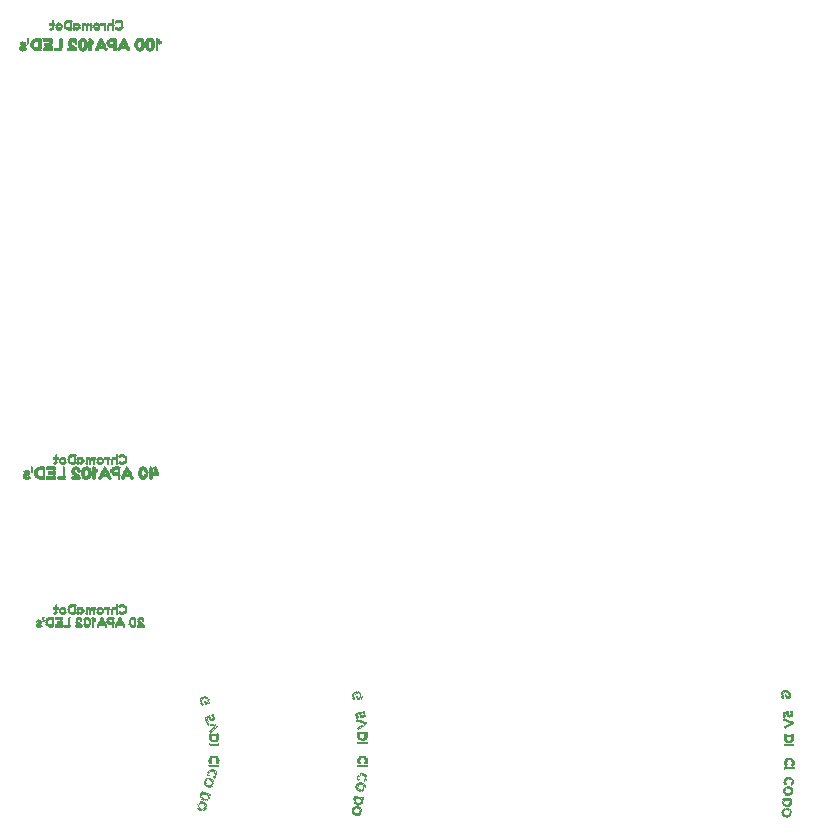
<source format=gbo>
G75*
%MOIN*%
%OFA0B0*%
%FSLAX25Y25*%
%IPPOS*%
%LPD*%
%AMOC8*
5,1,8,0,0,1.08239X$1,22.5*
%
%ADD10R,0.00630X0.00118*%
%ADD11R,0.00866X0.00118*%
%ADD12R,0.01024X0.00118*%
%ADD13R,0.01535X0.00118*%
%ADD14R,0.01772X0.00118*%
%ADD15R,0.00236X0.00118*%
%ADD16R,0.01890X0.00118*%
%ADD17R,0.02126X0.00118*%
%ADD18R,0.00748X0.00118*%
%ADD19R,0.02244X0.00157*%
%ADD20R,0.00866X0.00157*%
%ADD21R,0.02402X0.00157*%
%ADD22R,0.02402X0.00118*%
%ADD23R,0.02520X0.00118*%
%ADD24R,0.02638X0.00118*%
%ADD25R,0.01142X0.00118*%
%ADD26R,0.01260X0.00118*%
%ADD27R,0.00984X0.00157*%
%ADD28R,0.00276X0.00157*%
%ADD29R,0.00630X0.00157*%
%ADD30R,0.00748X0.00157*%
%ADD31R,0.01142X0.00157*%
%ADD32R,0.01654X0.00157*%
%ADD33R,0.02008X0.00118*%
%ADD34R,0.01496X0.00118*%
%ADD35R,0.00787X0.00118*%
%ADD36R,0.00984X0.00118*%
%ADD37R,0.01732X0.00118*%
%ADD38R,0.03425X0.00118*%
%ADD39R,0.02244X0.00118*%
%ADD40R,0.02047X0.00118*%
%ADD41R,0.02283X0.00118*%
%ADD42R,0.03543X0.00118*%
%ADD43R,0.02362X0.00157*%
%ADD44R,0.01772X0.00157*%
%ADD45R,0.02283X0.00157*%
%ADD46R,0.03543X0.00157*%
%ADD47R,0.00906X0.00157*%
%ADD48R,0.01890X0.00157*%
%ADD49R,0.02362X0.00118*%
%ADD50R,0.00276X0.00118*%
%ADD51R,0.00906X0.00118*%
%ADD52R,0.00394X0.00118*%
%ADD53R,0.02756X0.00118*%
%ADD54R,0.01378X0.00118*%
%ADD55R,0.02047X0.00157*%
%ADD56R,0.02008X0.00157*%
%ADD57R,0.01260X0.00157*%
%ADD58R,0.01654X0.00118*%
%ADD59R,0.00118X0.00118*%
%ADD60R,0.01024X0.00157*%
%ADD61R,0.02126X0.00157*%
%ADD62R,0.00512X0.00118*%
%ADD63R,0.00157X0.00157*%
%ADD64R,0.01496X0.00157*%
%ADD65R,0.01417X0.00118*%
%ADD66R,0.02677X0.00118*%
%ADD67R,0.02913X0.00118*%
%ADD68R,0.01102X0.00157*%
%ADD69R,0.02795X0.00118*%
%ADD70R,0.02165X0.00157*%
%ADD71R,0.00394X0.00157*%
%ADD72R,0.01102X0.00118*%
%ADD73R,0.02165X0.00118*%
%ADD74R,0.00354X0.00118*%
%ADD75R,0.00118X0.00630*%
%ADD76R,0.00118X0.01417*%
%ADD77R,0.00118X0.00748*%
%ADD78R,0.00118X0.01890*%
%ADD79R,0.00118X0.00866*%
%ADD80R,0.00157X0.02244*%
%ADD81R,0.00157X0.00866*%
%ADD82R,0.00118X0.02402*%
%ADD83R,0.00118X0.02520*%
%ADD84R,0.00118X0.01142*%
%ADD85R,0.00157X0.01024*%
%ADD86R,0.00157X0.00276*%
%ADD87R,0.00118X0.00984*%
%ADD88R,0.00157X0.00984*%
%ADD89R,0.00118X0.01024*%
%ADD90R,0.00118X0.00512*%
%ADD91R,0.00118X0.01260*%
%ADD92R,0.00118X0.02126*%
%ADD93R,0.00118X0.01772*%
%ADD94R,0.00118X0.00157*%
%ADD95R,0.00118X0.00276*%
%ADD96R,0.00118X0.02638*%
%ADD97R,0.00157X0.00748*%
%ADD98R,0.00157X0.02402*%
%ADD99R,0.00118X0.02008*%
%ADD100R,0.00157X0.00157*%
%ADD101R,0.00787X0.00157*%
%ADD102R,0.01417X0.00157*%
%ADD103R,0.00945X0.00157*%
%ADD104R,0.02520X0.00157*%
%ADD105R,0.00315X0.00157*%
%ADD106R,0.01732X0.00157*%
%ADD107R,0.02205X0.00157*%
%ADD108R,0.01575X0.00157*%
%ADD109R,0.03150X0.00157*%
%ADD110R,0.02677X0.00157*%
%ADD111R,0.03307X0.00157*%
%ADD112R,0.02835X0.00157*%
%ADD113R,0.02992X0.00157*%
%ADD114R,0.03465X0.00157*%
%ADD115R,0.03622X0.00157*%
%ADD116R,0.03780X0.00157*%
%ADD117R,0.03937X0.00157*%
%ADD118R,0.00472X0.00157*%
%ADD119R,0.01614X0.00118*%
%ADD120R,0.02638X0.00157*%
%ADD121R,0.00157X0.00118*%
%ADD122R,0.01535X0.00157*%
%ADD123R,0.02756X0.00157*%
%ADD124R,0.03031X0.00118*%
%ADD125R,0.03150X0.00118*%
%ADD126R,0.00472X0.00118*%
D10*
G36*
X0311415Y0288853D02*
X0311221Y0289451D01*
X0311333Y0289487D01*
X0311527Y0288889D01*
X0311415Y0288853D01*
G37*
G36*
X0313867Y0284754D02*
X0313673Y0285352D01*
X0313785Y0285388D01*
X0313979Y0284790D01*
X0313867Y0284754D01*
G37*
G36*
X0312812Y0281886D02*
X0312618Y0282484D01*
X0312730Y0282520D01*
X0312924Y0281922D01*
X0312812Y0281886D01*
G37*
G36*
X0313591Y0279489D02*
X0313397Y0280087D01*
X0313509Y0280123D01*
X0313703Y0279525D01*
X0313591Y0279489D01*
G37*
G36*
X0312570Y0266093D02*
X0312764Y0266691D01*
X0312876Y0266655D01*
X0312682Y0266057D01*
X0312570Y0266093D01*
G37*
G36*
X0313162Y0265114D02*
X0313356Y0265712D01*
X0313468Y0265676D01*
X0313274Y0265078D01*
X0313162Y0265114D01*
G37*
G36*
X0362609Y0264455D02*
X0362708Y0265076D01*
X0362823Y0265057D01*
X0362724Y0264436D01*
X0362609Y0264455D01*
G37*
G36*
X0363347Y0263581D02*
X0363446Y0264202D01*
X0363561Y0264183D01*
X0363462Y0263562D01*
X0363347Y0263581D01*
G37*
G36*
X0362952Y0280715D02*
X0362864Y0281338D01*
X0362980Y0281355D01*
X0363068Y0280732D01*
X0362952Y0280715D01*
G37*
G36*
X0362601Y0283210D02*
X0362513Y0283833D01*
X0362629Y0283850D01*
X0362717Y0283227D01*
X0362601Y0283210D01*
G37*
G36*
X0364139Y0285851D02*
X0364051Y0286474D01*
X0364167Y0286491D01*
X0364255Y0285868D01*
X0364139Y0285851D01*
G37*
G36*
X0362021Y0290571D02*
X0361933Y0291194D01*
X0362049Y0291211D01*
X0362137Y0290588D01*
X0362021Y0290571D01*
G37*
X0291454Y0316438D03*
X0283658Y0317816D03*
X0282554Y0318916D03*
X0280940Y0318916D03*
X0279798Y0318916D03*
X0277595Y0317816D03*
X0275113Y0318916D03*
X0274564Y0317816D03*
X0273735Y0318916D03*
X0272475Y0318916D03*
X0272674Y0317934D03*
X0270784Y0316438D03*
X0269719Y0318916D03*
X0278855Y0314666D03*
X0281257Y0314666D03*
X0282398Y0314666D03*
X0283696Y0321318D03*
X0284326Y0322184D03*
X0282554Y0322302D03*
X0258186Y0317816D03*
X0258186Y0316792D03*
X0257320Y0315296D03*
X0269719Y0368916D03*
X0272475Y0368916D03*
X0273735Y0368916D03*
X0275113Y0368916D03*
X0279798Y0368916D03*
X0280940Y0368916D03*
X0282554Y0368916D03*
X0283696Y0371318D03*
X0284326Y0372184D03*
X0282554Y0372302D03*
X0281304Y0513666D03*
X0279690Y0513666D03*
X0278548Y0513666D03*
X0281304Y0517052D03*
X0282446Y0516068D03*
X0283076Y0516934D03*
X0273863Y0513666D03*
X0272485Y0513666D03*
X0271225Y0513666D03*
X0268469Y0513666D03*
G36*
X0504831Y0291090D02*
X0504792Y0291718D01*
X0504909Y0291726D01*
X0504948Y0291098D01*
X0504831Y0291090D01*
G37*
G36*
X0506602Y0286048D02*
X0506563Y0286676D01*
X0506680Y0286684D01*
X0506719Y0286056D01*
X0506602Y0286048D01*
G37*
G36*
X0504867Y0283532D02*
X0504828Y0284160D01*
X0504945Y0284168D01*
X0504984Y0283540D01*
X0504867Y0283532D01*
G37*
G36*
X0505025Y0281018D02*
X0504986Y0281646D01*
X0505103Y0281654D01*
X0505142Y0281026D01*
X0505025Y0281018D01*
G37*
G36*
X0504802Y0262995D02*
X0504841Y0263623D01*
X0504958Y0263615D01*
X0504919Y0262987D01*
X0504802Y0262995D01*
G37*
G36*
X0505620Y0262194D02*
X0505659Y0262822D01*
X0505776Y0262814D01*
X0505737Y0262186D01*
X0505620Y0262194D01*
G37*
D11*
G36*
X0505933Y0260912D02*
X0505988Y0261775D01*
X0506105Y0261768D01*
X0506050Y0260905D01*
X0505933Y0260912D01*
G37*
G36*
X0506051Y0260905D02*
X0506106Y0261768D01*
X0506223Y0261761D01*
X0506168Y0260898D01*
X0506051Y0260905D01*
G37*
G36*
X0506679Y0260865D02*
X0506734Y0261728D01*
X0506851Y0261721D01*
X0506796Y0260858D01*
X0506679Y0260865D01*
G37*
G36*
X0506797Y0260858D02*
X0506852Y0261721D01*
X0506969Y0261714D01*
X0506914Y0260851D01*
X0506797Y0260858D01*
G37*
G36*
X0506988Y0263883D02*
X0507043Y0264746D01*
X0507160Y0264739D01*
X0507105Y0263876D01*
X0506988Y0263883D01*
G37*
G36*
X0506877Y0264009D02*
X0506932Y0264872D01*
X0507049Y0264865D01*
X0506994Y0264002D01*
X0506877Y0264009D01*
G37*
G36*
X0506759Y0264016D02*
X0506814Y0264879D01*
X0506931Y0264872D01*
X0506876Y0264009D01*
X0506759Y0264016D01*
G37*
G36*
X0506641Y0264023D02*
X0506696Y0264886D01*
X0506813Y0264879D01*
X0506758Y0264016D01*
X0506641Y0264023D01*
G37*
G36*
X0506366Y0264041D02*
X0506421Y0264904D01*
X0506538Y0264897D01*
X0506483Y0264034D01*
X0506366Y0264041D01*
G37*
G36*
X0506005Y0263945D02*
X0506060Y0264808D01*
X0506177Y0264801D01*
X0506122Y0263938D01*
X0506005Y0263945D01*
G37*
G36*
X0506248Y0264048D02*
X0506303Y0264911D01*
X0506420Y0264904D01*
X0506365Y0264041D01*
X0506248Y0264048D01*
G37*
G36*
X0505505Y0256945D02*
X0505560Y0257808D01*
X0505677Y0257801D01*
X0505622Y0256938D01*
X0505505Y0256945D01*
G37*
G36*
X0505623Y0256938D02*
X0505678Y0257801D01*
X0505795Y0257794D01*
X0505740Y0256931D01*
X0505623Y0256938D01*
G37*
G36*
X0505741Y0256930D02*
X0505796Y0257793D01*
X0505913Y0257786D01*
X0505858Y0256923D01*
X0505741Y0256930D01*
G37*
G36*
X0505859Y0256923D02*
X0505914Y0257786D01*
X0506031Y0257779D01*
X0505976Y0256916D01*
X0505859Y0256923D01*
G37*
G36*
X0506134Y0256906D02*
X0506189Y0257769D01*
X0506306Y0257762D01*
X0506251Y0256899D01*
X0506134Y0256906D01*
G37*
G36*
X0506252Y0256898D02*
X0506307Y0257761D01*
X0506424Y0257754D01*
X0506369Y0256891D01*
X0506252Y0256898D01*
G37*
G36*
X0506370Y0256891D02*
X0506425Y0257754D01*
X0506542Y0257747D01*
X0506487Y0256884D01*
X0506370Y0256891D01*
G37*
G36*
X0506488Y0256883D02*
X0506543Y0257746D01*
X0506660Y0257739D01*
X0506605Y0256876D01*
X0506488Y0256883D01*
G37*
G36*
X0506763Y0256866D02*
X0506818Y0257729D01*
X0506935Y0257722D01*
X0506880Y0256859D01*
X0506763Y0256866D01*
G37*
G36*
X0505230Y0256962D02*
X0505285Y0257825D01*
X0505402Y0257818D01*
X0505347Y0256955D01*
X0505230Y0256962D01*
G37*
G36*
X0505497Y0254934D02*
X0505552Y0255797D01*
X0505669Y0255790D01*
X0505614Y0254927D01*
X0505497Y0254934D01*
G37*
G36*
X0505425Y0253794D02*
X0505480Y0254657D01*
X0505597Y0254650D01*
X0505542Y0253787D01*
X0505425Y0253794D01*
G37*
G36*
X0505300Y0253684D02*
X0505355Y0254547D01*
X0505472Y0254540D01*
X0505417Y0253677D01*
X0505300Y0253684D01*
G37*
G36*
X0505543Y0253787D02*
X0505598Y0254650D01*
X0505715Y0254643D01*
X0505660Y0253780D01*
X0505543Y0253787D01*
G37*
G36*
X0505661Y0253780D02*
X0505716Y0254643D01*
X0505833Y0254636D01*
X0505778Y0253773D01*
X0505661Y0253780D01*
G37*
G36*
X0505936Y0253762D02*
X0505991Y0254625D01*
X0506108Y0254618D01*
X0506053Y0253755D01*
X0505936Y0253762D01*
G37*
G36*
X0506054Y0253755D02*
X0506109Y0254618D01*
X0506226Y0254611D01*
X0506171Y0253748D01*
X0506054Y0253755D01*
G37*
G36*
X0506172Y0253747D02*
X0506227Y0254610D01*
X0506344Y0254603D01*
X0506289Y0253740D01*
X0506172Y0253747D01*
G37*
G36*
X0506244Y0254887D02*
X0506299Y0255750D01*
X0506416Y0255743D01*
X0506361Y0254880D01*
X0506244Y0254887D01*
G37*
G36*
X0506362Y0254879D02*
X0506417Y0255742D01*
X0506534Y0255735D01*
X0506479Y0254872D01*
X0506362Y0254879D01*
G37*
G36*
X0506139Y0251343D02*
X0506194Y0252206D01*
X0506311Y0252199D01*
X0506256Y0251336D01*
X0506139Y0251343D01*
G37*
G36*
X0505778Y0251248D02*
X0505833Y0252111D01*
X0505950Y0252104D01*
X0505895Y0251241D01*
X0505778Y0251248D01*
G37*
G36*
X0505503Y0251265D02*
X0505558Y0252128D01*
X0505675Y0252121D01*
X0505620Y0251258D01*
X0505503Y0251265D01*
G37*
G36*
X0505393Y0251390D02*
X0505448Y0252253D01*
X0505565Y0252246D01*
X0505510Y0251383D01*
X0505393Y0251390D01*
G37*
G36*
X0505275Y0251398D02*
X0505330Y0252261D01*
X0505447Y0252254D01*
X0505392Y0251391D01*
X0505275Y0251398D01*
G37*
G36*
X0506021Y0251351D02*
X0506076Y0252214D01*
X0506193Y0252207D01*
X0506138Y0251344D01*
X0506021Y0251351D01*
G37*
G36*
X0505151Y0280908D02*
X0505096Y0281771D01*
X0505213Y0281778D01*
X0505268Y0280915D01*
X0505151Y0280908D01*
G37*
G36*
X0506030Y0281358D02*
X0505975Y0282221D01*
X0506092Y0282228D01*
X0506147Y0281365D01*
X0506030Y0281358D01*
G37*
G36*
X0506258Y0281490D02*
X0506203Y0282353D01*
X0506320Y0282360D01*
X0506375Y0281497D01*
X0506258Y0281490D01*
G37*
G36*
X0506376Y0281498D02*
X0506321Y0282361D01*
X0506438Y0282368D01*
X0506493Y0281505D01*
X0506376Y0281498D01*
G37*
G36*
X0506644Y0281633D02*
X0506589Y0282496D01*
X0506706Y0282503D01*
X0506761Y0281640D01*
X0506644Y0281633D01*
G37*
G36*
X0506564Y0282890D02*
X0506509Y0283753D01*
X0506626Y0283760D01*
X0506681Y0282897D01*
X0506564Y0282890D01*
G37*
G36*
X0506682Y0282898D02*
X0506627Y0283761D01*
X0506744Y0283768D01*
X0506799Y0282905D01*
X0506682Y0282898D01*
G37*
G36*
X0505911Y0283244D02*
X0505856Y0284107D01*
X0505973Y0284114D01*
X0506028Y0283251D01*
X0505911Y0283244D01*
G37*
G36*
X0505629Y0283344D02*
X0505574Y0284207D01*
X0505691Y0284214D01*
X0505746Y0283351D01*
X0505629Y0283344D01*
G37*
G36*
X0505511Y0283337D02*
X0505456Y0284200D01*
X0505573Y0284207D01*
X0505628Y0283344D01*
X0505511Y0283337D01*
G37*
G36*
X0505385Y0283447D02*
X0505330Y0284310D01*
X0505447Y0284317D01*
X0505502Y0283454D01*
X0505385Y0283447D01*
G37*
G36*
X0505268Y0283440D02*
X0505213Y0284303D01*
X0505330Y0284310D01*
X0505385Y0283447D01*
X0505268Y0283440D01*
G37*
G36*
X0506807Y0284681D02*
X0506752Y0285544D01*
X0506869Y0285551D01*
X0506924Y0284688D01*
X0506807Y0284681D01*
G37*
G36*
X0507082Y0284698D02*
X0507027Y0285561D01*
X0507144Y0285568D01*
X0507199Y0284705D01*
X0507082Y0284698D01*
G37*
G36*
X0506497Y0290959D02*
X0506442Y0291822D01*
X0506559Y0291829D01*
X0506614Y0290966D01*
X0506497Y0290959D01*
G37*
G36*
X0506379Y0290952D02*
X0506324Y0291815D01*
X0506441Y0291822D01*
X0506496Y0290959D01*
X0506379Y0290952D01*
G37*
G36*
X0506104Y0290934D02*
X0506049Y0291797D01*
X0506166Y0291804D01*
X0506221Y0290941D01*
X0506104Y0290934D01*
G37*
G36*
X0503935Y0291547D02*
X0503880Y0292410D01*
X0503997Y0292417D01*
X0504052Y0291554D01*
X0503935Y0291547D01*
G37*
G36*
X0505113Y0292884D02*
X0505058Y0293747D01*
X0505175Y0293754D01*
X0505230Y0292891D01*
X0505113Y0292884D01*
G37*
G36*
X0505231Y0292891D02*
X0505176Y0293754D01*
X0505293Y0293761D01*
X0505348Y0292898D01*
X0505231Y0292891D01*
G37*
G36*
X0505742Y0292923D02*
X0505687Y0293786D01*
X0505804Y0293793D01*
X0505859Y0292930D01*
X0505742Y0292923D01*
G37*
G36*
X0505860Y0292931D02*
X0505805Y0293794D01*
X0505922Y0293801D01*
X0505977Y0292938D01*
X0505860Y0292931D01*
G37*
G36*
X0505978Y0292938D02*
X0505923Y0293801D01*
X0506040Y0293808D01*
X0506095Y0292945D01*
X0505978Y0292938D01*
G37*
G36*
X0364719Y0284542D02*
X0364600Y0285398D01*
X0364717Y0285414D01*
X0364836Y0284558D01*
X0364719Y0284542D01*
G37*
G36*
X0364446Y0284504D02*
X0364327Y0285360D01*
X0364444Y0285376D01*
X0364563Y0284520D01*
X0364446Y0284504D01*
G37*
G36*
X0363663Y0283003D02*
X0363544Y0283859D01*
X0363661Y0283875D01*
X0363780Y0283019D01*
X0363663Y0283003D01*
G37*
G36*
X0363374Y0283081D02*
X0363255Y0283937D01*
X0363372Y0283953D01*
X0363491Y0283097D01*
X0363374Y0283081D01*
G37*
G36*
X0363257Y0283065D02*
X0363138Y0283921D01*
X0363255Y0283937D01*
X0363374Y0283081D01*
X0363257Y0283065D01*
G37*
G36*
X0363123Y0283165D02*
X0363004Y0284021D01*
X0363121Y0284037D01*
X0363240Y0283181D01*
X0363123Y0283165D01*
G37*
G36*
X0363006Y0283149D02*
X0362887Y0284005D01*
X0363004Y0284021D01*
X0363123Y0283165D01*
X0363006Y0283149D01*
G37*
G36*
X0364342Y0282700D02*
X0364223Y0283556D01*
X0364340Y0283572D01*
X0364459Y0282716D01*
X0364342Y0282700D01*
G37*
G36*
X0364458Y0282717D02*
X0364339Y0283573D01*
X0364456Y0283589D01*
X0364575Y0282733D01*
X0364458Y0282717D01*
G37*
G36*
X0364517Y0281453D02*
X0364398Y0282309D01*
X0364515Y0282325D01*
X0364634Y0281469D01*
X0364517Y0281453D01*
G37*
G36*
X0364260Y0281297D02*
X0364141Y0282153D01*
X0364258Y0282169D01*
X0364377Y0281313D01*
X0364260Y0281297D01*
G37*
G36*
X0363926Y0281131D02*
X0363807Y0281987D01*
X0363924Y0282003D01*
X0364043Y0281147D01*
X0363926Y0281131D01*
G37*
G36*
X0364143Y0281281D02*
X0364024Y0282137D01*
X0364141Y0282153D01*
X0364260Y0281297D01*
X0364143Y0281281D01*
G37*
G36*
X0363084Y0280615D02*
X0362965Y0281471D01*
X0363082Y0281487D01*
X0363201Y0280631D01*
X0363084Y0280615D01*
G37*
G36*
X0363300Y0290513D02*
X0363181Y0291369D01*
X0363298Y0291385D01*
X0363417Y0290529D01*
X0363300Y0290513D01*
G37*
G36*
X0363573Y0290552D02*
X0363454Y0291408D01*
X0363571Y0291424D01*
X0363690Y0290568D01*
X0363573Y0290552D01*
G37*
G36*
X0363690Y0290568D02*
X0363571Y0291424D01*
X0363688Y0291440D01*
X0363807Y0290584D01*
X0363690Y0290568D01*
G37*
G36*
X0363021Y0292502D02*
X0362902Y0293358D01*
X0363019Y0293374D01*
X0363138Y0292518D01*
X0363021Y0292502D01*
G37*
G36*
X0362904Y0292485D02*
X0362785Y0293341D01*
X0362902Y0293357D01*
X0363021Y0292501D01*
X0362904Y0292485D01*
G37*
G36*
X0362787Y0292469D02*
X0362668Y0293325D01*
X0362785Y0293341D01*
X0362904Y0292485D01*
X0362787Y0292469D01*
G37*
G36*
X0362280Y0292398D02*
X0362161Y0293254D01*
X0362278Y0293270D01*
X0362397Y0292414D01*
X0362280Y0292398D01*
G37*
G36*
X0362163Y0292381D02*
X0362044Y0293237D01*
X0362161Y0293253D01*
X0362280Y0292397D01*
X0362163Y0292381D01*
G37*
G36*
X0361091Y0290958D02*
X0360972Y0291814D01*
X0361089Y0291830D01*
X0361208Y0290974D01*
X0361091Y0290958D01*
G37*
G36*
X0364148Y0265367D02*
X0364283Y0266221D01*
X0364400Y0266203D01*
X0364265Y0265349D01*
X0364148Y0265367D01*
G37*
G36*
X0363896Y0265287D02*
X0364031Y0266141D01*
X0364148Y0266123D01*
X0364013Y0265269D01*
X0363896Y0265287D01*
G37*
G36*
X0364264Y0265348D02*
X0364399Y0266202D01*
X0364516Y0266184D01*
X0364381Y0265330D01*
X0364264Y0265348D01*
G37*
G36*
X0364537Y0265305D02*
X0364672Y0266159D01*
X0364789Y0266141D01*
X0364654Y0265287D01*
X0364537Y0265305D01*
G37*
G36*
X0364653Y0265287D02*
X0364788Y0266141D01*
X0364905Y0266123D01*
X0364770Y0265269D01*
X0364653Y0265287D01*
G37*
G36*
X0364868Y0265133D02*
X0365003Y0265987D01*
X0365120Y0265969D01*
X0364985Y0265115D01*
X0364868Y0265133D01*
G37*
G36*
X0364770Y0265268D02*
X0364905Y0266122D01*
X0365022Y0266104D01*
X0364887Y0265250D01*
X0364770Y0265268D01*
G37*
G36*
X0364277Y0262157D02*
X0364412Y0263011D01*
X0364529Y0262993D01*
X0364394Y0262139D01*
X0364277Y0262157D01*
G37*
G36*
X0364394Y0262139D02*
X0364529Y0262993D01*
X0364646Y0262975D01*
X0364511Y0262121D01*
X0364394Y0262139D01*
G37*
G36*
X0363655Y0262256D02*
X0363790Y0263110D01*
X0363907Y0263092D01*
X0363772Y0262238D01*
X0363655Y0262256D01*
G37*
G36*
X0363538Y0262274D02*
X0363673Y0263128D01*
X0363790Y0263110D01*
X0363655Y0262256D01*
X0363538Y0262274D01*
G37*
G36*
X0362763Y0257519D02*
X0362898Y0258373D01*
X0363015Y0258355D01*
X0362880Y0257501D01*
X0362763Y0257519D01*
G37*
G36*
X0362646Y0257537D02*
X0362781Y0258391D01*
X0362898Y0258373D01*
X0362763Y0257519D01*
X0362646Y0257537D01*
G37*
G36*
X0362374Y0257580D02*
X0362509Y0258434D01*
X0362626Y0258416D01*
X0362491Y0257562D01*
X0362374Y0257580D01*
G37*
G36*
X0362879Y0257500D02*
X0363014Y0258354D01*
X0363131Y0258336D01*
X0362996Y0257482D01*
X0362879Y0257500D01*
G37*
G36*
X0362996Y0257482D02*
X0363131Y0258336D01*
X0363248Y0258318D01*
X0363113Y0257464D01*
X0362996Y0257482D01*
G37*
G36*
X0363268Y0257439D02*
X0363403Y0258293D01*
X0363520Y0258275D01*
X0363385Y0257421D01*
X0363268Y0257439D01*
G37*
G36*
X0363385Y0257420D02*
X0363520Y0258274D01*
X0363637Y0258256D01*
X0363502Y0257402D01*
X0363385Y0257420D01*
G37*
G36*
X0363501Y0257402D02*
X0363636Y0258256D01*
X0363753Y0258238D01*
X0363618Y0257384D01*
X0363501Y0257402D01*
G37*
G36*
X0363618Y0257383D02*
X0363753Y0258237D01*
X0363870Y0258219D01*
X0363735Y0257365D01*
X0363618Y0257383D01*
G37*
G36*
X0363890Y0257340D02*
X0364025Y0258194D01*
X0364142Y0258176D01*
X0364007Y0257322D01*
X0363890Y0257340D01*
G37*
G36*
X0363304Y0255400D02*
X0363439Y0256254D01*
X0363556Y0256236D01*
X0363421Y0255382D01*
X0363304Y0255400D01*
G37*
G36*
X0363187Y0255418D02*
X0363322Y0256272D01*
X0363439Y0256254D01*
X0363304Y0255400D01*
X0363187Y0255418D01*
G37*
G36*
X0362892Y0254309D02*
X0363027Y0255163D01*
X0363144Y0255145D01*
X0363009Y0254291D01*
X0362892Y0254309D01*
G37*
G36*
X0362775Y0254328D02*
X0362910Y0255182D01*
X0363027Y0255164D01*
X0362892Y0254310D01*
X0362775Y0254328D01*
G37*
G36*
X0362503Y0254371D02*
X0362638Y0255225D01*
X0362755Y0255207D01*
X0362620Y0254353D01*
X0362503Y0254371D01*
G37*
G36*
X0362135Y0254310D02*
X0362270Y0255164D01*
X0362387Y0255146D01*
X0362252Y0254292D01*
X0362135Y0254310D01*
G37*
G36*
X0362270Y0254408D02*
X0362405Y0255262D01*
X0362522Y0255244D01*
X0362387Y0254390D01*
X0362270Y0254408D01*
G37*
G36*
X0362387Y0254389D02*
X0362522Y0255243D01*
X0362639Y0255225D01*
X0362504Y0254371D01*
X0362387Y0254389D01*
G37*
G36*
X0363009Y0254291D02*
X0363144Y0255145D01*
X0363261Y0255127D01*
X0363126Y0254273D01*
X0363009Y0254291D01*
G37*
G36*
X0362449Y0255535D02*
X0362584Y0256389D01*
X0362701Y0256371D01*
X0362566Y0255517D01*
X0362449Y0255535D01*
G37*
G36*
X0361894Y0252036D02*
X0362029Y0252890D01*
X0362146Y0252872D01*
X0362011Y0252018D01*
X0361894Y0252036D01*
G37*
G36*
X0362109Y0251882D02*
X0362244Y0252736D01*
X0362361Y0252718D01*
X0362226Y0251864D01*
X0362109Y0251882D01*
G37*
G36*
X0362381Y0251839D02*
X0362516Y0252693D01*
X0362633Y0252675D01*
X0362498Y0251821D01*
X0362381Y0251839D01*
G37*
G36*
X0362633Y0251919D02*
X0362768Y0252773D01*
X0362885Y0252755D01*
X0362750Y0251901D01*
X0362633Y0251919D01*
G37*
G36*
X0362750Y0251900D02*
X0362885Y0252754D01*
X0363002Y0252736D01*
X0362867Y0251882D01*
X0362750Y0251900D01*
G37*
G36*
X0362011Y0252017D02*
X0362146Y0252871D01*
X0362263Y0252853D01*
X0362128Y0251999D01*
X0362011Y0252017D01*
G37*
G36*
X0314908Y0266410D02*
X0315174Y0267233D01*
X0315286Y0267196D01*
X0315020Y0266373D01*
X0314908Y0266410D01*
G37*
G36*
X0314833Y0266559D02*
X0315099Y0267382D01*
X0315211Y0267345D01*
X0314945Y0266522D01*
X0314833Y0266559D01*
G37*
G36*
X0314720Y0266595D02*
X0314986Y0267418D01*
X0315098Y0267381D01*
X0314832Y0266558D01*
X0314720Y0266595D01*
G37*
G36*
X0314608Y0266632D02*
X0314874Y0267455D01*
X0314986Y0267418D01*
X0314720Y0266595D01*
X0314608Y0266632D01*
G37*
G36*
X0314346Y0266717D02*
X0314612Y0267540D01*
X0314724Y0267503D01*
X0314458Y0266680D01*
X0314346Y0266717D01*
G37*
G36*
X0313972Y0266714D02*
X0314238Y0267537D01*
X0314350Y0267500D01*
X0314084Y0266677D01*
X0313972Y0266714D01*
G37*
G36*
X0314234Y0266753D02*
X0314500Y0267576D01*
X0314612Y0267539D01*
X0314346Y0266716D01*
X0314234Y0266753D01*
G37*
G36*
X0313260Y0263758D02*
X0313526Y0264581D01*
X0313638Y0264544D01*
X0313372Y0263721D01*
X0313260Y0263758D01*
G37*
G36*
X0313148Y0263794D02*
X0313414Y0264617D01*
X0313526Y0264580D01*
X0313260Y0263757D01*
X0313148Y0263794D01*
G37*
G36*
X0313859Y0263563D02*
X0314125Y0264386D01*
X0314237Y0264349D01*
X0313971Y0263526D01*
X0313859Y0263563D01*
G37*
G36*
X0313972Y0263527D02*
X0314238Y0264350D01*
X0314350Y0264313D01*
X0314084Y0263490D01*
X0313972Y0263527D01*
G37*
G36*
X0312334Y0258783D02*
X0312600Y0259606D01*
X0312712Y0259569D01*
X0312446Y0258746D01*
X0312334Y0258783D01*
G37*
G36*
X0312221Y0258819D02*
X0312487Y0259642D01*
X0312599Y0259605D01*
X0312333Y0258782D01*
X0312221Y0258819D01*
G37*
G36*
X0311959Y0258905D02*
X0312225Y0259728D01*
X0312337Y0259691D01*
X0312071Y0258868D01*
X0311959Y0258905D01*
G37*
G36*
X0311847Y0258941D02*
X0312113Y0259764D01*
X0312225Y0259727D01*
X0311959Y0258904D01*
X0311847Y0258941D01*
G37*
G36*
X0311735Y0258978D02*
X0312001Y0259801D01*
X0312113Y0259764D01*
X0311847Y0258941D01*
X0311735Y0258978D01*
G37*
G36*
X0311622Y0259014D02*
X0311888Y0259837D01*
X0312000Y0259800D01*
X0311734Y0258977D01*
X0311622Y0259014D01*
G37*
G36*
X0311360Y0259099D02*
X0311626Y0259922D01*
X0311738Y0259885D01*
X0311472Y0259062D01*
X0311360Y0259099D01*
G37*
G36*
X0312446Y0258746D02*
X0312712Y0259569D01*
X0312824Y0259532D01*
X0312558Y0258709D01*
X0312446Y0258746D01*
G37*
G36*
X0312558Y0258710D02*
X0312824Y0259533D01*
X0312936Y0259496D01*
X0312670Y0258673D01*
X0312558Y0258710D01*
G37*
G36*
X0312821Y0258625D02*
X0313087Y0259448D01*
X0313199Y0259411D01*
X0312933Y0258588D01*
X0312821Y0258625D01*
G37*
G36*
X0311938Y0256800D02*
X0312204Y0257623D01*
X0312316Y0257586D01*
X0312050Y0256763D01*
X0311938Y0256800D01*
G37*
G36*
X0311826Y0256837D02*
X0312092Y0257660D01*
X0312204Y0257623D01*
X0311938Y0256800D01*
X0311826Y0256837D01*
G37*
G36*
X0311473Y0255751D02*
X0311739Y0256574D01*
X0311851Y0256537D01*
X0311585Y0255714D01*
X0311473Y0255751D01*
G37*
G36*
X0311360Y0255787D02*
X0311626Y0256610D01*
X0311738Y0256573D01*
X0311472Y0255750D01*
X0311360Y0255787D01*
G37*
G36*
X0311248Y0255824D02*
X0311514Y0256647D01*
X0311626Y0256610D01*
X0311360Y0255787D01*
X0311248Y0255824D01*
G37*
G36*
X0310986Y0255909D02*
X0311252Y0256732D01*
X0311364Y0256695D01*
X0311098Y0255872D01*
X0310986Y0255909D01*
G37*
G36*
X0310613Y0255906D02*
X0310879Y0256729D01*
X0310991Y0256692D01*
X0310725Y0255869D01*
X0310613Y0255906D01*
G37*
G36*
X0310761Y0255982D02*
X0311027Y0256805D01*
X0311139Y0256768D01*
X0310873Y0255945D01*
X0310761Y0255982D01*
G37*
G36*
X0310874Y0255946D02*
X0311140Y0256769D01*
X0311252Y0256732D01*
X0310986Y0255909D01*
X0310874Y0255946D01*
G37*
G36*
X0311114Y0257068D02*
X0311380Y0257891D01*
X0311492Y0257854D01*
X0311226Y0257031D01*
X0311114Y0257068D01*
G37*
G36*
X0310019Y0253698D02*
X0310285Y0254521D01*
X0310397Y0254484D01*
X0310131Y0253661D01*
X0310019Y0253698D01*
G37*
G36*
X0310207Y0253513D02*
X0310473Y0254336D01*
X0310585Y0254299D01*
X0310319Y0253476D01*
X0310207Y0253513D01*
G37*
G36*
X0310470Y0253428D02*
X0310736Y0254251D01*
X0310848Y0254214D01*
X0310582Y0253391D01*
X0310470Y0253428D01*
G37*
G36*
X0310731Y0253467D02*
X0310997Y0254290D01*
X0311109Y0254253D01*
X0310843Y0253430D01*
X0310731Y0253467D01*
G37*
G36*
X0310843Y0253430D02*
X0311109Y0254253D01*
X0311221Y0254216D01*
X0310955Y0253393D01*
X0310843Y0253430D01*
G37*
G36*
X0310132Y0253662D02*
X0310398Y0254485D01*
X0310510Y0254448D01*
X0310244Y0253625D01*
X0310132Y0253662D01*
G37*
G36*
X0313739Y0279413D02*
X0313473Y0280236D01*
X0313585Y0280273D01*
X0313851Y0279450D01*
X0313739Y0279413D01*
G37*
G36*
X0314479Y0280067D02*
X0314213Y0280890D01*
X0314325Y0280927D01*
X0314591Y0280104D01*
X0314479Y0280067D01*
G37*
G36*
X0314667Y0280252D02*
X0314401Y0281075D01*
X0314513Y0281112D01*
X0314779Y0280289D01*
X0314667Y0280252D01*
G37*
G36*
X0314779Y0280289D02*
X0314513Y0281112D01*
X0314625Y0281149D01*
X0314891Y0280326D01*
X0314779Y0280289D01*
G37*
G36*
X0315005Y0280486D02*
X0314739Y0281309D01*
X0314851Y0281346D01*
X0315117Y0280523D01*
X0315005Y0280486D01*
G37*
G36*
X0314615Y0281684D02*
X0314349Y0282507D01*
X0314461Y0282544D01*
X0314727Y0281721D01*
X0314615Y0281684D01*
G37*
G36*
X0314728Y0281721D02*
X0314462Y0282544D01*
X0314574Y0282581D01*
X0314840Y0281758D01*
X0314728Y0281721D01*
G37*
G36*
X0313895Y0281864D02*
X0313629Y0282687D01*
X0313741Y0282724D01*
X0314007Y0281901D01*
X0313895Y0281864D01*
G37*
G36*
X0313596Y0281891D02*
X0313330Y0282714D01*
X0313442Y0282751D01*
X0313708Y0281928D01*
X0313596Y0281891D01*
G37*
G36*
X0313484Y0281855D02*
X0313218Y0282678D01*
X0313330Y0282715D01*
X0313596Y0281892D01*
X0313484Y0281855D01*
G37*
G36*
X0313335Y0281931D02*
X0313069Y0282754D01*
X0313181Y0282791D01*
X0313447Y0281968D01*
X0313335Y0281931D01*
G37*
G36*
X0313223Y0281894D02*
X0312957Y0282717D01*
X0313069Y0282754D01*
X0313335Y0281931D01*
X0313223Y0281894D01*
G37*
G36*
X0314405Y0283479D02*
X0314139Y0284302D01*
X0314251Y0284339D01*
X0314517Y0283516D01*
X0314405Y0283479D01*
G37*
G36*
X0314667Y0283564D02*
X0314401Y0284387D01*
X0314513Y0284424D01*
X0314779Y0283601D01*
X0314667Y0283564D01*
G37*
G36*
X0312948Y0289103D02*
X0312682Y0289926D01*
X0312794Y0289963D01*
X0313060Y0289140D01*
X0312948Y0289103D01*
G37*
G36*
X0313061Y0289139D02*
X0312795Y0289962D01*
X0312907Y0289999D01*
X0313173Y0289176D01*
X0313061Y0289139D01*
G37*
G36*
X0312686Y0289017D02*
X0312420Y0289840D01*
X0312532Y0289877D01*
X0312798Y0289054D01*
X0312686Y0289017D01*
G37*
G36*
X0310433Y0289072D02*
X0310167Y0289895D01*
X0310279Y0289932D01*
X0310545Y0289109D01*
X0310433Y0289072D01*
G37*
G36*
X0311242Y0290659D02*
X0310976Y0291482D01*
X0311088Y0291519D01*
X0311354Y0290696D01*
X0311242Y0290659D01*
G37*
G36*
X0311354Y0290696D02*
X0311088Y0291519D01*
X0311200Y0291556D01*
X0311466Y0290733D01*
X0311354Y0290696D01*
G37*
G36*
X0311841Y0290854D02*
X0311575Y0291677D01*
X0311687Y0291714D01*
X0311953Y0290891D01*
X0311841Y0290854D01*
G37*
G36*
X0311953Y0290891D02*
X0311687Y0291714D01*
X0311799Y0291751D01*
X0312065Y0290928D01*
X0311953Y0290891D01*
G37*
G36*
X0312066Y0290927D02*
X0311800Y0291750D01*
X0311912Y0291787D01*
X0312178Y0290964D01*
X0312066Y0290927D01*
G37*
X0291454Y0316556D03*
X0291454Y0316674D03*
X0291454Y0316792D03*
X0288698Y0316792D03*
X0288698Y0316674D03*
X0288698Y0316556D03*
X0288698Y0316438D03*
X0288698Y0316162D03*
X0288698Y0316044D03*
X0288698Y0315926D03*
X0288698Y0315808D03*
X0288698Y0315532D03*
X0287044Y0315808D03*
X0287044Y0315926D03*
X0287044Y0316044D03*
X0287044Y0316162D03*
X0287044Y0316438D03*
X0287044Y0316556D03*
X0287044Y0316674D03*
X0287044Y0316792D03*
X0284288Y0316162D03*
X0284918Y0314902D03*
X0282398Y0314902D03*
X0281257Y0314902D03*
X0281257Y0314784D03*
X0281257Y0315178D03*
X0281257Y0315296D03*
X0281257Y0315414D03*
X0281257Y0316438D03*
X0281257Y0316556D03*
X0281257Y0316674D03*
X0281257Y0316792D03*
X0281257Y0317068D03*
X0279485Y0316792D03*
X0279485Y0316674D03*
X0279485Y0316556D03*
X0278737Y0315178D03*
X0278855Y0314902D03*
X0276965Y0316162D03*
X0276335Y0314902D03*
X0273580Y0315808D03*
X0273580Y0315926D03*
X0273580Y0316044D03*
X0273580Y0316162D03*
X0273580Y0316438D03*
X0273580Y0316556D03*
X0273580Y0316674D03*
X0271926Y0316792D03*
X0271808Y0316556D03*
X0271808Y0316438D03*
X0271808Y0316162D03*
X0271808Y0316044D03*
X0271808Y0315926D03*
X0271926Y0315532D03*
X0270666Y0317068D03*
X0269170Y0316792D03*
X0269170Y0316674D03*
X0269170Y0316556D03*
X0266769Y0316556D03*
X0266769Y0316674D03*
X0266769Y0316792D03*
X0266769Y0317068D03*
X0266769Y0317186D03*
X0266769Y0317304D03*
X0266769Y0317422D03*
X0266769Y0316438D03*
X0266769Y0316162D03*
X0266769Y0316044D03*
X0266769Y0315926D03*
X0266769Y0315808D03*
X0266769Y0315532D03*
X0266769Y0315414D03*
X0264131Y0315532D03*
X0264131Y0315808D03*
X0264131Y0316792D03*
X0264131Y0317068D03*
X0261217Y0317068D03*
X0261217Y0316792D03*
X0261217Y0316674D03*
X0261217Y0316556D03*
X0261217Y0316438D03*
X0261217Y0316162D03*
X0261217Y0316044D03*
X0261217Y0315926D03*
X0261217Y0315808D03*
X0261217Y0315532D03*
X0259209Y0315808D03*
X0259209Y0315926D03*
X0259209Y0316556D03*
X0259209Y0316674D03*
X0257202Y0316162D03*
X0262396Y0319664D03*
X0262396Y0319782D03*
X0262396Y0320058D03*
X0262396Y0320176D03*
X0262396Y0320294D03*
X0262396Y0321318D03*
X0262396Y0321436D03*
X0262396Y0321554D03*
X0262396Y0321672D03*
X0265428Y0320294D03*
X0265428Y0320176D03*
X0265428Y0320058D03*
X0265428Y0319782D03*
X0266570Y0320058D03*
X0266570Y0320176D03*
X0266570Y0320806D03*
X0266570Y0320924D03*
X0268578Y0320924D03*
X0268578Y0320806D03*
X0268578Y0320688D03*
X0268578Y0320412D03*
X0268578Y0320294D03*
X0268578Y0320176D03*
X0268578Y0320058D03*
X0268578Y0319782D03*
X0269719Y0320058D03*
X0269719Y0320176D03*
X0268578Y0321042D03*
X0268578Y0321318D03*
X0272475Y0320294D03*
X0272475Y0320176D03*
X0272475Y0320058D03*
X0272475Y0319782D03*
X0272475Y0319664D03*
X0272475Y0319546D03*
X0272475Y0319428D03*
X0273735Y0319428D03*
X0273735Y0319546D03*
X0273735Y0319664D03*
X0273735Y0319782D03*
X0273735Y0320058D03*
X0273735Y0320176D03*
X0273735Y0319152D03*
X0276255Y0319782D03*
X0276255Y0320058D03*
X0276255Y0320176D03*
X0276255Y0320294D03*
X0277908Y0320294D03*
X0277908Y0320176D03*
X0277908Y0320058D03*
X0277908Y0319782D03*
X0279798Y0319782D03*
X0279798Y0319664D03*
X0279798Y0319546D03*
X0279798Y0319428D03*
X0279798Y0319152D03*
X0279798Y0319034D03*
X0279798Y0320058D03*
X0279798Y0320176D03*
X0279798Y0320294D03*
X0281058Y0320294D03*
X0282554Y0320176D03*
X0282554Y0320058D03*
X0282554Y0319782D03*
X0282554Y0319664D03*
X0282554Y0319546D03*
X0282554Y0319428D03*
X0282554Y0319152D03*
X0282554Y0319034D03*
X0282554Y0321318D03*
X0282554Y0321436D03*
X0282554Y0321554D03*
X0282554Y0321672D03*
X0282554Y0321948D03*
X0282554Y0322066D03*
X0282554Y0322184D03*
X0285585Y0321042D03*
X0285585Y0320924D03*
X0285704Y0320806D03*
X0285704Y0320688D03*
X0285704Y0320412D03*
X0285704Y0320294D03*
X0285585Y0320058D03*
X0282554Y0369034D03*
X0282554Y0369152D03*
X0282554Y0369428D03*
X0282554Y0369546D03*
X0282554Y0369664D03*
X0282554Y0369782D03*
X0282554Y0370058D03*
X0282554Y0370176D03*
X0282554Y0371318D03*
X0282554Y0371436D03*
X0282554Y0371554D03*
X0282554Y0371672D03*
X0282554Y0371948D03*
X0282554Y0372066D03*
X0282554Y0372184D03*
X0281058Y0370294D03*
X0279798Y0370294D03*
X0279798Y0370176D03*
X0279798Y0370058D03*
X0279798Y0369782D03*
X0279798Y0369664D03*
X0279798Y0369546D03*
X0279798Y0369428D03*
X0279798Y0369152D03*
X0279798Y0369034D03*
X0277908Y0369782D03*
X0277908Y0370058D03*
X0277908Y0370176D03*
X0277908Y0370294D03*
X0276255Y0370294D03*
X0276255Y0370176D03*
X0276255Y0370058D03*
X0276255Y0369782D03*
X0273735Y0369782D03*
X0273735Y0369664D03*
X0273735Y0369546D03*
X0273735Y0369428D03*
X0273735Y0369152D03*
X0273735Y0370058D03*
X0273735Y0370176D03*
X0272475Y0370176D03*
X0272475Y0370294D03*
X0272475Y0370058D03*
X0272475Y0369782D03*
X0272475Y0369664D03*
X0272475Y0369546D03*
X0272475Y0369428D03*
X0269719Y0370058D03*
X0269719Y0370176D03*
X0268578Y0370176D03*
X0268578Y0370294D03*
X0268578Y0370412D03*
X0268578Y0370688D03*
X0268578Y0370806D03*
X0268578Y0370924D03*
X0268578Y0371042D03*
X0268578Y0371318D03*
X0268578Y0370058D03*
X0268578Y0369782D03*
X0266570Y0370058D03*
X0266570Y0370176D03*
X0266570Y0370806D03*
X0266570Y0370924D03*
X0265428Y0370294D03*
X0265428Y0370176D03*
X0265428Y0370058D03*
X0265428Y0369782D03*
X0262396Y0369782D03*
X0262396Y0369664D03*
X0262396Y0370058D03*
X0262396Y0370176D03*
X0262396Y0370294D03*
X0262396Y0371318D03*
X0262396Y0371436D03*
X0262396Y0371554D03*
X0262396Y0371672D03*
X0285585Y0371042D03*
X0285585Y0370924D03*
X0285704Y0370806D03*
X0285704Y0370688D03*
X0285704Y0370412D03*
X0285704Y0370294D03*
X0285585Y0370058D03*
X0281304Y0513784D03*
X0281304Y0513902D03*
X0281304Y0514178D03*
X0281304Y0514296D03*
X0281304Y0514414D03*
X0281304Y0514532D03*
X0281304Y0514808D03*
X0281304Y0514926D03*
X0281304Y0516068D03*
X0281304Y0516186D03*
X0281304Y0516304D03*
X0281304Y0516422D03*
X0281304Y0516698D03*
X0281304Y0516816D03*
X0281304Y0516934D03*
X0279808Y0515044D03*
X0278548Y0515044D03*
X0278548Y0514926D03*
X0278548Y0514808D03*
X0278548Y0514532D03*
X0278548Y0514414D03*
X0278548Y0514296D03*
X0278548Y0514178D03*
X0278548Y0513902D03*
X0278548Y0513784D03*
X0276658Y0514532D03*
X0276658Y0514808D03*
X0276658Y0514926D03*
X0276658Y0515044D03*
X0275005Y0515044D03*
X0275005Y0514926D03*
X0275005Y0514808D03*
X0275005Y0514532D03*
X0272485Y0514532D03*
X0272485Y0514414D03*
X0272485Y0514296D03*
X0272485Y0514178D03*
X0272485Y0513902D03*
X0272485Y0514808D03*
X0272485Y0514926D03*
X0271225Y0514926D03*
X0271225Y0515044D03*
X0271225Y0514808D03*
X0271225Y0514532D03*
X0271225Y0514414D03*
X0271225Y0514296D03*
X0271225Y0514178D03*
X0268469Y0514808D03*
X0268469Y0514926D03*
X0267328Y0514926D03*
X0267328Y0515044D03*
X0267328Y0515162D03*
X0267328Y0515438D03*
X0267328Y0515556D03*
X0267328Y0515674D03*
X0267328Y0515792D03*
X0267328Y0516068D03*
X0267328Y0514808D03*
X0267328Y0514532D03*
X0265320Y0514808D03*
X0265320Y0514926D03*
X0265320Y0515556D03*
X0265320Y0515674D03*
X0264178Y0515044D03*
X0264178Y0514926D03*
X0264178Y0514808D03*
X0264178Y0514532D03*
X0261146Y0514532D03*
X0261146Y0514414D03*
X0261146Y0514808D03*
X0261146Y0514926D03*
X0261146Y0515044D03*
X0261146Y0516068D03*
X0261146Y0516186D03*
X0261146Y0516304D03*
X0261146Y0516422D03*
X0284335Y0515792D03*
X0284335Y0515674D03*
X0284454Y0515556D03*
X0284454Y0515438D03*
X0284454Y0515162D03*
X0284454Y0515044D03*
X0284335Y0514808D03*
D12*
X0278469Y0515162D03*
X0276580Y0515162D03*
X0276461Y0514414D03*
X0275831Y0513666D03*
X0275083Y0514414D03*
X0275083Y0515162D03*
X0272564Y0515044D03*
X0270044Y0515044D03*
X0270044Y0514532D03*
X0266894Y0516934D03*
X0263981Y0514414D03*
X0263351Y0513666D03*
X0262603Y0514414D03*
X0262603Y0515162D03*
X0261225Y0515162D03*
X0268144Y0372184D03*
X0271294Y0370294D03*
X0271294Y0369782D03*
X0273814Y0370294D03*
X0276333Y0370412D03*
X0276333Y0369664D03*
X0277081Y0368916D03*
X0277711Y0369664D03*
X0277830Y0370412D03*
X0279719Y0370412D03*
X0265231Y0369664D03*
X0264601Y0368916D03*
X0263853Y0369664D03*
X0263853Y0370412D03*
X0262475Y0370412D03*
X0268144Y0322184D03*
X0271294Y0320294D03*
X0271294Y0319782D03*
X0273814Y0320294D03*
X0276333Y0320412D03*
X0276333Y0319664D03*
X0277081Y0318916D03*
X0277711Y0319664D03*
X0277830Y0320412D03*
X0279719Y0320412D03*
X0279564Y0317068D03*
X0279564Y0316438D03*
X0278304Y0316162D03*
X0277674Y0317422D03*
X0273383Y0317068D03*
X0272005Y0317068D03*
X0272005Y0315414D03*
X0273383Y0315414D03*
X0265231Y0319664D03*
X0264601Y0318916D03*
X0263853Y0319664D03*
X0263853Y0320412D03*
X0262475Y0320412D03*
X0260784Y0317934D03*
X0259406Y0315532D03*
X0256257Y0315414D03*
X0282950Y0316162D03*
X0283580Y0317422D03*
X0287123Y0315532D03*
X0289879Y0316438D03*
X0289879Y0317068D03*
G36*
X0312414Y0290750D02*
X0312098Y0291723D01*
X0312210Y0291760D01*
X0312526Y0290787D01*
X0312414Y0290750D01*
G37*
G36*
X0316009Y0281475D02*
X0315693Y0282448D01*
X0315805Y0282485D01*
X0316121Y0281512D01*
X0316009Y0281475D01*
G37*
G36*
X0314190Y0279683D02*
X0313874Y0280656D01*
X0313986Y0280693D01*
X0314302Y0279720D01*
X0314190Y0279683D01*
G37*
G36*
X0314002Y0279498D02*
X0313686Y0280471D01*
X0313798Y0280508D01*
X0314114Y0279535D01*
X0314002Y0279498D01*
G37*
G36*
X0313527Y0261270D02*
X0313843Y0262243D01*
X0313955Y0262206D01*
X0313639Y0261233D01*
X0313527Y0261270D01*
G37*
G36*
X0313229Y0261243D02*
X0313545Y0262216D01*
X0313657Y0262179D01*
X0313341Y0261206D01*
X0313229Y0261243D01*
G37*
G36*
X0310378Y0258880D02*
X0310694Y0259853D01*
X0310806Y0259816D01*
X0310490Y0258843D01*
X0310378Y0258880D01*
G37*
G36*
X0310265Y0255729D02*
X0310581Y0256702D01*
X0310693Y0256665D01*
X0310377Y0255692D01*
X0310265Y0255729D01*
G37*
G36*
X0309906Y0253734D02*
X0310222Y0254707D01*
X0310334Y0254670D01*
X0310018Y0253697D01*
X0309906Y0253734D01*
G37*
G36*
X0311141Y0253457D02*
X0311457Y0254430D01*
X0311569Y0254393D01*
X0311253Y0253420D01*
X0311141Y0253457D01*
G37*
G36*
X0311761Y0255367D02*
X0312077Y0256340D01*
X0312189Y0256303D01*
X0311873Y0255330D01*
X0311761Y0255367D01*
G37*
G36*
X0361439Y0257210D02*
X0361598Y0258220D01*
X0361715Y0258202D01*
X0361556Y0257192D01*
X0361439Y0257210D01*
G37*
G36*
X0361820Y0254080D02*
X0361979Y0255090D01*
X0362096Y0255072D01*
X0361937Y0254062D01*
X0361820Y0254080D01*
G37*
G36*
X0361778Y0252054D02*
X0361937Y0253064D01*
X0362054Y0253046D01*
X0361895Y0252036D01*
X0361778Y0252054D01*
G37*
G36*
X0363041Y0251974D02*
X0363200Y0252984D01*
X0363317Y0252966D01*
X0363158Y0251956D01*
X0363041Y0251974D01*
G37*
G36*
X0363355Y0253957D02*
X0363514Y0254967D01*
X0363631Y0254949D01*
X0363472Y0253939D01*
X0363355Y0253957D01*
G37*
G36*
X0364018Y0259767D02*
X0364177Y0260777D01*
X0364294Y0260759D01*
X0364135Y0259749D01*
X0364018Y0259767D01*
G37*
G36*
X0364309Y0259840D02*
X0364468Y0260850D01*
X0364585Y0260832D01*
X0364426Y0259822D01*
X0364309Y0259840D01*
G37*
G36*
X0363357Y0280653D02*
X0363216Y0281666D01*
X0363333Y0281683D01*
X0363474Y0280670D01*
X0363357Y0280653D01*
G37*
G36*
X0363574Y0280802D02*
X0363433Y0281815D01*
X0363550Y0281832D01*
X0363691Y0280819D01*
X0363574Y0280802D01*
G37*
G36*
X0365677Y0282251D02*
X0365536Y0283264D01*
X0365653Y0283281D01*
X0365794Y0282268D01*
X0365677Y0282251D01*
G37*
G36*
X0363332Y0292266D02*
X0363191Y0293279D01*
X0363308Y0293296D01*
X0363449Y0292283D01*
X0363332Y0292266D01*
G37*
G36*
X0505426Y0280925D02*
X0505361Y0281946D01*
X0505478Y0281953D01*
X0505543Y0280932D01*
X0505426Y0280925D01*
G37*
G36*
X0505654Y0281058D02*
X0505589Y0282079D01*
X0505706Y0282086D01*
X0505771Y0281065D01*
X0505654Y0281058D01*
G37*
G36*
X0507861Y0282340D02*
X0507796Y0283361D01*
X0507913Y0283368D01*
X0507978Y0282347D01*
X0507861Y0282340D01*
G37*
G36*
X0506270Y0292680D02*
X0506205Y0293701D01*
X0506322Y0293708D01*
X0506387Y0292687D01*
X0506270Y0292680D01*
G37*
G36*
X0506929Y0258561D02*
X0506994Y0259582D01*
X0507111Y0259575D01*
X0507046Y0258554D01*
X0506929Y0258561D01*
G37*
G36*
X0506646Y0258461D02*
X0506711Y0259482D01*
X0506828Y0259475D01*
X0506763Y0258454D01*
X0506646Y0258461D01*
G37*
G36*
X0504334Y0256506D02*
X0504399Y0257527D01*
X0504516Y0257520D01*
X0504451Y0256499D01*
X0504334Y0256506D01*
G37*
G36*
X0505008Y0253426D02*
X0505073Y0254447D01*
X0505190Y0254440D01*
X0505125Y0253419D01*
X0505008Y0253426D01*
G37*
G36*
X0505157Y0251405D02*
X0505222Y0252426D01*
X0505339Y0252419D01*
X0505274Y0251398D01*
X0505157Y0251405D01*
G37*
G36*
X0506421Y0251443D02*
X0506486Y0252464D01*
X0506603Y0252457D01*
X0506538Y0251436D01*
X0506421Y0251443D01*
G37*
G36*
X0506548Y0253447D02*
X0506613Y0254468D01*
X0506730Y0254461D01*
X0506665Y0253440D01*
X0506548Y0253447D01*
G37*
D13*
G36*
X0504070Y0291280D02*
X0503973Y0292810D01*
X0504090Y0292818D01*
X0504187Y0291288D01*
X0504070Y0291280D01*
G37*
G36*
X0361246Y0290702D02*
X0361033Y0292220D01*
X0361150Y0292236D01*
X0361363Y0290718D01*
X0361246Y0290702D01*
G37*
G36*
X0310630Y0288848D02*
X0310157Y0290306D01*
X0310270Y0290342D01*
X0310743Y0288884D01*
X0310630Y0288848D01*
G37*
X0290646Y0315808D03*
X0284385Y0322066D03*
X0275017Y0317068D03*
X0275017Y0316674D03*
X0284385Y0372066D03*
X0283135Y0516816D03*
D14*
X0283135Y0513784D03*
X0266757Y0516816D03*
X0263371Y0515674D03*
X0263371Y0513902D03*
X0268007Y0372066D03*
X0264621Y0370924D03*
X0264621Y0369152D03*
X0284385Y0369034D03*
X0268007Y0322066D03*
X0264621Y0320924D03*
X0264621Y0319152D03*
X0260646Y0317816D03*
X0256749Y0316674D03*
X0256749Y0316556D03*
X0256749Y0316438D03*
X0256749Y0314784D03*
X0277654Y0316674D03*
X0280686Y0317816D03*
X0280804Y0315532D03*
X0283599Y0316674D03*
X0284385Y0319034D03*
G36*
X0312459Y0282971D02*
X0311913Y0284655D01*
X0312025Y0284691D01*
X0312571Y0283007D01*
X0312459Y0282971D01*
G37*
G36*
X0313584Y0283585D02*
X0313038Y0285269D01*
X0313150Y0285305D01*
X0313696Y0283621D01*
X0313584Y0283585D01*
G37*
G36*
X0315269Y0280821D02*
X0314723Y0282505D01*
X0314835Y0282541D01*
X0315381Y0280857D01*
X0315269Y0280821D01*
G37*
G36*
X0315371Y0264521D02*
X0315917Y0266205D01*
X0316029Y0266169D01*
X0315483Y0264485D01*
X0315371Y0264521D01*
G37*
G36*
X0314434Y0261637D02*
X0314980Y0263321D01*
X0315092Y0263285D01*
X0314546Y0261601D01*
X0314434Y0261637D01*
G37*
G36*
X0310332Y0258356D02*
X0310878Y0260040D01*
X0310990Y0260004D01*
X0310444Y0258320D01*
X0310332Y0258356D01*
G37*
G36*
X0312048Y0253825D02*
X0312594Y0255509D01*
X0312706Y0255473D01*
X0312160Y0253789D01*
X0312048Y0253825D01*
G37*
G36*
X0361476Y0256686D02*
X0361752Y0258435D01*
X0361868Y0258416D01*
X0361592Y0256667D01*
X0361476Y0256686D01*
G37*
G36*
X0363879Y0252479D02*
X0364155Y0254228D01*
X0364271Y0254209D01*
X0363995Y0252460D01*
X0363879Y0252479D01*
G37*
G36*
X0365147Y0260346D02*
X0365423Y0262095D01*
X0365539Y0262076D01*
X0365263Y0260327D01*
X0365147Y0260346D01*
G37*
G36*
X0365621Y0263340D02*
X0365897Y0265089D01*
X0366013Y0265070D01*
X0365737Y0263321D01*
X0365621Y0263340D01*
G37*
G36*
X0364835Y0281735D02*
X0364590Y0283489D01*
X0364707Y0283505D01*
X0364952Y0281751D01*
X0364835Y0281735D01*
G37*
G36*
X0363656Y0284750D02*
X0363411Y0286504D01*
X0363528Y0286520D01*
X0363773Y0284766D01*
X0363656Y0284750D01*
G37*
G36*
X0362441Y0284341D02*
X0362196Y0286095D01*
X0362313Y0286111D01*
X0362558Y0284357D01*
X0362441Y0284341D01*
G37*
G36*
X0504795Y0284672D02*
X0504684Y0286439D01*
X0504801Y0286446D01*
X0504912Y0284679D01*
X0504795Y0284672D01*
G37*
G36*
X0506038Y0284987D02*
X0505927Y0286754D01*
X0506044Y0286761D01*
X0506155Y0284994D01*
X0506038Y0284987D01*
G37*
G36*
X0506982Y0281891D02*
X0506871Y0283658D01*
X0506988Y0283665D01*
X0507099Y0281898D01*
X0506982Y0281891D01*
G37*
G36*
X0507906Y0262169D02*
X0508017Y0263936D01*
X0508134Y0263929D01*
X0508023Y0262162D01*
X0507906Y0262169D01*
G37*
G36*
X0507715Y0259143D02*
X0507826Y0260910D01*
X0507943Y0260903D01*
X0507832Y0259136D01*
X0507715Y0259143D01*
G37*
G36*
X0504420Y0255988D02*
X0504531Y0257755D01*
X0504648Y0257748D01*
X0504537Y0255981D01*
X0504420Y0255988D01*
G37*
G36*
X0507208Y0252025D02*
X0507319Y0253792D01*
X0507436Y0253785D01*
X0507325Y0252018D01*
X0507208Y0252025D01*
G37*
D15*
G36*
X0504890Y0281286D02*
X0504875Y0281521D01*
X0504992Y0281528D01*
X0505007Y0281293D01*
X0504890Y0281286D01*
G37*
G36*
X0362796Y0280971D02*
X0362764Y0281204D01*
X0362880Y0281221D01*
X0362912Y0280988D01*
X0362796Y0280971D01*
G37*
G36*
X0313394Y0279715D02*
X0313321Y0279938D01*
X0313432Y0279975D01*
X0313505Y0279752D01*
X0313394Y0279715D01*
G37*
X0275391Y0316438D03*
X0277081Y0321318D03*
X0264601Y0321318D03*
X0262475Y0322066D03*
X0264601Y0371318D03*
X0262475Y0372066D03*
X0277081Y0371318D03*
X0275831Y0516068D03*
X0263351Y0516068D03*
X0261225Y0516816D03*
D16*
X0261028Y0515792D03*
X0261028Y0515674D03*
X0261028Y0515556D03*
X0261028Y0515438D03*
X0278036Y0515438D03*
X0278036Y0515556D03*
X0278036Y0515674D03*
X0278036Y0515792D03*
X0283194Y0516698D03*
X0284444Y0371948D03*
X0279286Y0371042D03*
X0279286Y0370924D03*
X0279286Y0370806D03*
X0279286Y0370688D03*
X0262278Y0370688D03*
X0262278Y0370806D03*
X0262278Y0370924D03*
X0262278Y0371042D03*
X0262278Y0321042D03*
X0262278Y0320924D03*
X0262278Y0320806D03*
X0262278Y0320688D03*
X0263619Y0316674D03*
X0272674Y0314902D03*
X0277595Y0316556D03*
X0279286Y0320688D03*
X0279286Y0320806D03*
X0279286Y0320924D03*
X0279286Y0321042D03*
X0284444Y0321948D03*
X0283658Y0316556D03*
X0256808Y0314902D03*
X0256690Y0315178D03*
G36*
X0311663Y0262538D02*
X0312246Y0264334D01*
X0312359Y0264298D01*
X0311776Y0262502D01*
X0311663Y0262538D01*
G37*
G36*
X0312599Y0265421D02*
X0313182Y0267217D01*
X0313295Y0267181D01*
X0312712Y0265385D01*
X0312599Y0265421D01*
G37*
G36*
X0309240Y0254613D02*
X0309823Y0256409D01*
X0309936Y0256373D01*
X0309353Y0254577D01*
X0309240Y0254613D01*
G37*
G36*
X0312945Y0283130D02*
X0312362Y0284926D01*
X0312475Y0284962D01*
X0313058Y0283166D01*
X0312945Y0283130D01*
G37*
G36*
X0313058Y0283166D02*
X0312475Y0284962D01*
X0312588Y0284998D01*
X0313171Y0283202D01*
X0313058Y0283166D01*
G37*
G36*
X0313733Y0283510D02*
X0313150Y0285306D01*
X0313263Y0285342D01*
X0313846Y0283546D01*
X0313733Y0283510D01*
G37*
G36*
X0315193Y0283984D02*
X0314610Y0285780D01*
X0314723Y0285816D01*
X0315306Y0284020D01*
X0315193Y0283984D01*
G37*
G36*
X0313586Y0289559D02*
X0313003Y0291355D01*
X0313116Y0291391D01*
X0313699Y0289595D01*
X0313586Y0289559D01*
G37*
G36*
X0360982Y0252818D02*
X0361277Y0254684D01*
X0361394Y0254666D01*
X0361099Y0252800D01*
X0360982Y0252818D01*
G37*
G36*
X0362269Y0260801D02*
X0362564Y0262667D01*
X0362681Y0262649D01*
X0362386Y0260783D01*
X0362269Y0260801D01*
G37*
G36*
X0362743Y0263795D02*
X0363038Y0265661D01*
X0363155Y0265643D01*
X0362860Y0263777D01*
X0362743Y0263795D01*
G37*
G36*
X0362949Y0284412D02*
X0362687Y0286283D01*
X0362803Y0286300D01*
X0363065Y0284429D01*
X0362949Y0284412D01*
G37*
G36*
X0363066Y0284428D02*
X0362804Y0286299D01*
X0362920Y0286316D01*
X0363182Y0284445D01*
X0363066Y0284428D01*
G37*
G36*
X0363790Y0284649D02*
X0363528Y0286520D01*
X0363644Y0286537D01*
X0363906Y0284666D01*
X0363790Y0284649D01*
G37*
G36*
X0365310Y0284863D02*
X0365048Y0286734D01*
X0365164Y0286751D01*
X0365426Y0284880D01*
X0365310Y0284863D01*
G37*
G36*
X0364282Y0290889D02*
X0364020Y0292760D01*
X0364136Y0292777D01*
X0364398Y0290906D01*
X0364282Y0290889D01*
G37*
G36*
X0505305Y0284705D02*
X0505187Y0286590D01*
X0505305Y0286597D01*
X0505423Y0284712D01*
X0505305Y0284705D01*
G37*
G36*
X0505423Y0284712D02*
X0505305Y0286597D01*
X0505423Y0286604D01*
X0505541Y0284719D01*
X0505423Y0284712D01*
G37*
G36*
X0506162Y0284877D02*
X0506044Y0286762D01*
X0506162Y0286769D01*
X0506280Y0284884D01*
X0506162Y0284877D01*
G37*
G36*
X0507695Y0284973D02*
X0507577Y0286858D01*
X0507695Y0286865D01*
X0507813Y0284980D01*
X0507695Y0284973D01*
G37*
G36*
X0507109Y0291234D02*
X0506991Y0293119D01*
X0507109Y0293126D01*
X0507227Y0291241D01*
X0507109Y0291234D01*
G37*
G36*
X0504998Y0262352D02*
X0505116Y0264237D01*
X0505234Y0264230D01*
X0505116Y0262345D01*
X0504998Y0262352D01*
G37*
G36*
X0504808Y0259326D02*
X0504926Y0261211D01*
X0505044Y0261204D01*
X0504926Y0259319D01*
X0504808Y0259326D01*
G37*
G36*
X0504293Y0252090D02*
X0504411Y0253975D01*
X0504529Y0253968D01*
X0504411Y0252083D01*
X0504293Y0252090D01*
G37*
D17*
G36*
X0507075Y0251797D02*
X0507207Y0253918D01*
X0507325Y0253911D01*
X0507193Y0251790D01*
X0507075Y0251797D01*
G37*
G36*
X0507431Y0255561D02*
X0507563Y0257682D01*
X0507681Y0257675D01*
X0507549Y0255554D01*
X0507431Y0255561D01*
G37*
G36*
X0504523Y0255744D02*
X0504655Y0257865D01*
X0504773Y0257858D01*
X0504641Y0255737D01*
X0504523Y0255744D01*
G37*
G36*
X0507781Y0262058D02*
X0507913Y0264179D01*
X0508031Y0264172D01*
X0507899Y0262051D01*
X0507781Y0262058D01*
G37*
G36*
X0506569Y0284666D02*
X0506437Y0286787D01*
X0506555Y0286794D01*
X0506687Y0284673D01*
X0506569Y0284666D01*
G37*
G36*
X0507316Y0284713D02*
X0507184Y0286834D01*
X0507302Y0286841D01*
X0507434Y0284720D01*
X0507316Y0284713D01*
G37*
G36*
X0507427Y0284838D02*
X0507295Y0286959D01*
X0507413Y0286966D01*
X0507545Y0284845D01*
X0507427Y0284838D01*
G37*
G36*
X0506999Y0291109D02*
X0506867Y0293230D01*
X0506985Y0293237D01*
X0507117Y0291116D01*
X0506999Y0291109D01*
G37*
G36*
X0365054Y0284708D02*
X0364759Y0286812D01*
X0364876Y0286828D01*
X0365171Y0284724D01*
X0365054Y0284708D01*
G37*
G36*
X0364953Y0284575D02*
X0364658Y0286679D01*
X0364775Y0286695D01*
X0365070Y0284591D01*
X0364953Y0284575D01*
G37*
G36*
X0364212Y0284471D02*
X0363917Y0286575D01*
X0364034Y0286591D01*
X0364329Y0284487D01*
X0364212Y0284471D01*
G37*
G36*
X0364181Y0290756D02*
X0363886Y0292860D01*
X0364003Y0292876D01*
X0364298Y0290772D01*
X0364181Y0290756D01*
G37*
G36*
X0365486Y0263242D02*
X0365818Y0265341D01*
X0365934Y0265322D01*
X0365602Y0263223D01*
X0365486Y0263242D01*
G37*
G36*
X0361555Y0256435D02*
X0361887Y0258534D01*
X0362003Y0258515D01*
X0361671Y0256416D01*
X0361555Y0256435D01*
G37*
G36*
X0364433Y0255979D02*
X0364765Y0258078D01*
X0364881Y0258059D01*
X0364549Y0255960D01*
X0364433Y0255979D01*
G37*
G36*
X0363725Y0252264D02*
X0364057Y0254363D01*
X0364173Y0254344D01*
X0363841Y0252245D01*
X0363725Y0252264D01*
G37*
G36*
X0315222Y0264445D02*
X0315878Y0266466D01*
X0315990Y0266429D01*
X0315334Y0264408D01*
X0315222Y0264445D01*
G37*
G36*
X0313142Y0257196D02*
X0313798Y0259217D01*
X0313910Y0259180D01*
X0313254Y0257159D01*
X0313142Y0257196D01*
G37*
G36*
X0311862Y0253637D02*
X0312518Y0255658D01*
X0312630Y0255621D01*
X0311974Y0253600D01*
X0311862Y0253637D01*
G37*
G36*
X0310372Y0258096D02*
X0311028Y0260117D01*
X0311140Y0260080D01*
X0310484Y0258059D01*
X0310372Y0258096D01*
G37*
G36*
X0314181Y0283406D02*
X0313525Y0285427D01*
X0313637Y0285464D01*
X0314293Y0283443D01*
X0314181Y0283406D01*
G37*
G36*
X0314892Y0283637D02*
X0314236Y0285658D01*
X0314348Y0285695D01*
X0315004Y0283674D01*
X0314892Y0283637D01*
G37*
G36*
X0314968Y0283786D02*
X0314312Y0285807D01*
X0314424Y0285844D01*
X0315080Y0283823D01*
X0314968Y0283786D01*
G37*
G36*
X0313511Y0289410D02*
X0312855Y0291431D01*
X0312967Y0291468D01*
X0313623Y0289447D01*
X0313511Y0289410D01*
G37*
X0290706Y0315414D03*
X0284444Y0319152D03*
X0281924Y0320924D03*
X0280627Y0317698D03*
X0280627Y0315808D03*
X0270036Y0315414D03*
X0270349Y0319152D03*
X0270349Y0320924D03*
X0267948Y0321948D03*
X0263501Y0316556D03*
X0263501Y0316438D03*
X0263501Y0316162D03*
X0263501Y0316044D03*
X0266020Y0314666D03*
X0260587Y0317698D03*
X0270349Y0369152D03*
X0270349Y0370924D03*
X0267948Y0371948D03*
X0281924Y0370924D03*
X0284444Y0369152D03*
X0283194Y0513902D03*
X0280674Y0515674D03*
X0269099Y0515674D03*
X0269099Y0513902D03*
X0266698Y0516698D03*
D18*
X0265261Y0515438D03*
X0265261Y0515162D03*
X0265261Y0515044D03*
X0269394Y0513666D03*
X0271166Y0513784D03*
X0271166Y0513902D03*
X0272544Y0513784D03*
X0279749Y0513784D03*
X0282505Y0514414D03*
X0284394Y0514926D03*
X0261206Y0516698D03*
X0262456Y0371948D03*
X0266511Y0370688D03*
X0266511Y0370412D03*
X0266511Y0370294D03*
X0270644Y0368916D03*
X0272416Y0369034D03*
X0272416Y0369152D03*
X0273794Y0369034D03*
X0280999Y0369034D03*
X0283755Y0369664D03*
X0285644Y0370176D03*
X0285644Y0320176D03*
X0283755Y0319664D03*
X0283599Y0317698D03*
X0280999Y0319034D03*
X0277654Y0317698D03*
X0276394Y0314784D03*
X0278914Y0314784D03*
X0282339Y0314784D03*
X0284859Y0314784D03*
X0290646Y0317934D03*
X0273794Y0319034D03*
X0272416Y0319034D03*
X0272416Y0319152D03*
X0270644Y0318916D03*
X0269977Y0317934D03*
X0271867Y0316674D03*
X0271867Y0315808D03*
X0273520Y0316792D03*
X0266828Y0317698D03*
X0266828Y0317816D03*
X0266511Y0320294D03*
X0266511Y0320412D03*
X0266511Y0320688D03*
X0262456Y0321948D03*
X0258127Y0317698D03*
X0258127Y0317422D03*
X0258127Y0317304D03*
X0258127Y0317186D03*
X0258127Y0317068D03*
X0259150Y0316438D03*
X0259150Y0316162D03*
X0259150Y0316044D03*
X0256119Y0315296D03*
G36*
X0311430Y0290846D02*
X0311200Y0291556D01*
X0311312Y0291592D01*
X0311542Y0290882D01*
X0311430Y0290846D01*
G37*
G36*
X0311692Y0290931D02*
X0311462Y0291641D01*
X0311574Y0291677D01*
X0311804Y0290967D01*
X0311692Y0290931D01*
G37*
G36*
X0314354Y0284912D02*
X0314124Y0285622D01*
X0314236Y0285658D01*
X0314466Y0284948D01*
X0314354Y0284912D01*
G37*
G36*
X0312818Y0284289D02*
X0312588Y0284999D01*
X0312700Y0285035D01*
X0312930Y0284325D01*
X0312818Y0284289D01*
G37*
G36*
X0312924Y0281922D02*
X0312694Y0282632D01*
X0312806Y0282668D01*
X0313036Y0281958D01*
X0312924Y0281922D01*
G37*
G36*
X0314840Y0281758D02*
X0314610Y0282468D01*
X0314722Y0282504D01*
X0314952Y0281794D01*
X0314840Y0281758D01*
G37*
G36*
X0316084Y0281624D02*
X0315854Y0282334D01*
X0315966Y0282370D01*
X0316196Y0281660D01*
X0316084Y0281624D01*
G37*
G36*
X0314735Y0264603D02*
X0314965Y0265313D01*
X0315077Y0265277D01*
X0314847Y0264567D01*
X0314735Y0264603D01*
G37*
G36*
X0313783Y0263712D02*
X0314013Y0264422D01*
X0314125Y0264386D01*
X0313895Y0263676D01*
X0313783Y0263712D01*
G37*
G36*
X0313671Y0263748D02*
X0313901Y0264458D01*
X0314013Y0264422D01*
X0313783Y0263712D01*
X0313671Y0263748D01*
G37*
G36*
X0313409Y0263834D02*
X0313639Y0264544D01*
X0313751Y0264508D01*
X0313521Y0263798D01*
X0313409Y0263834D01*
G37*
G36*
X0311597Y0263098D02*
X0311827Y0263808D01*
X0311939Y0263772D01*
X0311709Y0263062D01*
X0311597Y0263098D01*
G37*
G36*
X0311226Y0257031D02*
X0311456Y0257741D01*
X0311568Y0257705D01*
X0311338Y0256995D01*
X0311226Y0257031D01*
G37*
G36*
X0309210Y0255285D02*
X0309440Y0255995D01*
X0309552Y0255959D01*
X0309322Y0255249D01*
X0309210Y0255285D01*
G37*
G36*
X0310618Y0253503D02*
X0310848Y0254213D01*
X0310960Y0254177D01*
X0310730Y0253467D01*
X0310618Y0253503D01*
G37*
G36*
X0360848Y0253477D02*
X0360964Y0254215D01*
X0361080Y0254197D01*
X0360964Y0253459D01*
X0360848Y0253477D01*
G37*
G36*
X0362517Y0251937D02*
X0362633Y0252675D01*
X0362749Y0252657D01*
X0362633Y0251919D01*
X0362517Y0251937D01*
G37*
G36*
X0362566Y0255517D02*
X0362682Y0256255D01*
X0362798Y0256237D01*
X0362682Y0255499D01*
X0362566Y0255517D01*
G37*
G36*
X0362116Y0261343D02*
X0362232Y0262081D01*
X0362348Y0262063D01*
X0362232Y0261325D01*
X0362116Y0261343D01*
G37*
G36*
X0363791Y0262354D02*
X0363907Y0263092D01*
X0364023Y0263074D01*
X0363907Y0262336D01*
X0363791Y0262354D01*
G37*
G36*
X0364063Y0262311D02*
X0364179Y0263049D01*
X0364295Y0263031D01*
X0364179Y0262293D01*
X0364063Y0262311D01*
G37*
G36*
X0364180Y0262292D02*
X0364296Y0263030D01*
X0364412Y0263012D01*
X0364296Y0262274D01*
X0364180Y0262292D01*
G37*
G36*
X0364981Y0263321D02*
X0365097Y0264059D01*
X0365213Y0264041D01*
X0365097Y0263303D01*
X0364981Y0263321D01*
G37*
G36*
X0365779Y0282385D02*
X0365675Y0283125D01*
X0365791Y0283141D01*
X0365895Y0282401D01*
X0365779Y0282385D01*
G37*
G36*
X0364577Y0282733D02*
X0364473Y0283473D01*
X0364589Y0283489D01*
X0364693Y0282749D01*
X0364577Y0282733D01*
G37*
G36*
X0362718Y0283227D02*
X0362614Y0283967D01*
X0362730Y0283983D01*
X0362834Y0283243D01*
X0362718Y0283227D01*
G37*
G36*
X0363024Y0285576D02*
X0362920Y0286316D01*
X0363036Y0286332D01*
X0363140Y0285592D01*
X0363024Y0285576D01*
G37*
G36*
X0364645Y0285923D02*
X0364541Y0286663D01*
X0364657Y0286679D01*
X0364761Y0285939D01*
X0364645Y0285923D01*
G37*
G36*
X0362654Y0292569D02*
X0362550Y0293309D01*
X0362666Y0293325D01*
X0362770Y0292585D01*
X0362654Y0292569D01*
G37*
G36*
X0362382Y0292530D02*
X0362278Y0293270D01*
X0362394Y0293286D01*
X0362498Y0292546D01*
X0362382Y0292530D01*
G37*
G36*
X0504985Y0283541D02*
X0504938Y0284286D01*
X0505055Y0284293D01*
X0505102Y0283548D01*
X0504985Y0283541D01*
G37*
G36*
X0506800Y0282905D02*
X0506753Y0283650D01*
X0506870Y0283657D01*
X0506917Y0282912D01*
X0506800Y0282905D01*
G37*
G36*
X0507971Y0282466D02*
X0507924Y0283211D01*
X0508041Y0283218D01*
X0508088Y0282473D01*
X0507971Y0282466D01*
G37*
G36*
X0507113Y0286081D02*
X0507066Y0286826D01*
X0507183Y0286833D01*
X0507230Y0286088D01*
X0507113Y0286081D01*
G37*
G36*
X0505470Y0285859D02*
X0505423Y0286604D01*
X0505540Y0286611D01*
X0505587Y0285866D01*
X0505470Y0285859D01*
G37*
G36*
X0505341Y0293017D02*
X0505294Y0293762D01*
X0505411Y0293769D01*
X0505458Y0293024D01*
X0505341Y0293017D01*
G37*
G36*
X0505616Y0293034D02*
X0505569Y0293779D01*
X0505686Y0293786D01*
X0505733Y0293041D01*
X0505616Y0293034D01*
G37*
G36*
X0507270Y0262091D02*
X0507317Y0262836D01*
X0507434Y0262829D01*
X0507387Y0262084D01*
X0507270Y0262091D01*
G37*
G36*
X0506569Y0260991D02*
X0506616Y0261736D01*
X0506733Y0261729D01*
X0506686Y0260984D01*
X0506569Y0260991D01*
G37*
G36*
X0506451Y0260998D02*
X0506498Y0261743D01*
X0506615Y0261736D01*
X0506568Y0260991D01*
X0506451Y0260998D01*
G37*
G36*
X0506176Y0261015D02*
X0506223Y0261760D01*
X0506340Y0261753D01*
X0506293Y0261008D01*
X0506176Y0261015D01*
G37*
G36*
X0504604Y0259852D02*
X0504651Y0260597D01*
X0504768Y0260590D01*
X0504721Y0259845D01*
X0504604Y0259852D01*
G37*
G36*
X0505615Y0254926D02*
X0505662Y0255671D01*
X0505779Y0255664D01*
X0505732Y0254919D01*
X0505615Y0254926D01*
G37*
G36*
X0504097Y0252734D02*
X0504144Y0253479D01*
X0504261Y0253472D01*
X0504214Y0252727D01*
X0504097Y0252734D01*
G37*
G36*
X0505904Y0251358D02*
X0505951Y0252103D01*
X0506068Y0252096D01*
X0506021Y0251351D01*
X0505904Y0251358D01*
G37*
D19*
G36*
X0505102Y0262109D02*
X0505243Y0264347D01*
X0505398Y0264337D01*
X0505257Y0262099D01*
X0505102Y0262109D01*
G37*
G36*
X0504329Y0290941D02*
X0504188Y0293179D01*
X0504343Y0293189D01*
X0504484Y0290951D01*
X0504329Y0290941D01*
G37*
G36*
X0361530Y0290384D02*
X0361219Y0292605D01*
X0361374Y0292626D01*
X0361685Y0290405D01*
X0361530Y0290384D01*
G37*
G36*
X0362824Y0263544D02*
X0363174Y0265759D01*
X0363328Y0265734D01*
X0362978Y0263519D01*
X0362824Y0263544D01*
G37*
G36*
X0312640Y0265160D02*
X0313332Y0267293D01*
X0313480Y0267244D01*
X0312788Y0265111D01*
X0312640Y0265160D01*
G37*
G36*
X0310966Y0288583D02*
X0310274Y0290716D01*
X0310422Y0290765D01*
X0311114Y0288632D01*
X0310966Y0288583D01*
G37*
X0280568Y0317560D03*
X0284385Y0321810D03*
X0270408Y0319290D03*
X0270408Y0369290D03*
X0284385Y0371810D03*
X0269158Y0514040D03*
X0283135Y0516560D03*
D20*
X0284454Y0515300D03*
X0281304Y0515930D03*
X0281304Y0516560D03*
X0281304Y0514670D03*
X0281304Y0514040D03*
X0278548Y0514040D03*
X0278548Y0514670D03*
X0276658Y0514670D03*
X0275005Y0514670D03*
X0272485Y0514670D03*
X0272485Y0514040D03*
X0271225Y0514040D03*
X0271225Y0514670D03*
X0268469Y0514670D03*
X0267328Y0514670D03*
X0267328Y0515300D03*
X0267328Y0515930D03*
X0264178Y0514670D03*
X0261146Y0514670D03*
X0261146Y0516560D03*
X0262396Y0371810D03*
X0262396Y0369920D03*
X0265428Y0369920D03*
X0268578Y0369920D03*
X0268578Y0370550D03*
X0268578Y0371180D03*
X0269719Y0369920D03*
X0272475Y0369920D03*
X0272475Y0369290D03*
X0273735Y0369290D03*
X0273735Y0369920D03*
X0276255Y0369920D03*
X0277908Y0369920D03*
X0279798Y0369920D03*
X0279798Y0369290D03*
X0282554Y0369290D03*
X0282554Y0369920D03*
X0282554Y0371180D03*
X0282554Y0371810D03*
X0285704Y0370550D03*
X0282554Y0321810D03*
X0282554Y0321180D03*
X0282554Y0319920D03*
X0282554Y0319290D03*
X0283658Y0317560D03*
X0283028Y0316300D03*
X0282398Y0315040D03*
X0281257Y0315040D03*
X0281257Y0316930D03*
X0279485Y0316930D03*
X0278225Y0316300D03*
X0277595Y0317560D03*
X0277908Y0319920D03*
X0276255Y0319920D03*
X0273735Y0319920D03*
X0273735Y0319290D03*
X0272475Y0319290D03*
X0272475Y0319920D03*
X0269719Y0319920D03*
X0268578Y0319920D03*
X0268578Y0320550D03*
X0268578Y0321180D03*
X0265428Y0319920D03*
X0266769Y0317560D03*
X0266769Y0316930D03*
X0266769Y0316300D03*
X0266769Y0315670D03*
X0264131Y0315670D03*
X0264131Y0316930D03*
X0261217Y0316930D03*
X0261217Y0316300D03*
X0261217Y0315670D03*
X0259091Y0316300D03*
X0262396Y0319920D03*
X0262396Y0321810D03*
X0269170Y0316930D03*
X0271808Y0316300D03*
X0271926Y0315670D03*
X0271926Y0316930D03*
X0273580Y0316300D03*
X0278855Y0315040D03*
X0279798Y0319290D03*
X0279798Y0319920D03*
X0285704Y0320550D03*
X0287044Y0316930D03*
X0287044Y0316300D03*
X0287044Y0315670D03*
X0288698Y0315670D03*
X0288698Y0316300D03*
X0288698Y0316930D03*
X0291454Y0316930D03*
G36*
X0311543Y0290882D02*
X0311277Y0291704D01*
X0311425Y0291752D01*
X0311691Y0290930D01*
X0311543Y0290882D01*
G37*
G36*
X0312799Y0289055D02*
X0312533Y0289877D01*
X0312681Y0289925D01*
X0312947Y0289103D01*
X0312799Y0289055D01*
G37*
G36*
X0312931Y0284325D02*
X0312665Y0285147D01*
X0312813Y0285195D01*
X0313079Y0284373D01*
X0312931Y0284325D01*
G37*
G36*
X0314518Y0283516D02*
X0314252Y0284338D01*
X0314400Y0284386D01*
X0314666Y0283564D01*
X0314518Y0283516D01*
G37*
G36*
X0313746Y0281817D02*
X0313480Y0282639D01*
X0313628Y0282687D01*
X0313894Y0281865D01*
X0313746Y0281817D01*
G37*
G36*
X0314856Y0280439D02*
X0314590Y0281261D01*
X0314738Y0281309D01*
X0315004Y0280487D01*
X0314856Y0280439D01*
G37*
G36*
X0313852Y0279450D02*
X0313586Y0280272D01*
X0313734Y0280320D01*
X0314000Y0279498D01*
X0313852Y0279450D01*
G37*
G36*
X0314459Y0266680D02*
X0314725Y0267502D01*
X0314873Y0267454D01*
X0314607Y0266632D01*
X0314459Y0266680D01*
G37*
G36*
X0315021Y0266373D02*
X0315287Y0267195D01*
X0315435Y0267147D01*
X0315169Y0266325D01*
X0315021Y0266373D01*
G37*
G36*
X0312671Y0258673D02*
X0312937Y0259495D01*
X0313085Y0259447D01*
X0312819Y0258625D01*
X0312671Y0258673D01*
G37*
G36*
X0312072Y0258868D02*
X0312338Y0259690D01*
X0312486Y0259642D01*
X0312220Y0258820D01*
X0312072Y0258868D01*
G37*
G36*
X0311473Y0259063D02*
X0311739Y0259885D01*
X0311887Y0259837D01*
X0311621Y0259015D01*
X0311473Y0259063D01*
G37*
G36*
X0311099Y0255873D02*
X0311365Y0256695D01*
X0311513Y0256647D01*
X0311247Y0255825D01*
X0311099Y0255873D01*
G37*
G36*
X0311662Y0255566D02*
X0311928Y0256388D01*
X0312076Y0256340D01*
X0311810Y0255518D01*
X0311662Y0255566D01*
G37*
G36*
X0310320Y0253476D02*
X0310586Y0254298D01*
X0310734Y0254250D01*
X0310468Y0253428D01*
X0310320Y0253476D01*
G37*
G36*
X0362227Y0251864D02*
X0362362Y0252718D01*
X0362515Y0252694D01*
X0362380Y0251840D01*
X0362227Y0251864D01*
G37*
G36*
X0363225Y0254137D02*
X0363360Y0254991D01*
X0363513Y0254967D01*
X0363378Y0254113D01*
X0363225Y0254137D01*
G37*
G36*
X0362621Y0254352D02*
X0362756Y0255206D01*
X0362909Y0255182D01*
X0362774Y0254328D01*
X0362621Y0254352D01*
G37*
G36*
X0363114Y0257463D02*
X0363249Y0258317D01*
X0363402Y0258293D01*
X0363267Y0257439D01*
X0363114Y0257463D01*
G37*
G36*
X0362492Y0257562D02*
X0362627Y0258416D01*
X0362780Y0258392D01*
X0362645Y0257538D01*
X0362492Y0257562D01*
G37*
G36*
X0363736Y0257365D02*
X0363871Y0258219D01*
X0364024Y0258195D01*
X0363889Y0257341D01*
X0363736Y0257365D01*
G37*
G36*
X0364986Y0265115D02*
X0365121Y0265969D01*
X0365274Y0265945D01*
X0365139Y0265091D01*
X0364986Y0265115D01*
G37*
G36*
X0364383Y0265330D02*
X0364518Y0266184D01*
X0364671Y0266160D01*
X0364536Y0265306D01*
X0364383Y0265330D01*
G37*
G36*
X0363204Y0280631D02*
X0363083Y0281487D01*
X0363236Y0281509D01*
X0363357Y0280653D01*
X0363204Y0280631D01*
G37*
G36*
X0364363Y0281431D02*
X0364242Y0282287D01*
X0364395Y0282309D01*
X0364516Y0281453D01*
X0364363Y0281431D01*
G37*
G36*
X0363510Y0282980D02*
X0363389Y0283836D01*
X0363542Y0283858D01*
X0363663Y0283002D01*
X0363510Y0282980D01*
G37*
G36*
X0364565Y0284520D02*
X0364444Y0285376D01*
X0364597Y0285398D01*
X0364718Y0284542D01*
X0364565Y0284520D01*
G37*
G36*
X0363142Y0285592D02*
X0363021Y0286448D01*
X0363174Y0286470D01*
X0363295Y0285614D01*
X0363142Y0285592D01*
G37*
G36*
X0363419Y0290529D02*
X0363298Y0291385D01*
X0363451Y0291407D01*
X0363572Y0290551D01*
X0363419Y0290529D01*
G37*
G36*
X0362500Y0292547D02*
X0362379Y0293403D01*
X0362532Y0293425D01*
X0362653Y0292569D01*
X0362500Y0292547D01*
G37*
G36*
X0505460Y0293023D02*
X0505405Y0293887D01*
X0505560Y0293897D01*
X0505615Y0293033D01*
X0505460Y0293023D01*
G37*
G36*
X0506222Y0290941D02*
X0506167Y0291805D01*
X0506322Y0291815D01*
X0506377Y0290951D01*
X0506222Y0290941D01*
G37*
G36*
X0505589Y0285866D02*
X0505534Y0286730D01*
X0505689Y0286740D01*
X0505744Y0285876D01*
X0505589Y0285866D01*
G37*
G36*
X0506925Y0284687D02*
X0506870Y0285551D01*
X0507025Y0285561D01*
X0507080Y0284697D01*
X0506925Y0284687D01*
G37*
G36*
X0505755Y0283233D02*
X0505700Y0284097D01*
X0505855Y0284107D01*
X0505910Y0283243D01*
X0505755Y0283233D01*
G37*
G36*
X0506487Y0281622D02*
X0506432Y0282486D01*
X0506587Y0282496D01*
X0506642Y0281632D01*
X0506487Y0281622D01*
G37*
G36*
X0505269Y0280915D02*
X0505214Y0281779D01*
X0505369Y0281789D01*
X0505424Y0280925D01*
X0505269Y0280915D01*
G37*
G36*
X0506485Y0264033D02*
X0506540Y0264897D01*
X0506695Y0264887D01*
X0506640Y0264023D01*
X0506485Y0264033D01*
G37*
G36*
X0507106Y0263876D02*
X0507161Y0264740D01*
X0507316Y0264730D01*
X0507261Y0263866D01*
X0507106Y0263876D01*
G37*
G36*
X0505349Y0256955D02*
X0505404Y0257819D01*
X0505559Y0257809D01*
X0505504Y0256945D01*
X0505349Y0256955D01*
G37*
G36*
X0505977Y0256915D02*
X0506032Y0257779D01*
X0506187Y0257769D01*
X0506132Y0256905D01*
X0505977Y0256915D01*
G37*
G36*
X0506606Y0256876D02*
X0506661Y0257740D01*
X0506816Y0257730D01*
X0506761Y0256866D01*
X0506606Y0256876D01*
G37*
G36*
X0505780Y0253772D02*
X0505835Y0254636D01*
X0505990Y0254626D01*
X0505935Y0253762D01*
X0505780Y0253772D01*
G37*
G36*
X0506401Y0253614D02*
X0506456Y0254478D01*
X0506611Y0254468D01*
X0506556Y0253604D01*
X0506401Y0253614D01*
G37*
G36*
X0505621Y0251257D02*
X0505676Y0252121D01*
X0505831Y0252111D01*
X0505776Y0251247D01*
X0505621Y0251257D01*
G37*
D21*
G36*
X0504624Y0255462D02*
X0504775Y0257858D01*
X0504930Y0257848D01*
X0504779Y0255452D01*
X0504624Y0255462D01*
G37*
G36*
X0507139Y0255304D02*
X0507290Y0257700D01*
X0507445Y0257690D01*
X0507294Y0255294D01*
X0507139Y0255304D01*
G37*
G36*
X0507426Y0258925D02*
X0507577Y0261321D01*
X0507732Y0261311D01*
X0507581Y0258915D01*
X0507426Y0258925D01*
G37*
G36*
X0507616Y0261950D02*
X0507767Y0264346D01*
X0507922Y0264336D01*
X0507771Y0261940D01*
X0507616Y0261950D01*
G37*
G36*
X0365313Y0263149D02*
X0365687Y0265521D01*
X0365841Y0265497D01*
X0365467Y0263125D01*
X0365313Y0263149D01*
G37*
G36*
X0364839Y0260155D02*
X0365213Y0262527D01*
X0365367Y0262503D01*
X0364993Y0260131D01*
X0364839Y0260155D01*
G37*
G36*
X0364118Y0255749D02*
X0364492Y0258121D01*
X0364646Y0258097D01*
X0364272Y0255725D01*
X0364118Y0255749D01*
G37*
G36*
X0361630Y0256143D02*
X0362004Y0258515D01*
X0362158Y0258491D01*
X0361784Y0256119D01*
X0361630Y0256143D01*
G37*
G36*
X0315036Y0264381D02*
X0315777Y0266665D01*
X0315926Y0266617D01*
X0315185Y0264333D01*
X0315036Y0264381D01*
G37*
G36*
X0314099Y0261497D02*
X0314840Y0263781D01*
X0314989Y0263733D01*
X0314248Y0261449D01*
X0314099Y0261497D01*
G37*
G36*
X0312795Y0257018D02*
X0313536Y0259302D01*
X0313685Y0259254D01*
X0312944Y0256970D01*
X0312795Y0257018D01*
G37*
G36*
X0310399Y0257796D02*
X0311140Y0260080D01*
X0311289Y0260032D01*
X0310548Y0257748D01*
X0310399Y0257796D01*
G37*
X0266001Y0315040D03*
X0267810Y0319290D03*
X0267810Y0321810D03*
X0284463Y0319290D03*
X0284463Y0369290D03*
X0267810Y0369290D03*
X0267810Y0371810D03*
X0266560Y0514040D03*
X0266560Y0516560D03*
X0283213Y0514040D03*
D22*
X0283213Y0516422D03*
X0284463Y0371672D03*
X0284463Y0321672D03*
X0280489Y0317422D03*
X0280489Y0316044D03*
X0280489Y0315926D03*
X0290568Y0315296D03*
X0290568Y0314666D03*
X0266001Y0314784D03*
X0266001Y0314902D03*
X0266001Y0315178D03*
X0263363Y0315414D03*
X0263245Y0314666D03*
G36*
X0311115Y0288631D02*
X0310373Y0290914D01*
X0310485Y0290951D01*
X0311227Y0288668D01*
X0311115Y0288631D01*
G37*
G36*
X0312789Y0265112D02*
X0313531Y0267395D01*
X0313643Y0267358D01*
X0312901Y0265075D01*
X0312789Y0265112D01*
G37*
G36*
X0311852Y0262228D02*
X0312594Y0264511D01*
X0312706Y0264474D01*
X0311964Y0262191D01*
X0311852Y0262228D01*
G37*
G36*
X0362504Y0260525D02*
X0362879Y0262896D01*
X0362996Y0262877D01*
X0362621Y0260506D01*
X0362504Y0260525D01*
G37*
G36*
X0362978Y0263519D02*
X0363353Y0265890D01*
X0363470Y0265871D01*
X0363095Y0263500D01*
X0362978Y0263519D01*
G37*
G36*
X0361685Y0290405D02*
X0361352Y0292783D01*
X0361469Y0292799D01*
X0361802Y0290421D01*
X0361685Y0290405D01*
G37*
G36*
X0504484Y0290950D02*
X0504334Y0293346D01*
X0504452Y0293354D01*
X0504602Y0290958D01*
X0504484Y0290950D01*
G37*
G36*
X0505258Y0262099D02*
X0505408Y0264495D01*
X0505526Y0264487D01*
X0505376Y0262091D01*
X0505258Y0262099D01*
G37*
G36*
X0505068Y0259073D02*
X0505218Y0261469D01*
X0505336Y0261461D01*
X0505186Y0259065D01*
X0505068Y0259073D01*
G37*
D23*
G36*
X0504774Y0255335D02*
X0504931Y0257849D01*
X0505048Y0257841D01*
X0504891Y0255327D01*
X0504774Y0255335D01*
G37*
G36*
X0507013Y0255194D02*
X0507170Y0257708D01*
X0507287Y0257700D01*
X0507130Y0255186D01*
X0507013Y0255194D01*
G37*
G36*
X0507499Y0261958D02*
X0507656Y0264472D01*
X0507773Y0264464D01*
X0507616Y0261950D01*
X0507499Y0261958D01*
G37*
G36*
X0505377Y0262091D02*
X0505534Y0264605D01*
X0505651Y0264597D01*
X0505494Y0262083D01*
X0505377Y0262091D01*
G37*
G36*
X0504602Y0290957D02*
X0504445Y0293471D01*
X0504562Y0293479D01*
X0504719Y0290965D01*
X0504602Y0290957D01*
G37*
G36*
X0506732Y0290973D02*
X0506575Y0293487D01*
X0506692Y0293495D01*
X0506849Y0290981D01*
X0506732Y0290973D01*
G37*
G36*
X0363924Y0290601D02*
X0363575Y0293095D01*
X0363692Y0293111D01*
X0364041Y0290617D01*
X0363924Y0290601D01*
G37*
G36*
X0361802Y0290422D02*
X0361453Y0292916D01*
X0361570Y0292932D01*
X0361919Y0290438D01*
X0361802Y0290422D01*
G37*
G36*
X0363095Y0263500D02*
X0363488Y0265988D01*
X0363605Y0265970D01*
X0363212Y0263482D01*
X0363095Y0263500D01*
G37*
G36*
X0365195Y0263168D02*
X0365588Y0265656D01*
X0365705Y0265638D01*
X0365312Y0263150D01*
X0365195Y0263168D01*
G37*
G36*
X0363982Y0255651D02*
X0364375Y0258139D01*
X0364492Y0258121D01*
X0364099Y0255633D01*
X0363982Y0255651D01*
G37*
G36*
X0361765Y0256002D02*
X0362158Y0258490D01*
X0362275Y0258472D01*
X0361882Y0255984D01*
X0361765Y0256002D01*
G37*
G36*
X0314923Y0264417D02*
X0315701Y0266813D01*
X0315813Y0266777D01*
X0315035Y0264381D01*
X0314923Y0264417D01*
G37*
G36*
X0312901Y0265074D02*
X0313679Y0267470D01*
X0313791Y0267434D01*
X0313013Y0265038D01*
X0312901Y0265074D01*
G37*
G36*
X0310512Y0257635D02*
X0311290Y0260031D01*
X0311402Y0259995D01*
X0310624Y0257599D01*
X0310512Y0257635D01*
G37*
G36*
X0312646Y0256942D02*
X0313424Y0259338D01*
X0313536Y0259302D01*
X0312758Y0256906D01*
X0312646Y0256942D01*
G37*
G36*
X0311227Y0288668D02*
X0310449Y0291064D01*
X0310561Y0291100D01*
X0311339Y0288704D01*
X0311227Y0288668D01*
G37*
G36*
X0313286Y0289212D02*
X0312508Y0291608D01*
X0312620Y0291644D01*
X0313398Y0289248D01*
X0313286Y0289212D01*
G37*
X0290509Y0314784D03*
X0283580Y0315926D03*
X0280430Y0316162D03*
X0280430Y0317186D03*
X0280430Y0317304D03*
X0277674Y0315926D03*
X0284522Y0319428D03*
X0284522Y0319546D03*
X0284522Y0321554D03*
X0269839Y0315296D03*
X0269839Y0314784D03*
X0267751Y0319428D03*
X0267751Y0321672D03*
X0263186Y0317816D03*
X0263304Y0317186D03*
X0260391Y0317422D03*
X0260391Y0315178D03*
X0267751Y0369428D03*
X0267751Y0371672D03*
X0284522Y0371554D03*
X0284522Y0369546D03*
X0284522Y0369428D03*
X0283272Y0514178D03*
X0283272Y0514296D03*
X0283272Y0516304D03*
X0266501Y0516422D03*
X0266501Y0514178D03*
D24*
X0266442Y0514296D03*
X0266442Y0516186D03*
X0266442Y0516304D03*
X0283331Y0516186D03*
X0284581Y0371436D03*
X0267692Y0371436D03*
X0267692Y0371554D03*
X0267692Y0369546D03*
X0267692Y0321554D03*
X0267692Y0321436D03*
X0267692Y0319546D03*
X0263245Y0317698D03*
X0263245Y0317422D03*
X0263245Y0317304D03*
X0263245Y0315296D03*
X0263245Y0315178D03*
X0263245Y0314902D03*
X0263245Y0314784D03*
X0260331Y0315296D03*
X0260331Y0317186D03*
X0260331Y0317304D03*
X0277615Y0315808D03*
X0283639Y0315808D03*
X0284581Y0321436D03*
X0290568Y0315178D03*
X0290568Y0314902D03*
G36*
X0313173Y0289176D02*
X0312359Y0291684D01*
X0312471Y0291720D01*
X0313285Y0289212D01*
X0313173Y0289176D01*
G37*
G36*
X0311339Y0288704D02*
X0310525Y0291212D01*
X0310637Y0291248D01*
X0311451Y0288740D01*
X0311339Y0288704D01*
G37*
G36*
X0313014Y0265038D02*
X0313828Y0267546D01*
X0313940Y0267510D01*
X0313126Y0265002D01*
X0313014Y0265038D01*
G37*
G36*
X0311928Y0262079D02*
X0312742Y0264587D01*
X0312854Y0264551D01*
X0312040Y0262043D01*
X0311928Y0262079D01*
G37*
G36*
X0313950Y0261422D02*
X0314764Y0263930D01*
X0314876Y0263894D01*
X0314062Y0261386D01*
X0313950Y0261422D01*
G37*
G36*
X0312497Y0256866D02*
X0313311Y0259374D01*
X0313423Y0259338D01*
X0312609Y0256830D01*
X0312497Y0256866D01*
G37*
G36*
X0310588Y0257487D02*
X0311402Y0259995D01*
X0311514Y0259959D01*
X0310700Y0257451D01*
X0310588Y0257487D01*
G37*
G36*
X0314811Y0264454D02*
X0315625Y0266962D01*
X0315737Y0266926D01*
X0314923Y0264418D01*
X0314811Y0264454D01*
G37*
G36*
X0361864Y0255867D02*
X0362276Y0258471D01*
X0362392Y0258453D01*
X0361980Y0255849D01*
X0361864Y0255867D01*
G37*
G36*
X0363847Y0255553D02*
X0364259Y0258157D01*
X0364375Y0258139D01*
X0363963Y0255535D01*
X0363847Y0255553D01*
G37*
G36*
X0364702Y0260057D02*
X0365114Y0262661D01*
X0365230Y0262643D01*
X0364818Y0260039D01*
X0364702Y0260057D01*
G37*
G36*
X0362603Y0260390D02*
X0363015Y0262994D01*
X0363131Y0262976D01*
X0362719Y0260372D01*
X0362603Y0260390D01*
G37*
G36*
X0363212Y0263482D02*
X0363624Y0266086D01*
X0363740Y0266068D01*
X0363328Y0263464D01*
X0363212Y0263482D01*
G37*
G36*
X0365079Y0263186D02*
X0365491Y0265790D01*
X0365607Y0265772D01*
X0365195Y0263168D01*
X0365079Y0263186D01*
G37*
G36*
X0363808Y0290584D02*
X0363442Y0293195D01*
X0363558Y0293212D01*
X0363924Y0290601D01*
X0363808Y0290584D01*
G37*
G36*
X0361920Y0290438D02*
X0361554Y0293049D01*
X0361670Y0293066D01*
X0362036Y0290455D01*
X0361920Y0290438D01*
G37*
G36*
X0504720Y0290965D02*
X0504556Y0293597D01*
X0504674Y0293605D01*
X0504838Y0290973D01*
X0504720Y0290965D01*
G37*
G36*
X0506613Y0290965D02*
X0506449Y0293597D01*
X0506567Y0293605D01*
X0506731Y0290973D01*
X0506613Y0290965D01*
G37*
G36*
X0505494Y0262084D02*
X0505658Y0264716D01*
X0505776Y0264708D01*
X0505612Y0262076D01*
X0505494Y0262084D01*
G37*
G36*
X0505179Y0258948D02*
X0505343Y0261580D01*
X0505461Y0261572D01*
X0505297Y0258940D01*
X0505179Y0258948D01*
G37*
G36*
X0504884Y0255209D02*
X0505048Y0257841D01*
X0505166Y0257833D01*
X0505002Y0255201D01*
X0504884Y0255209D01*
G37*
G36*
X0506888Y0255083D02*
X0507052Y0257715D01*
X0507170Y0257707D01*
X0507006Y0255075D01*
X0506888Y0255083D01*
G37*
G36*
X0507300Y0258814D02*
X0507464Y0261446D01*
X0507582Y0261438D01*
X0507418Y0258806D01*
X0507300Y0258814D01*
G37*
G36*
X0507380Y0261965D02*
X0507544Y0264597D01*
X0507662Y0264589D01*
X0507498Y0261957D01*
X0507380Y0261965D01*
G37*
D25*
G36*
X0505516Y0260544D02*
X0505587Y0261683D01*
X0505704Y0261676D01*
X0505633Y0260537D01*
X0505516Y0260544D01*
G37*
G36*
X0505397Y0258658D02*
X0505468Y0259797D01*
X0505585Y0259790D01*
X0505514Y0258651D01*
X0505397Y0258658D01*
G37*
G36*
X0506651Y0253204D02*
X0506722Y0254343D01*
X0506839Y0254336D01*
X0506768Y0253197D01*
X0506651Y0253204D01*
G37*
G36*
X0504890Y0251540D02*
X0504961Y0252679D01*
X0505078Y0252672D01*
X0505007Y0251533D01*
X0504890Y0251540D01*
G37*
G36*
X0507246Y0263591D02*
X0507317Y0264730D01*
X0507434Y0264723D01*
X0507363Y0263584D01*
X0507246Y0263591D01*
G37*
G36*
X0507593Y0282205D02*
X0507522Y0283344D01*
X0507639Y0283351D01*
X0507710Y0282212D01*
X0507593Y0282205D01*
G37*
G36*
X0507906Y0285381D02*
X0507835Y0286520D01*
X0507952Y0286527D01*
X0508023Y0285388D01*
X0507906Y0285381D01*
G37*
G36*
X0505762Y0285601D02*
X0505691Y0286740D01*
X0505808Y0286747D01*
X0505879Y0285608D01*
X0505762Y0285601D01*
G37*
G36*
X0504744Y0292466D02*
X0504673Y0293605D01*
X0504790Y0293612D01*
X0504861Y0292473D01*
X0504744Y0292466D01*
G37*
G36*
X0365490Y0285286D02*
X0365332Y0286416D01*
X0365448Y0286432D01*
X0365606Y0285302D01*
X0365490Y0285286D01*
G37*
G36*
X0363335Y0285341D02*
X0363177Y0286471D01*
X0363293Y0286487D01*
X0363451Y0285357D01*
X0363335Y0285341D01*
G37*
G36*
X0365421Y0282096D02*
X0365263Y0283226D01*
X0365379Y0283242D01*
X0365537Y0282112D01*
X0365421Y0282096D01*
G37*
G36*
X0361829Y0291936D02*
X0361671Y0293066D01*
X0361787Y0293082D01*
X0361945Y0291952D01*
X0361829Y0291936D01*
G37*
G36*
X0365098Y0264818D02*
X0365276Y0265945D01*
X0365392Y0265926D01*
X0365214Y0264799D01*
X0365098Y0264818D01*
G37*
G36*
X0363089Y0261947D02*
X0363267Y0263074D01*
X0363383Y0263055D01*
X0363205Y0261928D01*
X0363089Y0261947D01*
G37*
G36*
X0362793Y0260081D02*
X0362971Y0261208D01*
X0363087Y0261189D01*
X0362909Y0260062D01*
X0362793Y0260081D01*
G37*
G36*
X0363435Y0253705D02*
X0363613Y0254832D01*
X0363729Y0254813D01*
X0363551Y0253686D01*
X0363435Y0253705D01*
G37*
G36*
X0361524Y0252214D02*
X0361702Y0253341D01*
X0361818Y0253322D01*
X0361640Y0252195D01*
X0361524Y0252214D01*
G37*
G36*
X0315085Y0266063D02*
X0315437Y0267148D01*
X0315549Y0267111D01*
X0315197Y0266026D01*
X0315085Y0266063D01*
G37*
G36*
X0312651Y0263542D02*
X0313003Y0264627D01*
X0313115Y0264590D01*
X0312763Y0263505D01*
X0312651Y0263542D01*
G37*
G36*
X0312067Y0261744D02*
X0312419Y0262829D01*
X0312531Y0262792D01*
X0312179Y0261707D01*
X0312067Y0261744D01*
G37*
G36*
X0311801Y0255106D02*
X0312153Y0256191D01*
X0312265Y0256154D01*
X0311913Y0255069D01*
X0311801Y0255106D01*
G37*
G36*
X0309681Y0253932D02*
X0310033Y0255017D01*
X0310145Y0254980D01*
X0309793Y0253895D01*
X0309681Y0253932D01*
G37*
G36*
X0315783Y0281277D02*
X0315431Y0282362D01*
X0315543Y0282399D01*
X0315895Y0281314D01*
X0315783Y0281277D01*
G37*
G36*
X0315297Y0284431D02*
X0314945Y0285516D01*
X0315057Y0285553D01*
X0315409Y0284468D01*
X0315297Y0284431D01*
G37*
G36*
X0313165Y0284111D02*
X0312813Y0285196D01*
X0312925Y0285233D01*
X0313277Y0284148D01*
X0313165Y0284111D01*
G37*
G36*
X0310990Y0290163D02*
X0310638Y0291248D01*
X0310750Y0291285D01*
X0311102Y0290200D01*
X0310990Y0290163D01*
G37*
X0283639Y0317304D03*
X0280765Y0317934D03*
X0277615Y0317304D03*
X0274820Y0317422D03*
X0272694Y0314666D03*
X0269426Y0316162D03*
X0272849Y0321042D03*
X0262022Y0319034D03*
X0285330Y0321318D03*
X0285448Y0319782D03*
X0285448Y0369782D03*
X0285330Y0371318D03*
X0272849Y0371042D03*
X0262022Y0369034D03*
X0260772Y0513784D03*
X0271599Y0515792D03*
X0284080Y0516068D03*
X0284198Y0514532D03*
D26*
X0284020Y0514414D03*
X0283154Y0513666D03*
X0265635Y0516068D03*
X0260950Y0514296D03*
X0260831Y0513902D03*
X0266885Y0371318D03*
X0262200Y0369546D03*
X0262081Y0369152D03*
X0284404Y0368916D03*
X0285270Y0369664D03*
X0285270Y0319664D03*
X0284404Y0318916D03*
X0283580Y0317186D03*
X0287871Y0317816D03*
X0290627Y0317816D03*
X0290154Y0316162D03*
X0290272Y0316044D03*
X0287871Y0314666D03*
X0277674Y0317186D03*
X0274879Y0317304D03*
X0269997Y0317816D03*
X0269603Y0316044D03*
X0266885Y0321318D03*
X0262200Y0319546D03*
X0262081Y0319152D03*
X0259524Y0317068D03*
X0256769Y0314666D03*
G36*
X0311938Y0288899D02*
X0311550Y0290096D01*
X0311662Y0290133D01*
X0312050Y0288936D01*
X0311938Y0288899D01*
G37*
G36*
X0312574Y0288981D02*
X0312186Y0290178D01*
X0312298Y0290215D01*
X0312686Y0289018D01*
X0312574Y0288981D01*
G37*
G36*
X0312598Y0290562D02*
X0312210Y0291759D01*
X0312322Y0291796D01*
X0312710Y0290599D01*
X0312598Y0290562D01*
G37*
G36*
X0312274Y0283159D02*
X0311886Y0284356D01*
X0311998Y0284393D01*
X0312386Y0283196D01*
X0312274Y0283159D01*
G37*
G36*
X0315671Y0281241D02*
X0315283Y0282438D01*
X0315395Y0282475D01*
X0315783Y0281278D01*
X0315671Y0281241D01*
G37*
G36*
X0313588Y0266425D02*
X0313976Y0267622D01*
X0314088Y0267585D01*
X0313700Y0266388D01*
X0313588Y0266425D01*
G37*
G36*
X0315125Y0265802D02*
X0315513Y0266999D01*
X0315625Y0266962D01*
X0315237Y0265765D01*
X0315125Y0265802D01*
G37*
G36*
X0315568Y0264747D02*
X0315956Y0265944D01*
X0316068Y0265907D01*
X0315680Y0264710D01*
X0315568Y0264747D01*
G37*
G36*
X0314188Y0262919D02*
X0314576Y0264116D01*
X0314688Y0264079D01*
X0314300Y0262882D01*
X0314188Y0262919D01*
G37*
G36*
X0314632Y0261864D02*
X0315020Y0263061D01*
X0315132Y0263024D01*
X0314744Y0261827D01*
X0314632Y0261864D01*
G37*
G36*
X0310776Y0257302D02*
X0311164Y0258499D01*
X0311276Y0258462D01*
X0310888Y0257265D01*
X0310776Y0257302D01*
G37*
G36*
X0311254Y0253421D02*
X0311642Y0254618D01*
X0311754Y0254581D01*
X0311366Y0253384D01*
X0311254Y0253421D01*
G37*
G36*
X0362079Y0255713D02*
X0362275Y0256957D01*
X0362391Y0256939D01*
X0362195Y0255695D01*
X0362079Y0255713D01*
G37*
G36*
X0363158Y0251955D02*
X0363354Y0253199D01*
X0363470Y0253181D01*
X0363274Y0251937D01*
X0363158Y0251955D01*
G37*
G36*
X0365307Y0260599D02*
X0365503Y0261843D01*
X0365619Y0261825D01*
X0365423Y0260581D01*
X0365307Y0260599D01*
G37*
G36*
X0364703Y0261571D02*
X0364899Y0262815D01*
X0365015Y0262797D01*
X0364819Y0261553D01*
X0364703Y0261571D01*
G37*
G36*
X0365781Y0263593D02*
X0365977Y0264837D01*
X0366093Y0264819D01*
X0365897Y0263575D01*
X0365781Y0263593D01*
G37*
G36*
X0365178Y0264565D02*
X0365374Y0265809D01*
X0365490Y0265791D01*
X0365294Y0264547D01*
X0365178Y0264565D01*
G37*
G36*
X0363563Y0264941D02*
X0363759Y0266185D01*
X0363875Y0266167D01*
X0363679Y0264923D01*
X0363563Y0264941D01*
G37*
G36*
X0365304Y0282079D02*
X0365129Y0283326D01*
X0365246Y0283343D01*
X0365421Y0282096D01*
X0365304Y0282079D01*
G37*
G36*
X0362292Y0284558D02*
X0362117Y0285805D01*
X0362234Y0285822D01*
X0362409Y0284575D01*
X0362292Y0284558D01*
G37*
G36*
X0362543Y0290525D02*
X0362368Y0291772D01*
X0362485Y0291789D01*
X0362660Y0290542D01*
X0362543Y0290525D01*
G37*
G36*
X0363184Y0290496D02*
X0363009Y0291743D01*
X0363126Y0291760D01*
X0363301Y0290513D01*
X0363184Y0290496D01*
G37*
G36*
X0363482Y0292049D02*
X0363307Y0293296D01*
X0363424Y0293313D01*
X0363599Y0292066D01*
X0363482Y0292049D01*
G37*
G36*
X0504662Y0284900D02*
X0504583Y0286157D01*
X0504700Y0286164D01*
X0504779Y0284907D01*
X0504662Y0284900D01*
G37*
G36*
X0507475Y0282198D02*
X0507396Y0283455D01*
X0507513Y0283462D01*
X0507592Y0282205D01*
X0507475Y0282198D01*
G37*
G36*
X0505986Y0290926D02*
X0505907Y0292183D01*
X0506024Y0292190D01*
X0506103Y0290933D01*
X0505986Y0290926D01*
G37*
G36*
X0505349Y0291005D02*
X0505270Y0292262D01*
X0505387Y0292269D01*
X0505466Y0291012D01*
X0505349Y0291005D01*
G37*
G36*
X0506402Y0292452D02*
X0506323Y0293709D01*
X0506440Y0293716D01*
X0506519Y0292459D01*
X0506402Y0292452D01*
G37*
G36*
X0505706Y0263569D02*
X0505785Y0264826D01*
X0505902Y0264819D01*
X0505823Y0263562D01*
X0505706Y0263569D01*
G37*
G36*
X0507349Y0263347D02*
X0507428Y0264604D01*
X0507545Y0264597D01*
X0507466Y0263340D01*
X0507349Y0263347D01*
G37*
G36*
X0508041Y0262436D02*
X0508120Y0263693D01*
X0508237Y0263686D01*
X0508158Y0262429D01*
X0508041Y0262436D01*
G37*
G36*
X0507158Y0260322D02*
X0507237Y0261579D01*
X0507354Y0261572D01*
X0507275Y0260315D01*
X0507158Y0260322D01*
G37*
G36*
X0507851Y0259410D02*
X0507930Y0260667D01*
X0508047Y0260660D01*
X0507968Y0259403D01*
X0507851Y0259410D01*
G37*
G36*
X0505112Y0255076D02*
X0505191Y0256333D01*
X0505308Y0256326D01*
X0505229Y0255069D01*
X0505112Y0255076D01*
G37*
G36*
X0506540Y0251436D02*
X0506619Y0252693D01*
X0506736Y0252686D01*
X0506657Y0251429D01*
X0506540Y0251436D01*
G37*
D27*
G36*
X0506481Y0254872D02*
X0506543Y0255853D01*
X0506697Y0255844D01*
X0506635Y0254863D01*
X0506481Y0254872D01*
G37*
G36*
X0505644Y0260693D02*
X0505706Y0261674D01*
X0505860Y0261665D01*
X0505798Y0260684D01*
X0505644Y0260693D01*
G37*
G36*
X0506909Y0260732D02*
X0506971Y0261713D01*
X0507125Y0261704D01*
X0507063Y0260723D01*
X0506909Y0260732D01*
G37*
G36*
X0505842Y0263837D02*
X0505904Y0264818D01*
X0506058Y0264809D01*
X0505996Y0263828D01*
X0505842Y0263837D01*
G37*
G36*
X0504847Y0292749D02*
X0504785Y0293730D01*
X0504939Y0293739D01*
X0505001Y0292758D01*
X0504847Y0292749D01*
G37*
G36*
X0506104Y0292828D02*
X0506042Y0293809D01*
X0506196Y0293818D01*
X0506258Y0292837D01*
X0506104Y0292828D01*
G37*
G36*
X0363156Y0292400D02*
X0363019Y0293374D01*
X0363172Y0293396D01*
X0363309Y0292422D01*
X0363156Y0292400D01*
G37*
G36*
X0361909Y0292225D02*
X0361772Y0293199D01*
X0361925Y0293221D01*
X0362062Y0292247D01*
X0361909Y0292225D01*
G37*
G36*
X0363723Y0265195D02*
X0363877Y0266166D01*
X0364031Y0266141D01*
X0363877Y0265170D01*
X0363723Y0265195D01*
G37*
G36*
X0363230Y0262084D02*
X0363384Y0263055D01*
X0363538Y0263030D01*
X0363384Y0262059D01*
X0363230Y0262084D01*
G37*
G36*
X0364493Y0262004D02*
X0364647Y0262975D01*
X0364801Y0262950D01*
X0364647Y0261979D01*
X0364493Y0262004D01*
G37*
G36*
X0363421Y0255382D02*
X0363575Y0256353D01*
X0363729Y0256328D01*
X0363575Y0255357D01*
X0363421Y0255382D01*
G37*
G36*
X0314047Y0263378D02*
X0314350Y0264313D01*
X0314499Y0264264D01*
X0314196Y0263329D01*
X0314047Y0263378D01*
G37*
G36*
X0312813Y0263655D02*
X0313116Y0264590D01*
X0313265Y0264541D01*
X0312962Y0263606D01*
X0312813Y0263655D01*
G37*
G36*
X0313786Y0266650D02*
X0314089Y0267585D01*
X0314238Y0267536D01*
X0313935Y0266601D01*
X0313786Y0266650D01*
G37*
G36*
X0312050Y0256764D02*
X0312353Y0257699D01*
X0312502Y0257650D01*
X0312199Y0256715D01*
X0312050Y0256764D01*
G37*
G36*
X0311017Y0290462D02*
X0310714Y0291397D01*
X0310863Y0291446D01*
X0311166Y0290511D01*
X0311017Y0290462D01*
G37*
G36*
X0312215Y0290851D02*
X0311912Y0291786D01*
X0312061Y0291835D01*
X0312364Y0290900D01*
X0312215Y0290851D01*
G37*
X0290017Y0316300D03*
X0285526Y0319920D03*
X0285526Y0321180D03*
X0269347Y0316300D03*
X0266629Y0319920D03*
X0266747Y0321180D03*
X0259269Y0315670D03*
X0266629Y0369920D03*
X0266747Y0371180D03*
X0285526Y0371180D03*
X0285526Y0369920D03*
X0284276Y0514670D03*
X0284276Y0515930D03*
X0265497Y0515930D03*
X0265379Y0514670D03*
D28*
X0282387Y0515930D03*
X0283637Y0371180D03*
X0283637Y0321180D03*
X0256119Y0316300D03*
D29*
X0258186Y0316930D03*
X0269719Y0321180D03*
X0270704Y0321180D03*
X0272869Y0321180D03*
X0274247Y0321180D03*
X0275113Y0321180D03*
X0279798Y0321180D03*
X0281570Y0321180D03*
X0280207Y0364003D03*
X0283200Y0364003D03*
X0284617Y0364003D03*
X0287609Y0364003D03*
X0291389Y0363845D03*
X0281570Y0371180D03*
X0279798Y0371180D03*
X0275113Y0371180D03*
X0274247Y0371180D03*
X0272869Y0371180D03*
X0270704Y0371180D03*
X0269719Y0371180D03*
X0253278Y0364790D03*
X0271221Y0506595D03*
X0275946Y0506753D03*
X0278938Y0506753D03*
X0283347Y0506753D03*
X0280320Y0515930D03*
X0278548Y0515930D03*
X0273863Y0515930D03*
X0272997Y0515930D03*
X0271619Y0515930D03*
X0269454Y0515930D03*
X0268469Y0515930D03*
X0253111Y0509430D03*
X0253111Y0509272D03*
X0253111Y0509115D03*
D30*
X0277583Y0515930D03*
X0278833Y0371180D03*
X0278833Y0321180D03*
X0258127Y0317560D03*
X0257261Y0316300D03*
G36*
X0313522Y0263797D02*
X0313752Y0264507D01*
X0313900Y0264459D01*
X0313670Y0263749D01*
X0313522Y0263797D01*
G37*
G36*
X0363908Y0262335D02*
X0364025Y0263073D01*
X0364178Y0263049D01*
X0364061Y0262311D01*
X0363908Y0262335D01*
G37*
G36*
X0506295Y0261008D02*
X0506342Y0261754D01*
X0506497Y0261744D01*
X0506450Y0260998D01*
X0506295Y0261008D01*
G37*
D31*
X0277022Y0321180D03*
X0264542Y0321180D03*
X0264542Y0371180D03*
X0277022Y0371180D03*
X0275772Y0515930D03*
X0263292Y0515930D03*
D32*
X0261028Y0515930D03*
X0262278Y0371180D03*
X0262278Y0321180D03*
X0256572Y0315670D03*
X0275076Y0316930D03*
G36*
X0315382Y0280857D02*
X0314872Y0282429D01*
X0315020Y0282477D01*
X0315530Y0280905D01*
X0315382Y0280857D01*
G37*
G36*
X0364953Y0281752D02*
X0364724Y0283389D01*
X0364879Y0283410D01*
X0365108Y0281773D01*
X0364953Y0281752D01*
G37*
G36*
X0507101Y0281898D02*
X0506997Y0283548D01*
X0507151Y0283558D01*
X0507255Y0281908D01*
X0507101Y0281898D01*
G37*
D33*
G36*
X0506445Y0284776D02*
X0506320Y0286779D01*
X0506437Y0286786D01*
X0506562Y0284783D01*
X0506445Y0284776D01*
G37*
G36*
X0505195Y0284579D02*
X0505070Y0286582D01*
X0505187Y0286589D01*
X0505312Y0284586D01*
X0505195Y0284579D01*
G37*
G36*
X0504920Y0284562D02*
X0504795Y0286565D01*
X0504912Y0286572D01*
X0505037Y0284569D01*
X0504920Y0284562D01*
G37*
G36*
X0504202Y0291051D02*
X0504077Y0293054D01*
X0504194Y0293061D01*
X0504319Y0291058D01*
X0504202Y0291051D01*
G37*
G36*
X0364079Y0284571D02*
X0363800Y0286559D01*
X0363917Y0286575D01*
X0364196Y0284587D01*
X0364079Y0284571D01*
G37*
G36*
X0362848Y0284279D02*
X0362569Y0286267D01*
X0362686Y0286283D01*
X0362965Y0284295D01*
X0362848Y0284279D01*
G37*
G36*
X0362575Y0284240D02*
X0362296Y0286228D01*
X0362413Y0286244D01*
X0362692Y0284256D01*
X0362575Y0284240D01*
G37*
G36*
X0361396Y0290484D02*
X0361117Y0292472D01*
X0361234Y0292488D01*
X0361513Y0290500D01*
X0361396Y0290484D01*
G37*
G36*
X0314032Y0283482D02*
X0313412Y0285391D01*
X0313524Y0285428D01*
X0314144Y0283519D01*
X0314032Y0283482D01*
G37*
G36*
X0312870Y0282980D02*
X0312250Y0284889D01*
X0312362Y0284926D01*
X0312982Y0283017D01*
X0312870Y0282980D01*
G37*
G36*
X0312608Y0282895D02*
X0311988Y0284804D01*
X0312100Y0284841D01*
X0312720Y0282932D01*
X0312608Y0282895D01*
G37*
G36*
X0310816Y0288658D02*
X0310196Y0290567D01*
X0310308Y0290604D01*
X0310928Y0288695D01*
X0310816Y0288658D01*
G37*
X0290646Y0317422D03*
X0281983Y0321042D03*
X0270290Y0321042D03*
X0270290Y0319034D03*
X0269977Y0317422D03*
X0268007Y0319034D03*
X0264621Y0320806D03*
X0263166Y0317934D03*
X0263560Y0315926D03*
X0266198Y0315296D03*
X0260646Y0314784D03*
X0268007Y0369034D03*
X0270290Y0369034D03*
X0270290Y0371042D03*
X0264621Y0370806D03*
X0281983Y0371042D03*
X0269040Y0513784D03*
X0269040Y0515792D03*
X0266757Y0513784D03*
X0263371Y0515556D03*
X0280733Y0515792D03*
D34*
X0275831Y0515792D03*
X0275831Y0513784D03*
X0263351Y0513784D03*
X0263351Y0515792D03*
X0264601Y0371042D03*
X0264601Y0369034D03*
X0277081Y0369034D03*
X0277081Y0371042D03*
X0277081Y0321042D03*
X0277081Y0319034D03*
X0270233Y0315532D03*
X0264601Y0319034D03*
X0264601Y0321042D03*
X0287871Y0314784D03*
G36*
X0312088Y0288823D02*
X0311626Y0290245D01*
X0311738Y0290281D01*
X0312200Y0288859D01*
X0312088Y0288823D01*
G37*
G36*
X0312350Y0288909D02*
X0311888Y0290331D01*
X0312000Y0290367D01*
X0312462Y0288945D01*
X0312350Y0288909D01*
G37*
G36*
X0313387Y0283811D02*
X0312925Y0285233D01*
X0313037Y0285269D01*
X0313499Y0283847D01*
X0313387Y0283811D01*
G37*
G36*
X0315483Y0281056D02*
X0315021Y0282478D01*
X0315133Y0282514D01*
X0315595Y0281092D01*
X0315483Y0281056D01*
G37*
G36*
X0311599Y0262724D02*
X0312061Y0264146D01*
X0312173Y0264110D01*
X0311711Y0262688D01*
X0311599Y0262724D01*
G37*
G36*
X0362177Y0260975D02*
X0362410Y0262452D01*
X0362527Y0262433D01*
X0362294Y0260956D01*
X0362177Y0260975D01*
G37*
G36*
X0365086Y0281930D02*
X0364879Y0283410D01*
X0364996Y0283426D01*
X0365203Y0281946D01*
X0365086Y0281930D01*
G37*
G36*
X0363501Y0285007D02*
X0363294Y0286487D01*
X0363411Y0286503D01*
X0363618Y0285023D01*
X0363501Y0285007D01*
G37*
G36*
X0362676Y0290426D02*
X0362469Y0291906D01*
X0362586Y0291922D01*
X0362793Y0290442D01*
X0362676Y0290426D01*
G37*
G36*
X0362949Y0290464D02*
X0362742Y0291944D01*
X0362859Y0291960D01*
X0363066Y0290480D01*
X0362949Y0290464D01*
G37*
G36*
X0505475Y0290894D02*
X0505381Y0292386D01*
X0505497Y0292394D01*
X0505591Y0290902D01*
X0505475Y0290894D01*
G37*
G36*
X0505750Y0290911D02*
X0505656Y0292403D01*
X0505772Y0292411D01*
X0505866Y0290919D01*
X0505750Y0290911D01*
G37*
G36*
X0505903Y0285254D02*
X0505809Y0286746D01*
X0505925Y0286754D01*
X0506019Y0285262D01*
X0505903Y0285254D01*
G37*
G36*
X0507248Y0282065D02*
X0507154Y0283557D01*
X0507270Y0283565D01*
X0507364Y0282073D01*
X0507248Y0282065D01*
G37*
G36*
X0504700Y0259491D02*
X0504794Y0260983D01*
X0504910Y0260975D01*
X0504816Y0259483D01*
X0504700Y0259491D01*
G37*
D35*
X0287871Y0317934D03*
X0275192Y0321042D03*
X0274643Y0317698D03*
X0274643Y0316438D03*
X0274643Y0316162D03*
X0274643Y0316044D03*
X0274643Y0315926D03*
X0274643Y0315808D03*
X0274643Y0315532D03*
X0274643Y0315414D03*
X0274643Y0315296D03*
X0274643Y0315178D03*
X0274643Y0314902D03*
X0274643Y0314784D03*
X0274643Y0314666D03*
X0261963Y0318916D03*
X0261963Y0368916D03*
X0275192Y0371042D03*
X0260713Y0513666D03*
X0273942Y0515792D03*
D36*
X0272938Y0515792D03*
X0268528Y0515044D03*
X0268528Y0514532D03*
X0265497Y0514532D03*
X0265379Y0515792D03*
X0264119Y0515162D03*
X0281245Y0515044D03*
X0274188Y0371042D03*
X0269778Y0370294D03*
X0269778Y0369782D03*
X0266747Y0369782D03*
X0266629Y0371042D03*
X0265369Y0370412D03*
X0282495Y0370294D03*
X0274188Y0321042D03*
X0269778Y0320294D03*
X0269778Y0319782D03*
X0269229Y0317068D03*
X0269229Y0316438D03*
X0266747Y0319782D03*
X0266629Y0321042D03*
X0265369Y0320412D03*
X0259269Y0316792D03*
X0276906Y0316044D03*
X0278166Y0316438D03*
X0282457Y0315178D03*
X0283087Y0316438D03*
X0284347Y0316044D03*
X0282495Y0320294D03*
X0291394Y0317068D03*
G36*
X0311166Y0290511D02*
X0310863Y0291446D01*
X0310976Y0291483D01*
X0311279Y0290548D01*
X0311166Y0290511D01*
G37*
G36*
X0314292Y0283443D02*
X0313989Y0284378D01*
X0314102Y0284415D01*
X0314405Y0283480D01*
X0314292Y0283443D01*
G37*
G36*
X0314779Y0283601D02*
X0314476Y0284536D01*
X0314589Y0284573D01*
X0314892Y0283638D01*
X0314779Y0283601D01*
G37*
G36*
X0314591Y0280104D02*
X0314288Y0281039D01*
X0314401Y0281076D01*
X0314704Y0280141D01*
X0314591Y0280104D01*
G37*
G36*
X0314084Y0266678D02*
X0314387Y0267613D01*
X0314500Y0267576D01*
X0314197Y0266641D01*
X0314084Y0266678D01*
G37*
G36*
X0312998Y0263719D02*
X0313301Y0264654D01*
X0313414Y0264617D01*
X0313111Y0263682D01*
X0312998Y0263719D01*
G37*
G36*
X0314160Y0263217D02*
X0314463Y0264152D01*
X0314576Y0264115D01*
X0314273Y0263180D01*
X0314160Y0263217D01*
G37*
G36*
X0311001Y0257105D02*
X0311304Y0258040D01*
X0311417Y0258003D01*
X0311114Y0257068D01*
X0311001Y0257105D01*
G37*
G36*
X0311548Y0255602D02*
X0311851Y0256537D01*
X0311964Y0256500D01*
X0311661Y0255565D01*
X0311548Y0255602D01*
G37*
G36*
X0312236Y0256828D02*
X0312539Y0257763D01*
X0312652Y0257726D01*
X0312349Y0256791D01*
X0312236Y0256828D01*
G37*
G36*
X0362332Y0255554D02*
X0362485Y0256525D01*
X0362602Y0256506D01*
X0362449Y0255535D01*
X0362332Y0255554D01*
G37*
G36*
X0363107Y0254156D02*
X0363260Y0255127D01*
X0363377Y0255108D01*
X0363224Y0254137D01*
X0363107Y0254156D01*
G37*
G36*
X0363595Y0255474D02*
X0363748Y0256445D01*
X0363865Y0256426D01*
X0363712Y0255455D01*
X0363595Y0255474D01*
G37*
G36*
X0364629Y0261863D02*
X0364782Y0262834D01*
X0364899Y0262815D01*
X0364746Y0261844D01*
X0364629Y0261863D01*
G37*
G36*
X0363403Y0262177D02*
X0363556Y0263148D01*
X0363673Y0263129D01*
X0363520Y0262158D01*
X0363403Y0262177D01*
G37*
G36*
X0364013Y0265269D02*
X0364166Y0266240D01*
X0364283Y0266221D01*
X0364130Y0265250D01*
X0364013Y0265269D01*
G37*
G36*
X0364044Y0281147D02*
X0363908Y0282121D01*
X0364024Y0282137D01*
X0364160Y0281163D01*
X0364044Y0281147D01*
G37*
G36*
X0364330Y0284487D02*
X0364194Y0285461D01*
X0364310Y0285477D01*
X0364446Y0284503D01*
X0364330Y0284487D01*
G37*
G36*
X0364837Y0284558D02*
X0364701Y0285532D01*
X0364817Y0285548D01*
X0364953Y0284574D01*
X0364837Y0284558D01*
G37*
G36*
X0362063Y0292247D02*
X0361927Y0293221D01*
X0362043Y0293237D01*
X0362179Y0292263D01*
X0362063Y0292247D01*
G37*
G36*
X0505003Y0292758D02*
X0504941Y0293739D01*
X0505057Y0293746D01*
X0505119Y0292765D01*
X0505003Y0292758D01*
G37*
G36*
X0506689Y0284673D02*
X0506627Y0285654D01*
X0506743Y0285661D01*
X0506805Y0284680D01*
X0506689Y0284673D01*
G37*
G36*
X0507200Y0284705D02*
X0507138Y0285686D01*
X0507254Y0285693D01*
X0507316Y0284712D01*
X0507200Y0284705D01*
G37*
G36*
X0506148Y0281365D02*
X0506086Y0282346D01*
X0506202Y0282353D01*
X0506264Y0281372D01*
X0506148Y0281365D01*
G37*
G36*
X0506124Y0263938D02*
X0506186Y0264919D01*
X0506302Y0264912D01*
X0506240Y0263931D01*
X0506124Y0263938D01*
G37*
G36*
X0505808Y0260802D02*
X0505870Y0261783D01*
X0505986Y0261776D01*
X0505924Y0260795D01*
X0505808Y0260802D01*
G37*
G36*
X0507058Y0260605D02*
X0507120Y0261586D01*
X0507236Y0261579D01*
X0507174Y0260598D01*
X0507058Y0260605D01*
G37*
G36*
X0506645Y0254980D02*
X0506707Y0255961D01*
X0506823Y0255954D01*
X0506761Y0254973D01*
X0506645Y0254980D01*
G37*
G36*
X0506283Y0253622D02*
X0506345Y0254603D01*
X0506461Y0254596D01*
X0506399Y0253615D01*
X0506283Y0253622D01*
G37*
G36*
X0505380Y0254941D02*
X0505442Y0255922D01*
X0505558Y0255915D01*
X0505496Y0254934D01*
X0505380Y0254941D01*
G37*
D37*
X0287871Y0314902D03*
X0277081Y0319152D03*
X0277081Y0320924D03*
X0277081Y0369152D03*
X0277081Y0370924D03*
X0275831Y0513902D03*
X0275831Y0515674D03*
D38*
X0272623Y0515674D03*
X0272623Y0515556D03*
X0273873Y0370924D03*
X0273873Y0370806D03*
X0273873Y0320924D03*
X0273873Y0320806D03*
D39*
X0270408Y0320806D03*
X0270408Y0320688D03*
X0270408Y0319428D03*
X0269977Y0317304D03*
X0269977Y0317186D03*
X0269859Y0314666D03*
X0267889Y0319152D03*
X0260528Y0314902D03*
X0281865Y0320688D03*
X0281865Y0320806D03*
X0290646Y0317304D03*
X0290646Y0317186D03*
X0281865Y0370688D03*
X0281865Y0370806D03*
X0270408Y0370806D03*
X0270408Y0370688D03*
X0270408Y0369428D03*
X0267889Y0369152D03*
G36*
X0312994Y0257120D02*
X0313686Y0259253D01*
X0313798Y0259216D01*
X0313106Y0257083D01*
X0312994Y0257120D01*
G37*
G36*
X0364298Y0255881D02*
X0364648Y0258096D01*
X0364764Y0258077D01*
X0364414Y0255862D01*
X0364298Y0255881D01*
G37*
G36*
X0507305Y0255451D02*
X0507445Y0257690D01*
X0507563Y0257683D01*
X0507423Y0255444D01*
X0507305Y0255451D01*
G37*
X0269158Y0514178D03*
X0269158Y0515438D03*
X0269158Y0515556D03*
X0266639Y0513902D03*
X0280615Y0515438D03*
X0280615Y0515556D03*
D40*
X0275831Y0515556D03*
X0277081Y0370806D03*
X0277081Y0320806D03*
X0272753Y0317422D03*
X0287871Y0317422D03*
D41*
X0287871Y0317186D03*
X0287871Y0315296D03*
X0277081Y0319428D03*
X0277081Y0319546D03*
X0277081Y0320688D03*
X0272753Y0317186D03*
X0264601Y0319428D03*
X0264601Y0319546D03*
X0264601Y0320688D03*
X0264601Y0369428D03*
X0264601Y0369546D03*
X0264601Y0370688D03*
X0277081Y0370688D03*
X0277081Y0369546D03*
X0277081Y0369428D03*
X0275831Y0514178D03*
X0275831Y0514296D03*
X0275831Y0515438D03*
X0263351Y0515438D03*
X0263351Y0514296D03*
X0263351Y0514178D03*
D42*
X0272564Y0515162D03*
X0272564Y0515438D03*
X0273814Y0370688D03*
X0273814Y0370412D03*
X0273814Y0320688D03*
X0273814Y0320412D03*
D43*
X0270467Y0320550D03*
X0260469Y0317560D03*
X0260469Y0315040D03*
X0281806Y0320550D03*
G36*
X0313398Y0289249D02*
X0312669Y0291495D01*
X0312818Y0291543D01*
X0313547Y0289297D01*
X0313398Y0289249D01*
G37*
G36*
X0311676Y0253573D02*
X0312405Y0255819D01*
X0312554Y0255771D01*
X0311825Y0253525D01*
X0311676Y0253573D01*
G37*
G36*
X0363552Y0252172D02*
X0363920Y0254504D01*
X0364074Y0254480D01*
X0363706Y0252148D01*
X0363552Y0252172D01*
G37*
G36*
X0364042Y0290617D02*
X0363714Y0292955D01*
X0363868Y0292977D01*
X0364196Y0290639D01*
X0364042Y0290617D01*
G37*
X0291467Y0367625D03*
X0286113Y0366365D03*
X0282491Y0365263D03*
X0282491Y0367940D03*
X0281806Y0370550D03*
X0278711Y0366365D03*
X0272412Y0367625D03*
X0269105Y0367625D03*
X0270467Y0370550D03*
X0272412Y0364318D03*
X0257452Y0367940D03*
X0252570Y0364318D03*
X0251300Y0507383D03*
X0259961Y0509272D03*
X0267835Y0510375D03*
X0269217Y0515300D03*
X0277442Y0509115D03*
X0280556Y0515300D03*
X0290198Y0510375D03*
X0290198Y0507225D03*
X0290198Y0507068D03*
X0293662Y0507068D03*
X0293662Y0507225D03*
X0293662Y0510375D03*
X0284843Y0509115D03*
G36*
X0506851Y0290981D02*
X0506702Y0293337D01*
X0506857Y0293347D01*
X0507006Y0290991D01*
X0506851Y0290981D01*
G37*
G36*
X0506911Y0251689D02*
X0507060Y0254045D01*
X0507215Y0254035D01*
X0507066Y0251679D01*
X0506911Y0251689D01*
G37*
D44*
X0279345Y0320550D03*
X0279345Y0370550D03*
X0278095Y0515300D03*
D45*
X0275831Y0515300D03*
X0263351Y0515300D03*
X0264601Y0370550D03*
X0277081Y0370550D03*
X0277081Y0320550D03*
X0264601Y0320550D03*
D46*
X0273814Y0320550D03*
X0273814Y0370550D03*
X0272564Y0515300D03*
D47*
X0273883Y0514670D03*
X0273883Y0514040D03*
X0270103Y0514670D03*
X0265182Y0515300D03*
X0262544Y0514670D03*
X0279670Y0514670D03*
X0279670Y0514040D03*
X0266432Y0370550D03*
X0263794Y0369920D03*
X0271353Y0369920D03*
X0275133Y0369920D03*
X0275133Y0369290D03*
X0280920Y0369290D03*
X0280920Y0369920D03*
X0280920Y0319920D03*
X0280920Y0319290D03*
X0284780Y0315040D03*
X0289820Y0316930D03*
X0276473Y0315040D03*
X0273442Y0315670D03*
X0273442Y0316930D03*
X0270804Y0316930D03*
X0271353Y0319920D03*
X0275133Y0319920D03*
X0275133Y0319290D03*
X0266432Y0320550D03*
X0263794Y0319920D03*
G36*
X0314430Y0281749D02*
X0314151Y0282609D01*
X0314300Y0282657D01*
X0314579Y0281797D01*
X0314430Y0281749D01*
G37*
G36*
X0312743Y0261401D02*
X0313022Y0262261D01*
X0313171Y0262213D01*
X0312892Y0261353D01*
X0312743Y0261401D01*
G37*
G36*
X0313378Y0261318D02*
X0313657Y0262178D01*
X0313806Y0262130D01*
X0313527Y0261270D01*
X0313378Y0261318D01*
G37*
G36*
X0311402Y0256808D02*
X0311681Y0257668D01*
X0311830Y0257620D01*
X0311551Y0256760D01*
X0311402Y0256808D01*
G37*
G36*
X0362775Y0255324D02*
X0362916Y0256218D01*
X0363069Y0256194D01*
X0362928Y0255300D01*
X0362775Y0255324D01*
G37*
G36*
X0363514Y0259846D02*
X0363655Y0260740D01*
X0363808Y0260716D01*
X0363667Y0259822D01*
X0363514Y0259846D01*
G37*
G36*
X0364155Y0259864D02*
X0364296Y0260758D01*
X0364449Y0260734D01*
X0364308Y0259840D01*
X0364155Y0259864D01*
G37*
G36*
X0364171Y0282795D02*
X0364045Y0283691D01*
X0364199Y0283713D01*
X0364325Y0282817D01*
X0364171Y0282795D01*
G37*
G36*
X0506400Y0282997D02*
X0506343Y0283901D01*
X0506498Y0283911D01*
X0506555Y0283007D01*
X0506400Y0282997D01*
G37*
G36*
X0506773Y0258571D02*
X0506830Y0259475D01*
X0506985Y0259465D01*
X0506928Y0258561D01*
X0506773Y0258571D01*
G37*
G36*
X0506137Y0258493D02*
X0506194Y0259397D01*
X0506349Y0259387D01*
X0506292Y0258483D01*
X0506137Y0258493D01*
G37*
G36*
X0505842Y0254754D02*
X0505899Y0255658D01*
X0506054Y0255648D01*
X0505997Y0254744D01*
X0505842Y0254754D01*
G37*
D48*
X0290706Y0317560D03*
X0272674Y0317560D03*
X0272674Y0315040D03*
X0269918Y0317560D03*
X0262278Y0320550D03*
X0272491Y0364160D03*
X0269184Y0365263D03*
X0269026Y0365420D03*
X0275326Y0366522D03*
X0275326Y0366995D03*
X0278633Y0366837D03*
X0286034Y0366837D03*
X0291389Y0364160D03*
X0262278Y0370550D03*
X0252176Y0365105D03*
X0271221Y0506910D03*
X0274056Y0509115D03*
X0274056Y0509902D03*
X0277363Y0509587D03*
X0284922Y0509587D03*
X0296576Y0509745D03*
X0296576Y0509272D03*
X0267757Y0508170D03*
X0261028Y0515300D03*
X0251536Y0508485D03*
D49*
X0269217Y0514296D03*
X0269217Y0514414D03*
X0269217Y0515162D03*
X0280556Y0515162D03*
X0281806Y0370412D03*
X0270467Y0370412D03*
X0270467Y0369664D03*
X0270467Y0369546D03*
X0270467Y0320412D03*
X0270467Y0319664D03*
X0270467Y0319546D03*
X0281806Y0320412D03*
G36*
X0309429Y0254304D02*
X0310158Y0256549D01*
X0310271Y0256512D01*
X0309542Y0254267D01*
X0309429Y0254304D01*
G37*
G36*
X0361217Y0252541D02*
X0361586Y0254873D01*
X0361703Y0254855D01*
X0361334Y0252523D01*
X0361217Y0252541D01*
G37*
G36*
X0504553Y0251838D02*
X0504701Y0254194D01*
X0504819Y0254186D01*
X0504671Y0251830D01*
X0504553Y0251838D01*
G37*
D50*
G36*
X0508189Y0262900D02*
X0508206Y0263175D01*
X0508323Y0263168D01*
X0508306Y0262893D01*
X0508189Y0262900D01*
G37*
G36*
X0506980Y0286308D02*
X0506963Y0286583D01*
X0507080Y0286590D01*
X0507097Y0286315D01*
X0506980Y0286308D01*
G37*
G36*
X0507291Y0292113D02*
X0507274Y0292388D01*
X0507391Y0292395D01*
X0507408Y0292120D01*
X0507291Y0292113D01*
G37*
G36*
X0364395Y0291780D02*
X0364357Y0292052D01*
X0364473Y0292068D01*
X0364511Y0291796D01*
X0364395Y0291780D01*
G37*
G36*
X0364495Y0286140D02*
X0364457Y0286412D01*
X0364573Y0286428D01*
X0364611Y0286156D01*
X0364495Y0286140D01*
G37*
G36*
X0365972Y0264041D02*
X0366015Y0264313D01*
X0366130Y0264295D01*
X0366087Y0264023D01*
X0365972Y0264041D01*
G37*
G36*
X0315827Y0265159D02*
X0315912Y0265421D01*
X0316023Y0265385D01*
X0315938Y0265123D01*
X0315827Y0265159D01*
G37*
G36*
X0314170Y0285099D02*
X0314085Y0285361D01*
X0314196Y0285397D01*
X0314281Y0285135D01*
X0314170Y0285099D01*
G37*
G36*
X0313545Y0290455D02*
X0313460Y0290717D01*
X0313571Y0290753D01*
X0313656Y0290491D01*
X0313545Y0290455D01*
G37*
X0284385Y0318798D03*
X0278715Y0320412D03*
X0266828Y0317934D03*
X0261707Y0320412D03*
X0257379Y0315414D03*
X0261707Y0370412D03*
X0278715Y0370412D03*
X0284385Y0368798D03*
X0283135Y0513548D03*
X0277465Y0515162D03*
X0260457Y0515162D03*
D51*
X0262544Y0515044D03*
X0262544Y0514926D03*
X0262544Y0514808D03*
X0262544Y0514532D03*
X0270103Y0514808D03*
X0270103Y0514926D03*
X0273883Y0514926D03*
X0273883Y0515044D03*
X0273883Y0514808D03*
X0273883Y0514532D03*
X0273883Y0514414D03*
X0273883Y0514296D03*
X0273883Y0514178D03*
X0273883Y0513902D03*
X0273883Y0513784D03*
X0279670Y0513902D03*
X0279670Y0514178D03*
X0279670Y0514296D03*
X0279670Y0514414D03*
X0279670Y0514532D03*
X0279670Y0514808D03*
X0279670Y0514926D03*
X0275133Y0370294D03*
X0275133Y0370176D03*
X0275133Y0370058D03*
X0275133Y0369782D03*
X0275133Y0369664D03*
X0275133Y0369546D03*
X0275133Y0369428D03*
X0275133Y0369152D03*
X0275133Y0369034D03*
X0271353Y0370058D03*
X0271353Y0370176D03*
X0263794Y0370176D03*
X0263794Y0370294D03*
X0263794Y0370058D03*
X0263794Y0369782D03*
X0280920Y0369782D03*
X0280920Y0369664D03*
X0280920Y0369546D03*
X0280920Y0369428D03*
X0280920Y0369152D03*
X0280920Y0370058D03*
X0280920Y0370176D03*
X0280920Y0320176D03*
X0280920Y0320058D03*
X0280920Y0319782D03*
X0280920Y0319664D03*
X0280920Y0319546D03*
X0280920Y0319428D03*
X0280920Y0319152D03*
X0282891Y0316044D03*
X0284150Y0316438D03*
X0284780Y0315178D03*
X0287182Y0315414D03*
X0288560Y0315414D03*
X0288560Y0317068D03*
X0289820Y0316792D03*
X0289820Y0316674D03*
X0289820Y0316556D03*
X0287182Y0317068D03*
X0278363Y0316044D03*
X0277103Y0316438D03*
X0276473Y0315178D03*
X0273442Y0315532D03*
X0270804Y0316556D03*
X0270804Y0316674D03*
X0270804Y0316792D03*
X0271353Y0320058D03*
X0271353Y0320176D03*
X0275133Y0320176D03*
X0275133Y0320294D03*
X0275133Y0320058D03*
X0275133Y0319782D03*
X0275133Y0319664D03*
X0275133Y0319546D03*
X0275133Y0319428D03*
X0275133Y0319152D03*
X0275133Y0319034D03*
X0263794Y0319782D03*
X0263794Y0320058D03*
X0263794Y0320176D03*
X0263794Y0320294D03*
G36*
X0314056Y0281751D02*
X0313777Y0282612D01*
X0313890Y0282649D01*
X0314169Y0281788D01*
X0314056Y0281751D01*
G37*
G36*
X0314317Y0281711D02*
X0314038Y0282572D01*
X0314151Y0282609D01*
X0314430Y0281748D01*
X0314317Y0281711D01*
G37*
G36*
X0314168Y0281787D02*
X0313889Y0282648D01*
X0314002Y0282685D01*
X0314281Y0281824D01*
X0314168Y0281787D01*
G37*
G36*
X0315081Y0280635D02*
X0314802Y0281496D01*
X0314915Y0281533D01*
X0315194Y0280672D01*
X0315081Y0280635D01*
G37*
G36*
X0315193Y0280671D02*
X0314914Y0281532D01*
X0315027Y0281569D01*
X0315306Y0280708D01*
X0315193Y0280671D01*
G37*
G36*
X0314265Y0279832D02*
X0313986Y0280693D01*
X0314099Y0280730D01*
X0314378Y0279869D01*
X0314265Y0279832D01*
G37*
G36*
X0314077Y0279646D02*
X0313798Y0280507D01*
X0313911Y0280544D01*
X0314190Y0279683D01*
X0314077Y0279646D01*
G37*
G36*
X0312329Y0261659D02*
X0312608Y0262520D01*
X0312721Y0262483D01*
X0312442Y0261622D01*
X0312329Y0261659D01*
G37*
G36*
X0312405Y0261510D02*
X0312684Y0262371D01*
X0312797Y0262334D01*
X0312518Y0261473D01*
X0312405Y0261510D01*
G37*
G36*
X0312517Y0261474D02*
X0312796Y0262335D01*
X0312909Y0262298D01*
X0312630Y0261437D01*
X0312517Y0261474D01*
G37*
G36*
X0312630Y0261437D02*
X0312909Y0262298D01*
X0313022Y0262261D01*
X0312743Y0261400D01*
X0312630Y0261437D01*
G37*
G36*
X0312892Y0261352D02*
X0313171Y0262213D01*
X0313284Y0262176D01*
X0313005Y0261315D01*
X0312892Y0261352D01*
G37*
G36*
X0313004Y0261315D02*
X0313283Y0262176D01*
X0313396Y0262139D01*
X0313117Y0261278D01*
X0313004Y0261315D01*
G37*
G36*
X0313116Y0261279D02*
X0313395Y0262140D01*
X0313508Y0262103D01*
X0313229Y0261242D01*
X0313116Y0261279D01*
G37*
G36*
X0311551Y0256760D02*
X0311830Y0257621D01*
X0311943Y0257584D01*
X0311664Y0256723D01*
X0311551Y0256760D01*
G37*
G36*
X0311664Y0256723D02*
X0311943Y0257584D01*
X0312056Y0257547D01*
X0311777Y0256686D01*
X0311664Y0256723D01*
G37*
G36*
X0311289Y0256845D02*
X0311568Y0257706D01*
X0311681Y0257669D01*
X0311402Y0256808D01*
X0311289Y0256845D01*
G37*
G36*
X0362657Y0255342D02*
X0362798Y0256236D01*
X0362915Y0256218D01*
X0362774Y0255324D01*
X0362657Y0255342D01*
G37*
G36*
X0362929Y0255299D02*
X0363070Y0256193D01*
X0363187Y0256175D01*
X0363046Y0255281D01*
X0362929Y0255299D01*
G37*
G36*
X0363046Y0255281D02*
X0363187Y0256175D01*
X0363304Y0256157D01*
X0363163Y0255263D01*
X0363046Y0255281D01*
G37*
G36*
X0363668Y0259822D02*
X0363809Y0260716D01*
X0363926Y0260698D01*
X0363785Y0259804D01*
X0363668Y0259822D01*
G37*
G36*
X0363785Y0259803D02*
X0363926Y0260697D01*
X0364043Y0260679D01*
X0363902Y0259785D01*
X0363785Y0259803D01*
G37*
G36*
X0363902Y0259785D02*
X0364043Y0260679D01*
X0364160Y0260661D01*
X0364019Y0259767D01*
X0363902Y0259785D01*
G37*
G36*
X0363396Y0259865D02*
X0363537Y0260759D01*
X0363654Y0260741D01*
X0363513Y0259847D01*
X0363396Y0259865D01*
G37*
G36*
X0363279Y0259883D02*
X0363420Y0260777D01*
X0363537Y0260759D01*
X0363396Y0259865D01*
X0363279Y0259883D01*
G37*
G36*
X0363163Y0259902D02*
X0363304Y0260796D01*
X0363421Y0260778D01*
X0363280Y0259884D01*
X0363163Y0259902D01*
G37*
G36*
X0363065Y0260037D02*
X0363206Y0260931D01*
X0363323Y0260913D01*
X0363182Y0260019D01*
X0363065Y0260037D01*
G37*
G36*
X0363458Y0280787D02*
X0363333Y0281683D01*
X0363450Y0281699D01*
X0363575Y0280803D01*
X0363458Y0280787D01*
G37*
G36*
X0363675Y0280936D02*
X0363550Y0281832D01*
X0363667Y0281848D01*
X0363792Y0280952D01*
X0363675Y0280936D01*
G37*
G36*
X0364618Y0281586D02*
X0364493Y0282482D01*
X0364610Y0282498D01*
X0364735Y0281602D01*
X0364618Y0281586D01*
G37*
G36*
X0364735Y0281602D02*
X0364610Y0282498D01*
X0364727Y0282514D01*
X0364852Y0281618D01*
X0364735Y0281602D01*
G37*
G36*
X0364052Y0282778D02*
X0363927Y0283674D01*
X0364044Y0283690D01*
X0364169Y0282794D01*
X0364052Y0282778D01*
G37*
G36*
X0363919Y0282879D02*
X0363794Y0283775D01*
X0363911Y0283791D01*
X0364036Y0282895D01*
X0363919Y0282879D01*
G37*
G36*
X0363802Y0282863D02*
X0363677Y0283759D01*
X0363794Y0283775D01*
X0363919Y0282879D01*
X0363802Y0282863D01*
G37*
G36*
X0505536Y0281050D02*
X0505479Y0281953D01*
X0505596Y0281960D01*
X0505653Y0281057D01*
X0505536Y0281050D01*
G37*
G36*
X0505764Y0281183D02*
X0505707Y0282086D01*
X0505824Y0282093D01*
X0505881Y0281190D01*
X0505764Y0281183D01*
G37*
G36*
X0506754Y0281758D02*
X0506697Y0282661D01*
X0506814Y0282668D01*
X0506871Y0281765D01*
X0506754Y0281758D01*
G37*
G36*
X0506872Y0281765D02*
X0506815Y0282668D01*
X0506932Y0282675D01*
X0506989Y0281772D01*
X0506872Y0281765D01*
G37*
G36*
X0506282Y0282991D02*
X0506225Y0283894D01*
X0506342Y0283901D01*
X0506399Y0282998D01*
X0506282Y0282991D01*
G37*
G36*
X0506156Y0283101D02*
X0506099Y0284004D01*
X0506216Y0284011D01*
X0506273Y0283108D01*
X0506156Y0283101D01*
G37*
G36*
X0506039Y0283094D02*
X0505982Y0283997D01*
X0506099Y0284004D01*
X0506156Y0283101D01*
X0506039Y0283094D01*
G37*
G36*
X0505672Y0258640D02*
X0505729Y0259543D01*
X0505846Y0259536D01*
X0505789Y0258633D01*
X0505672Y0258640D01*
G37*
G36*
X0505782Y0258515D02*
X0505839Y0259418D01*
X0505956Y0259411D01*
X0505899Y0258508D01*
X0505782Y0258515D01*
G37*
G36*
X0505900Y0258508D02*
X0505957Y0259411D01*
X0506074Y0259404D01*
X0506017Y0258501D01*
X0505900Y0258508D01*
G37*
G36*
X0506018Y0258500D02*
X0506075Y0259403D01*
X0506192Y0259396D01*
X0506135Y0258493D01*
X0506018Y0258500D01*
G37*
G36*
X0506293Y0258483D02*
X0506350Y0259386D01*
X0506467Y0259379D01*
X0506410Y0258476D01*
X0506293Y0258483D01*
G37*
G36*
X0506411Y0258475D02*
X0506468Y0259378D01*
X0506585Y0259371D01*
X0506528Y0258468D01*
X0506411Y0258475D01*
G37*
G36*
X0506529Y0258468D02*
X0506586Y0259371D01*
X0506703Y0259364D01*
X0506646Y0258461D01*
X0506529Y0258468D01*
G37*
G36*
X0506116Y0254737D02*
X0506173Y0255640D01*
X0506290Y0255633D01*
X0506233Y0254730D01*
X0506116Y0254737D01*
G37*
G36*
X0505998Y0254744D02*
X0506055Y0255647D01*
X0506172Y0255640D01*
X0506115Y0254737D01*
X0505998Y0254744D01*
G37*
G36*
X0505723Y0254761D02*
X0505780Y0255664D01*
X0505897Y0255657D01*
X0505840Y0254754D01*
X0505723Y0254761D01*
G37*
D52*
G36*
X0507483Y0252640D02*
X0507508Y0253032D01*
X0507625Y0253024D01*
X0507600Y0252632D01*
X0507483Y0252640D01*
G37*
G36*
X0507159Y0262216D02*
X0507184Y0262608D01*
X0507301Y0262600D01*
X0507276Y0262208D01*
X0507159Y0262216D01*
G37*
G36*
X0504742Y0283643D02*
X0504717Y0284035D01*
X0504834Y0284043D01*
X0504859Y0283651D01*
X0504742Y0283643D01*
G37*
G36*
X0364882Y0263456D02*
X0364944Y0263844D01*
X0365060Y0263826D01*
X0364998Y0263438D01*
X0364882Y0263456D01*
G37*
G36*
X0364210Y0253064D02*
X0364272Y0253452D01*
X0364388Y0253434D01*
X0364326Y0253046D01*
X0364210Y0253064D01*
G37*
G36*
X0362467Y0283311D02*
X0362413Y0283700D01*
X0362529Y0283717D01*
X0362583Y0283328D01*
X0362467Y0283311D01*
G37*
G36*
X0312663Y0281961D02*
X0312543Y0282335D01*
X0312655Y0282371D01*
X0312775Y0281997D01*
X0312663Y0281961D01*
G37*
G36*
X0314660Y0264751D02*
X0314780Y0265125D01*
X0314892Y0265089D01*
X0314772Y0264715D01*
X0314660Y0264751D01*
G37*
G36*
X0312467Y0254351D02*
X0312587Y0254725D01*
X0312699Y0254689D01*
X0312579Y0254315D01*
X0312467Y0254351D01*
G37*
X0283696Y0319782D03*
X0283696Y0369782D03*
X0282446Y0514532D03*
D53*
X0266383Y0514414D03*
X0267633Y0369664D03*
X0267633Y0319664D03*
X0260272Y0315414D03*
G36*
X0312004Y0261930D02*
X0312854Y0264550D01*
X0312966Y0264514D01*
X0312116Y0261894D01*
X0312004Y0261930D01*
G37*
G36*
X0313801Y0261346D02*
X0314651Y0263966D01*
X0314763Y0263930D01*
X0313913Y0261310D01*
X0313801Y0261346D01*
G37*
G36*
X0312349Y0256791D02*
X0313199Y0259411D01*
X0313311Y0259375D01*
X0312461Y0256755D01*
X0312349Y0256791D01*
G37*
G36*
X0310664Y0257338D02*
X0311514Y0259958D01*
X0311626Y0259922D01*
X0310776Y0257302D01*
X0310664Y0257338D01*
G37*
G36*
X0361962Y0255732D02*
X0362392Y0258453D01*
X0362508Y0258434D01*
X0362078Y0255713D01*
X0361962Y0255732D01*
G37*
G36*
X0363712Y0255455D02*
X0364142Y0258176D01*
X0364258Y0258157D01*
X0363828Y0255436D01*
X0363712Y0255455D01*
G37*
G36*
X0364568Y0259959D02*
X0364998Y0262680D01*
X0365114Y0262661D01*
X0364684Y0259940D01*
X0364568Y0259959D01*
G37*
G36*
X0362701Y0260255D02*
X0363131Y0262976D01*
X0363247Y0262957D01*
X0362817Y0260236D01*
X0362701Y0260255D01*
G37*
G36*
X0504994Y0255084D02*
X0505166Y0257833D01*
X0505284Y0257826D01*
X0505112Y0255077D01*
X0504994Y0255084D01*
G37*
G36*
X0506762Y0254973D02*
X0506934Y0257722D01*
X0507052Y0257715D01*
X0506880Y0254966D01*
X0506762Y0254973D01*
G37*
G36*
X0507175Y0258704D02*
X0507347Y0261453D01*
X0507465Y0261446D01*
X0507293Y0258697D01*
X0507175Y0258704D01*
G37*
G36*
X0505289Y0258823D02*
X0505461Y0261572D01*
X0505579Y0261565D01*
X0505407Y0258816D01*
X0505289Y0258823D01*
G37*
D54*
G36*
X0504897Y0262635D02*
X0504984Y0264009D01*
X0505101Y0264001D01*
X0505014Y0262627D01*
X0504897Y0262635D01*
G37*
G36*
X0507365Y0282072D02*
X0507278Y0283446D01*
X0507395Y0283454D01*
X0507482Y0282080D01*
X0507365Y0282072D01*
G37*
G36*
X0505868Y0290919D02*
X0505781Y0292293D01*
X0505898Y0292301D01*
X0505985Y0290927D01*
X0505868Y0290919D01*
G37*
G36*
X0365203Y0281946D02*
X0365012Y0283310D01*
X0365129Y0283326D01*
X0365320Y0281962D01*
X0365203Y0281946D01*
G37*
G36*
X0363066Y0290480D02*
X0362875Y0291844D01*
X0362992Y0291860D01*
X0363183Y0290496D01*
X0363066Y0290480D01*
G37*
G36*
X0362669Y0264086D02*
X0362884Y0265446D01*
X0363001Y0265428D01*
X0362786Y0264068D01*
X0362669Y0264086D01*
G37*
G36*
X0312572Y0265719D02*
X0312997Y0267029D01*
X0313110Y0266993D01*
X0312685Y0265683D01*
X0312572Y0265719D01*
G37*
G36*
X0315594Y0281092D02*
X0315169Y0282402D01*
X0315282Y0282438D01*
X0315707Y0281128D01*
X0315594Y0281092D01*
G37*
G36*
X0312461Y0288945D02*
X0312036Y0290255D01*
X0312149Y0290291D01*
X0312574Y0288981D01*
X0312461Y0288945D01*
G37*
X0290961Y0315532D03*
X0290450Y0315926D03*
X0283639Y0317068D03*
X0277615Y0317068D03*
X0272694Y0317816D03*
X0269780Y0315926D03*
X0262141Y0319428D03*
X0256946Y0316044D03*
X0256434Y0315532D03*
X0262141Y0369428D03*
X0260891Y0514178D03*
D55*
X0267835Y0510532D03*
X0271300Y0510532D03*
X0274135Y0509745D03*
X0274135Y0509587D03*
X0274135Y0509430D03*
X0274135Y0509272D03*
X0277442Y0509430D03*
X0275831Y0514040D03*
X0284843Y0509430D03*
X0290198Y0510532D03*
X0293662Y0510532D03*
X0296654Y0509587D03*
X0296654Y0509430D03*
X0293662Y0506910D03*
X0290198Y0506910D03*
X0256339Y0506753D03*
X0251457Y0508328D03*
X0251300Y0508170D03*
X0251143Y0508013D03*
X0251300Y0509430D03*
X0277081Y0369290D03*
X0275404Y0366837D03*
X0275404Y0366680D03*
X0272412Y0367782D03*
X0269105Y0367782D03*
X0278711Y0366680D03*
X0282648Y0365105D03*
X0286113Y0366680D03*
X0291467Y0367782D03*
X0252570Y0365578D03*
X0252412Y0365420D03*
X0252412Y0365263D03*
X0252570Y0364160D03*
X0252412Y0366680D03*
X0277081Y0319290D03*
X0287871Y0315040D03*
D56*
X0280686Y0315670D03*
X0264621Y0319290D03*
X0256749Y0315040D03*
X0264621Y0369290D03*
G36*
X0312721Y0282932D02*
X0312101Y0284840D01*
X0312249Y0284888D01*
X0312869Y0282980D01*
X0312721Y0282932D01*
G37*
G36*
X0313883Y0283434D02*
X0313263Y0285342D01*
X0313411Y0285390D01*
X0314031Y0283482D01*
X0313883Y0283434D01*
G37*
G36*
X0362692Y0284257D02*
X0362414Y0286245D01*
X0362568Y0286267D01*
X0362846Y0284279D01*
X0362692Y0284257D01*
G37*
G36*
X0363924Y0284549D02*
X0363646Y0286537D01*
X0363800Y0286559D01*
X0364078Y0284571D01*
X0363924Y0284549D01*
G37*
G36*
X0505039Y0284570D02*
X0504913Y0286573D01*
X0505067Y0286582D01*
X0505193Y0284579D01*
X0505039Y0284570D01*
G37*
G36*
X0506289Y0284767D02*
X0506163Y0286770D01*
X0506317Y0286779D01*
X0506443Y0284776D01*
X0506289Y0284767D01*
G37*
X0263371Y0514040D03*
D57*
X0260831Y0514040D03*
X0256418Y0510847D03*
X0254528Y0509430D03*
X0254528Y0508013D03*
X0254686Y0507855D03*
X0250749Y0507698D03*
X0266969Y0508957D03*
X0270276Y0507855D03*
X0273741Y0510375D03*
X0276733Y0508957D03*
X0277363Y0510217D03*
X0278150Y0508800D03*
X0278308Y0508485D03*
X0278938Y0507225D03*
X0279883Y0508957D03*
X0279883Y0509745D03*
X0283977Y0508485D03*
X0284135Y0508800D03*
X0285552Y0508957D03*
X0285709Y0508643D03*
X0284922Y0510217D03*
X0289331Y0509745D03*
X0291064Y0509745D03*
X0292796Y0509745D03*
X0294528Y0509745D03*
X0296261Y0510375D03*
X0294528Y0507698D03*
X0292796Y0507698D03*
X0291064Y0507698D03*
X0289331Y0507698D03*
X0275946Y0507225D03*
X0262081Y0369290D03*
X0268081Y0366995D03*
X0268081Y0366207D03*
X0268239Y0366050D03*
X0269971Y0366995D03*
X0271546Y0366995D03*
X0271546Y0364948D03*
X0273278Y0364948D03*
X0275011Y0367625D03*
X0278003Y0366207D03*
X0277845Y0365893D03*
X0277215Y0364633D03*
X0279578Y0365735D03*
X0279420Y0366050D03*
X0278633Y0367467D03*
X0281152Y0366995D03*
X0284617Y0364475D03*
X0285404Y0366207D03*
X0286034Y0367467D03*
X0286822Y0366050D03*
X0286979Y0365735D03*
X0287609Y0364475D03*
X0290601Y0364948D03*
X0292333Y0364948D03*
X0292333Y0366995D03*
X0255798Y0366837D03*
X0255641Y0366522D03*
X0255798Y0365263D03*
X0253121Y0365893D03*
X0262081Y0319290D03*
D58*
X0256690Y0316792D03*
X0256808Y0315926D03*
X0256690Y0315808D03*
X0268066Y0318916D03*
X0269918Y0317698D03*
X0275076Y0316792D03*
X0277595Y0316792D03*
X0283658Y0316792D03*
X0290706Y0317698D03*
G36*
X0315269Y0284133D02*
X0314759Y0285705D01*
X0314871Y0285741D01*
X0315381Y0284169D01*
X0315269Y0284133D01*
G37*
G36*
X0313364Y0257495D02*
X0313874Y0259067D01*
X0313986Y0259031D01*
X0313476Y0257459D01*
X0313364Y0257495D01*
G37*
G36*
X0364605Y0256310D02*
X0364863Y0257943D01*
X0364979Y0257924D01*
X0364721Y0256291D01*
X0364605Y0256310D01*
G37*
G36*
X0365410Y0284996D02*
X0365181Y0286633D01*
X0365298Y0286650D01*
X0365527Y0285013D01*
X0365410Y0284996D01*
G37*
X0268066Y0368916D03*
X0266816Y0513666D03*
G36*
X0507806Y0285098D02*
X0507702Y0286748D01*
X0507818Y0286756D01*
X0507922Y0285106D01*
X0507806Y0285098D01*
G37*
G36*
X0507571Y0255908D02*
X0507675Y0257558D01*
X0507791Y0257550D01*
X0507687Y0255900D01*
X0507571Y0255908D01*
G37*
D59*
X0505266Y0267724D03*
X0363016Y0268474D03*
X0313466Y0268474D03*
X0283639Y0317934D03*
X0277615Y0317934D03*
X0277022Y0318798D03*
X0274583Y0317934D03*
X0264542Y0318798D03*
X0258206Y0317934D03*
X0256828Y0314548D03*
X0264542Y0368798D03*
X0277022Y0368798D03*
X0275772Y0513548D03*
X0263292Y0513548D03*
D60*
G36*
X0309757Y0253783D02*
X0310073Y0254756D01*
X0310221Y0254707D01*
X0309905Y0253734D01*
X0309757Y0253783D01*
G37*
G36*
X0310955Y0253394D02*
X0311271Y0254367D01*
X0311419Y0254318D01*
X0311103Y0253345D01*
X0310955Y0253394D01*
G37*
G36*
X0310414Y0255805D02*
X0310730Y0256778D01*
X0310878Y0256729D01*
X0310562Y0255756D01*
X0310414Y0255805D01*
G37*
G36*
X0312180Y0261708D02*
X0312496Y0262681D01*
X0312644Y0262632D01*
X0312328Y0261659D01*
X0312180Y0261708D01*
G37*
G36*
X0314379Y0279868D02*
X0314063Y0280841D01*
X0314211Y0280890D01*
X0314527Y0279917D01*
X0314379Y0279868D01*
G37*
G36*
X0315860Y0281426D02*
X0315544Y0282399D01*
X0315692Y0282448D01*
X0316008Y0281475D01*
X0315860Y0281426D01*
G37*
G36*
X0313074Y0281846D02*
X0312758Y0282819D01*
X0312906Y0282868D01*
X0313222Y0281895D01*
X0313074Y0281846D01*
G37*
X0284209Y0316300D03*
X0277044Y0316300D03*
X0274761Y0317560D03*
X0259406Y0316930D03*
G36*
X0362853Y0283127D02*
X0362710Y0284140D01*
X0362863Y0284161D01*
X0363006Y0283148D01*
X0362853Y0283127D01*
G37*
G36*
X0363794Y0280953D02*
X0363651Y0281966D01*
X0363804Y0281987D01*
X0363947Y0280974D01*
X0363794Y0280953D01*
G37*
G36*
X0365523Y0282230D02*
X0365380Y0283243D01*
X0365533Y0283264D01*
X0365676Y0282251D01*
X0365523Y0282230D01*
G37*
G36*
X0362910Y0260062D02*
X0363070Y0261072D01*
X0363224Y0261048D01*
X0363064Y0260038D01*
X0362910Y0260062D01*
G37*
G36*
X0361955Y0254178D02*
X0362115Y0255188D01*
X0362269Y0255164D01*
X0362109Y0254154D01*
X0361955Y0254178D01*
G37*
G36*
X0361623Y0252079D02*
X0361783Y0253089D01*
X0361937Y0253065D01*
X0361777Y0252055D01*
X0361623Y0252079D01*
G37*
G36*
X0362867Y0251881D02*
X0363027Y0252891D01*
X0363181Y0252867D01*
X0363021Y0251857D01*
X0362867Y0251881D01*
G37*
G36*
X0505001Y0251414D02*
X0505065Y0252435D01*
X0505219Y0252426D01*
X0505155Y0251405D01*
X0505001Y0251414D01*
G37*
G36*
X0506259Y0251335D02*
X0506323Y0252356D01*
X0506477Y0252347D01*
X0506413Y0251326D01*
X0506259Y0251335D01*
G37*
G36*
X0505135Y0253536D02*
X0505199Y0254557D01*
X0505353Y0254548D01*
X0505289Y0253527D01*
X0505135Y0253536D01*
G37*
G36*
X0505516Y0258650D02*
X0505580Y0259671D01*
X0505734Y0259662D01*
X0505670Y0258641D01*
X0505516Y0258650D01*
G37*
G36*
X0505883Y0281190D02*
X0505819Y0282211D01*
X0505973Y0282220D01*
X0506037Y0281199D01*
X0505883Y0281190D01*
G37*
G36*
X0507705Y0282331D02*
X0507641Y0283352D01*
X0507795Y0283361D01*
X0507859Y0282340D01*
X0507705Y0282331D01*
G37*
G36*
X0505111Y0283430D02*
X0505047Y0284451D01*
X0505201Y0284460D01*
X0505265Y0283439D01*
X0505111Y0283430D01*
G37*
D61*
G36*
X0507546Y0284846D02*
X0507413Y0286967D01*
X0507568Y0286976D01*
X0507701Y0284855D01*
X0507546Y0284846D01*
G37*
G36*
X0504404Y0251965D02*
X0504537Y0254086D01*
X0504692Y0254077D01*
X0504559Y0251956D01*
X0504404Y0251965D01*
G37*
G36*
X0365171Y0284725D02*
X0364876Y0286829D01*
X0365031Y0286851D01*
X0365326Y0284747D01*
X0365171Y0284725D01*
G37*
G36*
X0361081Y0252683D02*
X0361413Y0254782D01*
X0361567Y0254757D01*
X0361235Y0252658D01*
X0361081Y0252683D01*
G37*
G36*
X0315081Y0283823D02*
X0314425Y0285844D01*
X0314573Y0285893D01*
X0315229Y0283872D01*
X0315081Y0283823D01*
G37*
G36*
X0309317Y0254465D02*
X0309973Y0256486D01*
X0310121Y0256437D01*
X0309465Y0254416D01*
X0309317Y0254465D01*
G37*
X0263501Y0316300D03*
D62*
X0258127Y0316556D03*
X0258127Y0316674D03*
X0276394Y0314666D03*
X0284859Y0314666D03*
G36*
X0315335Y0284692D02*
X0315178Y0285178D01*
X0315291Y0285214D01*
X0315448Y0284728D01*
X0315335Y0284692D01*
G37*
G36*
X0316160Y0281773D02*
X0316003Y0282259D01*
X0316116Y0282295D01*
X0316273Y0281809D01*
X0316160Y0281773D01*
G37*
G36*
X0365575Y0285537D02*
X0365503Y0286043D01*
X0365619Y0286059D01*
X0365691Y0285553D01*
X0365575Y0285537D01*
G37*
G36*
X0365879Y0282518D02*
X0365807Y0283024D01*
X0365923Y0283040D01*
X0365995Y0282534D01*
X0365879Y0282518D01*
G37*
G36*
X0508010Y0285624D02*
X0507978Y0286134D01*
X0508094Y0286142D01*
X0508126Y0285632D01*
X0508010Y0285624D01*
G37*
G36*
X0508082Y0282591D02*
X0508050Y0283101D01*
X0508166Y0283109D01*
X0508198Y0282599D01*
X0508082Y0282591D01*
G37*
D63*
G36*
X0504936Y0291335D02*
X0504926Y0291489D01*
X0505080Y0291499D01*
X0505090Y0291345D01*
X0504936Y0291335D01*
G37*
G36*
X0362105Y0290822D02*
X0362083Y0290976D01*
X0362237Y0290998D01*
X0362259Y0290844D01*
X0362105Y0290822D01*
G37*
G36*
X0311455Y0289115D02*
X0311407Y0289263D01*
X0311555Y0289311D01*
X0311603Y0289163D01*
X0311455Y0289115D01*
G37*
D64*
G36*
X0312200Y0288860D02*
X0311739Y0290282D01*
X0311888Y0290330D01*
X0312349Y0288908D01*
X0312200Y0288860D01*
G37*
X0283580Y0316930D03*
X0277674Y0316930D03*
X0270115Y0315670D03*
G36*
X0362794Y0290442D02*
X0362587Y0291922D01*
X0362742Y0291944D01*
X0362949Y0290464D01*
X0362794Y0290442D01*
G37*
G36*
X0505594Y0290902D02*
X0505500Y0292394D01*
X0505654Y0292404D01*
X0505748Y0290912D01*
X0505594Y0290902D01*
G37*
D65*
G36*
X0507213Y0291478D02*
X0507124Y0292890D01*
X0507241Y0292898D01*
X0507330Y0291486D01*
X0507213Y0291478D01*
G37*
G36*
X0504190Y0252335D02*
X0504279Y0253747D01*
X0504396Y0253739D01*
X0504307Y0252327D01*
X0504190Y0252335D01*
G37*
G36*
X0507333Y0252137D02*
X0507422Y0253549D01*
X0507539Y0253541D01*
X0507450Y0252129D01*
X0507333Y0252137D01*
G37*
G36*
X0364013Y0252577D02*
X0364234Y0253975D01*
X0364351Y0253957D01*
X0364130Y0252559D01*
X0364013Y0252577D01*
G37*
G36*
X0360902Y0253070D02*
X0361123Y0254468D01*
X0361240Y0254450D01*
X0361019Y0253052D01*
X0360902Y0253070D01*
G37*
G36*
X0364365Y0291140D02*
X0364169Y0292541D01*
X0364285Y0292558D01*
X0364481Y0291157D01*
X0364365Y0291140D01*
G37*
G36*
X0313626Y0289821D02*
X0313190Y0291167D01*
X0313302Y0291203D01*
X0313738Y0289857D01*
X0313626Y0289821D01*
G37*
G36*
X0309201Y0254875D02*
X0309637Y0256221D01*
X0309749Y0256185D01*
X0309313Y0254839D01*
X0309201Y0254875D01*
G37*
G36*
X0312197Y0253901D02*
X0312633Y0255247D01*
X0312745Y0255211D01*
X0312309Y0253865D01*
X0312197Y0253901D01*
G37*
X0274957Y0316556D03*
X0274957Y0317186D03*
X0269918Y0315808D03*
D66*
X0269918Y0315178D03*
X0269918Y0314902D03*
G36*
X0309493Y0254118D02*
X0310319Y0256662D01*
X0310431Y0256626D01*
X0309605Y0254082D01*
X0309493Y0254118D01*
G37*
G36*
X0311515Y0253461D02*
X0312341Y0256005D01*
X0312453Y0255969D01*
X0311627Y0253425D01*
X0311515Y0253461D01*
G37*
G36*
X0361310Y0252368D02*
X0361728Y0255010D01*
X0361844Y0254992D01*
X0361426Y0252350D01*
X0361310Y0252368D01*
G37*
G36*
X0363409Y0252035D02*
X0363827Y0254677D01*
X0363943Y0254659D01*
X0363525Y0252017D01*
X0363409Y0252035D01*
G37*
G36*
X0504662Y0251674D02*
X0504829Y0254344D01*
X0504946Y0254336D01*
X0504779Y0251666D01*
X0504662Y0251674D01*
G37*
G36*
X0506783Y0251540D02*
X0506950Y0254210D01*
X0507067Y0254202D01*
X0506900Y0251532D01*
X0506783Y0251540D01*
G37*
D67*
G36*
X0504772Y0251548D02*
X0504954Y0254453D01*
X0505072Y0254446D01*
X0504890Y0251541D01*
X0504772Y0251548D01*
G37*
G36*
X0361407Y0252233D02*
X0361862Y0255108D01*
X0361979Y0255089D01*
X0361524Y0252214D01*
X0361407Y0252233D01*
G37*
G36*
X0309568Y0253969D02*
X0310467Y0256737D01*
X0310580Y0256701D01*
X0309681Y0253933D01*
X0309568Y0253969D01*
G37*
X0283658Y0315532D03*
X0277595Y0315532D03*
D68*
X0256690Y0316930D03*
X0255719Y0365420D03*
X0255562Y0365578D03*
X0255562Y0365735D03*
X0255562Y0365893D03*
X0255562Y0366050D03*
X0255562Y0366207D03*
X0255562Y0366365D03*
X0255719Y0366680D03*
X0268003Y0366680D03*
X0268003Y0366837D03*
X0268003Y0366522D03*
X0268003Y0366365D03*
X0270050Y0366365D03*
X0270050Y0366522D03*
X0270050Y0366680D03*
X0270050Y0366837D03*
X0271310Y0366207D03*
X0271310Y0366050D03*
X0271310Y0365893D03*
X0271467Y0365420D03*
X0271467Y0365263D03*
X0271467Y0365105D03*
X0271467Y0366680D03*
X0271467Y0366837D03*
X0273357Y0366837D03*
X0273357Y0366995D03*
X0273515Y0366680D03*
X0273515Y0366522D03*
X0273515Y0366365D03*
X0273515Y0366207D03*
X0273515Y0366050D03*
X0273515Y0365893D03*
X0273515Y0365735D03*
X0273515Y0365578D03*
X0273515Y0365420D03*
X0273515Y0365263D03*
X0273357Y0365105D03*
X0274932Y0365105D03*
X0274932Y0364948D03*
X0274932Y0364790D03*
X0274932Y0364633D03*
X0274932Y0364475D03*
X0274932Y0364318D03*
X0274932Y0365263D03*
X0274932Y0365420D03*
X0274932Y0365578D03*
X0274932Y0365735D03*
X0274932Y0365893D03*
X0274932Y0366050D03*
X0274932Y0366207D03*
X0274932Y0367782D03*
X0277924Y0366050D03*
X0277767Y0365735D03*
X0277137Y0364475D03*
X0277137Y0364318D03*
X0279499Y0365893D03*
X0279341Y0366207D03*
X0278711Y0367625D03*
X0281074Y0366837D03*
X0281074Y0366365D03*
X0281074Y0366207D03*
X0280129Y0364633D03*
X0280129Y0364475D03*
X0280286Y0364318D03*
X0284538Y0364318D03*
X0284538Y0364160D03*
X0284696Y0364633D03*
X0285168Y0365735D03*
X0285326Y0365893D03*
X0285326Y0366050D03*
X0286743Y0366207D03*
X0286900Y0365893D03*
X0287530Y0364633D03*
X0287688Y0364318D03*
X0290365Y0365263D03*
X0290365Y0365420D03*
X0290365Y0365578D03*
X0290365Y0365735D03*
X0290365Y0365893D03*
X0290365Y0366050D03*
X0290365Y0366207D03*
X0290365Y0366365D03*
X0290365Y0366522D03*
X0290365Y0366680D03*
X0290522Y0366837D03*
X0290522Y0366995D03*
X0290522Y0365105D03*
X0292412Y0365105D03*
X0292412Y0365263D03*
X0292412Y0365420D03*
X0292570Y0366050D03*
X0292412Y0366522D03*
X0292412Y0366680D03*
X0292412Y0366837D03*
X0293830Y0366837D03*
X0293830Y0366680D03*
X0293830Y0366522D03*
X0293830Y0366365D03*
X0293830Y0366207D03*
X0293830Y0366995D03*
X0293830Y0367152D03*
X0293830Y0367310D03*
X0293830Y0367467D03*
X0293830Y0367625D03*
X0295404Y0367625D03*
X0295404Y0367782D03*
X0295404Y0367467D03*
X0295562Y0367310D03*
X0295562Y0367152D03*
X0295562Y0366995D03*
X0295562Y0366837D03*
X0295719Y0366680D03*
X0295719Y0366522D03*
X0295719Y0366365D03*
X0295719Y0366207D03*
X0293830Y0364948D03*
X0293830Y0364790D03*
X0293830Y0364633D03*
X0293830Y0364475D03*
X0293830Y0364318D03*
X0286113Y0367625D03*
G36*
X0310852Y0257153D02*
X0311192Y0258200D01*
X0311340Y0258151D01*
X0311000Y0257104D01*
X0310852Y0257153D01*
G37*
G36*
X0362177Y0255578D02*
X0362349Y0256666D01*
X0362503Y0256642D01*
X0362331Y0255554D01*
X0362177Y0255578D01*
G37*
G36*
X0505223Y0254951D02*
X0505292Y0256050D01*
X0505447Y0256041D01*
X0505378Y0254942D01*
X0505223Y0254951D01*
G37*
X0294607Y0507855D03*
X0294607Y0508013D03*
X0294765Y0508170D03*
X0294765Y0508328D03*
X0294765Y0508485D03*
X0294765Y0508643D03*
X0294765Y0508800D03*
X0294765Y0508957D03*
X0294765Y0509115D03*
X0294765Y0509272D03*
X0294607Y0509587D03*
X0292717Y0509587D03*
X0292717Y0509430D03*
X0292560Y0509115D03*
X0292560Y0508957D03*
X0292560Y0508800D03*
X0292560Y0508643D03*
X0292560Y0508485D03*
X0292560Y0508328D03*
X0292717Y0508013D03*
X0292717Y0507855D03*
X0291300Y0508170D03*
X0291300Y0508328D03*
X0291300Y0508485D03*
X0291300Y0508643D03*
X0291300Y0508800D03*
X0291300Y0508957D03*
X0291300Y0509115D03*
X0291300Y0509272D03*
X0291143Y0509587D03*
X0291143Y0508013D03*
X0291143Y0507855D03*
X0289253Y0507855D03*
X0289253Y0508013D03*
X0289095Y0508328D03*
X0289095Y0508485D03*
X0289095Y0508643D03*
X0289095Y0508800D03*
X0289095Y0508957D03*
X0289095Y0509115D03*
X0289253Y0509430D03*
X0289253Y0509587D03*
X0285788Y0508485D03*
X0285631Y0508800D03*
X0284213Y0508957D03*
X0284056Y0508643D03*
X0283426Y0507383D03*
X0283426Y0507225D03*
X0283269Y0507068D03*
X0282009Y0507068D03*
X0282009Y0507225D03*
X0282009Y0507383D03*
X0282009Y0507540D03*
X0282009Y0507698D03*
X0282009Y0506910D03*
X0282009Y0508957D03*
X0282009Y0509115D03*
X0282009Y0509272D03*
X0282009Y0509430D03*
X0282009Y0509587D03*
X0282009Y0509745D03*
X0279804Y0509587D03*
X0279804Y0509430D03*
X0279804Y0509272D03*
X0279804Y0509115D03*
X0278229Y0508643D03*
X0278072Y0508957D03*
X0276654Y0508800D03*
X0276654Y0508643D03*
X0276497Y0508485D03*
X0276024Y0507383D03*
X0275867Y0507068D03*
X0275867Y0506910D03*
X0273662Y0506910D03*
X0273662Y0507068D03*
X0273662Y0507225D03*
X0273662Y0507383D03*
X0273662Y0507540D03*
X0273662Y0507698D03*
X0273662Y0507855D03*
X0273662Y0508013D03*
X0273662Y0508170D03*
X0273662Y0508328D03*
X0273662Y0508485D03*
X0273662Y0508643D03*
X0273662Y0508800D03*
X0273662Y0508957D03*
X0272245Y0508957D03*
X0272245Y0508800D03*
X0272245Y0508643D03*
X0272245Y0508485D03*
X0272245Y0508328D03*
X0272245Y0508170D03*
X0272245Y0508013D03*
X0272245Y0507855D03*
X0272087Y0507698D03*
X0272245Y0509115D03*
X0272245Y0509272D03*
X0272245Y0509430D03*
X0272245Y0509587D03*
X0272087Y0509745D03*
X0270355Y0509745D03*
X0270198Y0509587D03*
X0270198Y0509430D03*
X0270198Y0509272D03*
X0270198Y0509115D03*
X0270198Y0508957D03*
X0270198Y0508800D03*
X0270198Y0508643D03*
X0270198Y0508485D03*
X0270198Y0508328D03*
X0270198Y0508170D03*
X0270198Y0508013D03*
X0270355Y0507698D03*
X0268780Y0509587D03*
X0268780Y0509745D03*
X0266891Y0509745D03*
X0266891Y0509587D03*
X0266891Y0509272D03*
X0266891Y0509115D03*
X0263898Y0509115D03*
X0263898Y0509272D03*
X0263898Y0509430D03*
X0263898Y0509587D03*
X0263898Y0509745D03*
X0263898Y0509902D03*
X0263898Y0510060D03*
X0263898Y0510217D03*
X0263898Y0510375D03*
X0263898Y0510532D03*
X0263898Y0508957D03*
X0263898Y0508800D03*
X0263898Y0508643D03*
X0263898Y0508485D03*
X0263898Y0508328D03*
X0263898Y0508170D03*
X0263898Y0508013D03*
X0263898Y0507855D03*
X0263898Y0507698D03*
X0260591Y0507855D03*
X0260591Y0508013D03*
X0260591Y0508170D03*
X0260591Y0509430D03*
X0260591Y0509587D03*
X0260591Y0509745D03*
X0256969Y0509745D03*
X0256969Y0509587D03*
X0256969Y0509430D03*
X0256969Y0509272D03*
X0256969Y0509115D03*
X0256969Y0508957D03*
X0256969Y0508800D03*
X0256969Y0508643D03*
X0256969Y0508485D03*
X0256969Y0508328D03*
X0256969Y0508170D03*
X0256969Y0508013D03*
X0256969Y0507855D03*
X0254450Y0508170D03*
X0254450Y0508328D03*
X0254292Y0508485D03*
X0254292Y0508643D03*
X0254292Y0508800D03*
X0254292Y0508957D03*
X0254450Y0509272D03*
X0251930Y0508643D03*
X0273662Y0510532D03*
X0277442Y0510375D03*
X0278859Y0507383D03*
X0279017Y0507068D03*
X0284843Y0510375D03*
X0286261Y0507383D03*
X0286418Y0507225D03*
X0286418Y0507068D03*
D69*
G36*
X0311403Y0253497D02*
X0312265Y0256153D01*
X0312377Y0256117D01*
X0311515Y0253461D01*
X0311403Y0253497D01*
G37*
G36*
X0363293Y0252054D02*
X0363729Y0254813D01*
X0363845Y0254794D01*
X0363409Y0252035D01*
X0363293Y0252054D01*
G37*
G36*
X0506665Y0251547D02*
X0506839Y0254334D01*
X0506957Y0254327D01*
X0506783Y0251540D01*
X0506665Y0251547D01*
G37*
D70*
G36*
X0504919Y0259202D02*
X0505055Y0261360D01*
X0505209Y0261350D01*
X0505073Y0259192D01*
X0504919Y0259202D01*
G37*
G36*
X0362368Y0260667D02*
X0362706Y0262803D01*
X0362860Y0262779D01*
X0362522Y0260643D01*
X0362368Y0260667D01*
G37*
G36*
X0311740Y0262390D02*
X0312408Y0264447D01*
X0312556Y0264398D01*
X0311888Y0262341D01*
X0311740Y0262390D01*
G37*
D71*
G36*
X0313311Y0265189D02*
X0313433Y0265563D01*
X0313581Y0265515D01*
X0313459Y0265141D01*
X0313311Y0265189D01*
G37*
G36*
X0363483Y0263678D02*
X0363544Y0264066D01*
X0363697Y0264042D01*
X0363636Y0263654D01*
X0363483Y0263678D01*
G37*
G36*
X0505745Y0262305D02*
X0505770Y0262697D01*
X0505925Y0262687D01*
X0505900Y0262295D01*
X0505745Y0262305D01*
G37*
D72*
G36*
X0507057Y0258711D02*
X0507126Y0259810D01*
X0507243Y0259803D01*
X0507174Y0258704D01*
X0507057Y0258711D01*
G37*
G36*
X0364451Y0259978D02*
X0364622Y0261065D01*
X0364739Y0261046D01*
X0364568Y0259959D01*
X0364451Y0259978D01*
G37*
G36*
X0313689Y0261384D02*
X0314029Y0262431D01*
X0314141Y0262394D01*
X0313801Y0261347D01*
X0313689Y0261384D01*
G37*
D73*
G36*
X0314285Y0261563D02*
X0314953Y0263620D01*
X0315065Y0263583D01*
X0314397Y0261526D01*
X0314285Y0261563D01*
G37*
G36*
X0365012Y0260248D02*
X0365349Y0262384D01*
X0365466Y0262366D01*
X0365129Y0260230D01*
X0365012Y0260248D01*
G37*
X0287930Y0315178D03*
X0287930Y0317304D03*
X0272694Y0317304D03*
X0272694Y0315296D03*
X0272694Y0315178D03*
G36*
X0507591Y0259033D02*
X0507726Y0261192D01*
X0507843Y0261185D01*
X0507708Y0259026D01*
X0507591Y0259033D01*
G37*
D74*
G36*
X0508001Y0259915D02*
X0508023Y0260267D01*
X0508139Y0260259D01*
X0508117Y0259907D01*
X0508001Y0259915D01*
G37*
G36*
X0365504Y0261087D02*
X0365559Y0261436D01*
X0365674Y0261417D01*
X0365619Y0261068D01*
X0365504Y0261087D01*
G37*
G36*
X0314902Y0262313D02*
X0315011Y0262649D01*
X0315122Y0262613D01*
X0315013Y0262277D01*
X0314902Y0262313D01*
G37*
X0272694Y0314548D03*
X0258206Y0316438D03*
D75*
X0316784Y0275636D03*
X0313466Y0270226D03*
X0314332Y0269596D03*
X0316734Y0268454D03*
X0363016Y0270226D03*
X0363882Y0269596D03*
X0366284Y0268454D03*
X0366184Y0276186D03*
X0505266Y0269476D03*
X0506132Y0268846D03*
X0508534Y0267704D03*
X0508434Y0275436D03*
D76*
X0505384Y0269476D03*
X0363134Y0270226D03*
X0313584Y0270226D03*
D77*
X0313584Y0268395D03*
X0315986Y0269655D03*
X0315356Y0271544D03*
X0315238Y0271544D03*
X0314962Y0271544D03*
X0313752Y0275695D03*
X0313634Y0275695D03*
X0316666Y0275695D03*
X0315918Y0278844D03*
X0315642Y0278844D03*
X0315524Y0278844D03*
X0315406Y0278844D03*
X0315288Y0278844D03*
X0315012Y0278844D03*
X0314894Y0278844D03*
X0314776Y0278844D03*
X0314658Y0278844D03*
X0314382Y0278844D03*
X0363034Y0276245D03*
X0363152Y0276245D03*
X0366066Y0276245D03*
X0365318Y0279394D03*
X0365042Y0279394D03*
X0364924Y0279394D03*
X0364806Y0279394D03*
X0364688Y0279394D03*
X0364412Y0279394D03*
X0364294Y0279394D03*
X0364176Y0279394D03*
X0364058Y0279394D03*
X0363782Y0279394D03*
X0364512Y0271544D03*
X0364788Y0271544D03*
X0364906Y0271544D03*
X0365536Y0269655D03*
X0363134Y0268395D03*
X0505384Y0267645D03*
X0507786Y0268905D03*
X0507156Y0270794D03*
X0507038Y0270794D03*
X0506762Y0270794D03*
X0505402Y0275495D03*
X0505284Y0275495D03*
X0508316Y0275495D03*
X0507568Y0278644D03*
X0507292Y0278644D03*
X0507174Y0278644D03*
X0507056Y0278644D03*
X0506938Y0278644D03*
X0506662Y0278644D03*
X0506544Y0278644D03*
X0506426Y0278644D03*
X0506308Y0278644D03*
X0506032Y0278644D03*
D78*
X0505284Y0278074D03*
X0505502Y0269476D03*
X0363252Y0270226D03*
X0363034Y0278824D03*
X0313634Y0278274D03*
X0313702Y0270226D03*
D79*
X0314726Y0271485D03*
X0314844Y0271485D03*
X0315474Y0271485D03*
X0315592Y0271485D03*
X0315592Y0268454D03*
X0315474Y0268454D03*
X0315356Y0268454D03*
X0315238Y0268454D03*
X0314962Y0268454D03*
X0314844Y0268454D03*
X0314726Y0268454D03*
X0314608Y0268454D03*
X0314332Y0268454D03*
X0314214Y0268454D03*
X0314096Y0268454D03*
X0313978Y0268454D03*
X0313702Y0268454D03*
X0315868Y0268454D03*
X0315986Y0268454D03*
X0316104Y0268454D03*
X0316222Y0268454D03*
X0316498Y0268454D03*
X0316616Y0268454D03*
X0316548Y0275636D03*
X0316272Y0275636D03*
X0316154Y0275636D03*
X0316036Y0275636D03*
X0315918Y0275636D03*
X0315642Y0275636D03*
X0315524Y0275636D03*
X0315406Y0275636D03*
X0315288Y0275636D03*
X0315012Y0275636D03*
X0314894Y0275636D03*
X0314776Y0275636D03*
X0314658Y0275636D03*
X0314382Y0275636D03*
X0314264Y0275636D03*
X0314146Y0275636D03*
X0314028Y0275636D03*
X0314658Y0276896D03*
X0314894Y0276778D03*
X0315012Y0276778D03*
X0315288Y0276778D03*
X0315406Y0276778D03*
X0315524Y0276778D03*
X0315642Y0276896D03*
X0363428Y0276186D03*
X0363546Y0276186D03*
X0363664Y0276186D03*
X0363782Y0276186D03*
X0364058Y0276186D03*
X0364176Y0276186D03*
X0364294Y0276186D03*
X0364412Y0276186D03*
X0364688Y0276186D03*
X0364806Y0276186D03*
X0364924Y0276186D03*
X0365042Y0276186D03*
X0365318Y0276186D03*
X0365436Y0276186D03*
X0365554Y0276186D03*
X0365672Y0276186D03*
X0365948Y0276186D03*
X0364924Y0277328D03*
X0364806Y0277328D03*
X0364688Y0277328D03*
X0364412Y0277328D03*
X0364294Y0277328D03*
X0364058Y0277446D03*
X0365042Y0277446D03*
X0365024Y0271485D03*
X0365142Y0271485D03*
X0364394Y0271485D03*
X0364276Y0271485D03*
X0364276Y0268454D03*
X0364394Y0268454D03*
X0364512Y0268454D03*
X0364788Y0268454D03*
X0364906Y0268454D03*
X0365024Y0268454D03*
X0365142Y0268454D03*
X0365418Y0268454D03*
X0365536Y0268454D03*
X0365654Y0268454D03*
X0365772Y0268454D03*
X0366048Y0268454D03*
X0366166Y0268454D03*
X0364158Y0268454D03*
X0363882Y0268454D03*
X0363764Y0268454D03*
X0363646Y0268454D03*
X0363528Y0268454D03*
X0363252Y0268454D03*
X0505502Y0267704D03*
X0505778Y0267704D03*
X0505896Y0267704D03*
X0506014Y0267704D03*
X0506132Y0267704D03*
X0506408Y0267704D03*
X0506526Y0267704D03*
X0506644Y0267704D03*
X0506762Y0267704D03*
X0507038Y0267704D03*
X0507156Y0267704D03*
X0507274Y0267704D03*
X0507392Y0267704D03*
X0507668Y0267704D03*
X0507786Y0267704D03*
X0507904Y0267704D03*
X0508022Y0267704D03*
X0508298Y0267704D03*
X0508416Y0267704D03*
X0507392Y0270735D03*
X0507274Y0270735D03*
X0506644Y0270735D03*
X0506526Y0270735D03*
X0506544Y0275436D03*
X0506426Y0275436D03*
X0506308Y0275436D03*
X0506032Y0275436D03*
X0505914Y0275436D03*
X0505796Y0275436D03*
X0505678Y0275436D03*
X0506662Y0275436D03*
X0506938Y0275436D03*
X0507056Y0275436D03*
X0507174Y0275436D03*
X0507292Y0275436D03*
X0507568Y0275436D03*
X0507686Y0275436D03*
X0507804Y0275436D03*
X0507922Y0275436D03*
X0508198Y0275436D03*
X0507174Y0276578D03*
X0507056Y0276578D03*
X0506938Y0276578D03*
X0506662Y0276578D03*
X0506544Y0276578D03*
X0506308Y0276696D03*
X0507292Y0276696D03*
D80*
X0505540Y0277896D03*
X0505640Y0269535D03*
X0508160Y0269535D03*
X0365910Y0270285D03*
X0363390Y0270285D03*
X0363290Y0278646D03*
X0316360Y0270285D03*
X0313840Y0270285D03*
X0313890Y0278096D03*
D81*
X0315150Y0276778D03*
X0315150Y0275636D03*
X0315780Y0275636D03*
X0316410Y0275636D03*
X0314520Y0275636D03*
X0313890Y0275636D03*
X0315100Y0271604D03*
X0315100Y0268454D03*
X0315730Y0268454D03*
X0316360Y0268454D03*
X0314470Y0268454D03*
X0313840Y0268454D03*
X0363390Y0268454D03*
X0364020Y0268454D03*
X0364650Y0268454D03*
X0365280Y0268454D03*
X0365910Y0268454D03*
X0364650Y0271604D03*
X0364550Y0276186D03*
X0365180Y0276186D03*
X0365810Y0276186D03*
X0364550Y0277328D03*
X0363920Y0276186D03*
X0363290Y0276186D03*
X0505540Y0275436D03*
X0506170Y0275436D03*
X0506800Y0275436D03*
X0507430Y0275436D03*
X0508060Y0275436D03*
X0506800Y0276578D03*
X0506900Y0270854D03*
X0506900Y0267704D03*
X0507530Y0267704D03*
X0508160Y0267704D03*
X0506270Y0267704D03*
X0505640Y0267704D03*
D82*
X0505778Y0269613D03*
X0508022Y0269613D03*
X0505678Y0277818D03*
X0365772Y0270363D03*
X0363528Y0270363D03*
X0363428Y0278568D03*
X0316222Y0270363D03*
X0313978Y0270363D03*
X0314028Y0278018D03*
D83*
X0314146Y0277959D03*
X0316154Y0277959D03*
X0316272Y0277959D03*
X0316104Y0270422D03*
X0314214Y0270422D03*
X0314096Y0270422D03*
X0363646Y0270422D03*
X0363764Y0270422D03*
X0365654Y0270422D03*
X0365672Y0278509D03*
X0365554Y0278509D03*
X0363546Y0278509D03*
X0505796Y0277759D03*
X0507804Y0277759D03*
X0507922Y0277759D03*
X0507904Y0269672D03*
X0506014Y0269672D03*
X0505896Y0269672D03*
D84*
X0506132Y0270480D03*
X0506032Y0276952D03*
X0505166Y0278211D03*
X0507568Y0276833D03*
X0365318Y0277583D03*
X0363782Y0277702D03*
X0362916Y0278961D03*
X0363882Y0271230D03*
X0315918Y0277033D03*
X0314382Y0277152D03*
X0313516Y0278411D03*
X0314332Y0271230D03*
D85*
X0314470Y0271289D03*
X0364020Y0271289D03*
X0506270Y0270539D03*
D86*
X0506270Y0268787D03*
X0364020Y0269537D03*
X0314470Y0269537D03*
D87*
X0314608Y0271426D03*
X0314776Y0276837D03*
X0364176Y0277387D03*
X0364158Y0271426D03*
X0506408Y0270676D03*
X0506426Y0276637D03*
D88*
X0506170Y0276755D03*
X0507430Y0276755D03*
X0507530Y0270676D03*
X0365280Y0271426D03*
X0365180Y0277505D03*
X0363920Y0277505D03*
X0315780Y0276955D03*
X0314520Y0276955D03*
X0315730Y0271426D03*
D89*
X0315868Y0271289D03*
X0365418Y0271289D03*
X0507668Y0270539D03*
D90*
X0507668Y0268787D03*
X0365418Y0269537D03*
X0315868Y0269537D03*
D91*
X0316734Y0270304D03*
X0315986Y0271170D03*
X0365536Y0271170D03*
X0366284Y0270304D03*
X0507786Y0270420D03*
X0508534Y0269554D03*
D92*
X0508298Y0269476D03*
X0508198Y0277956D03*
X0505402Y0277956D03*
X0365948Y0278706D03*
X0363152Y0278706D03*
X0366048Y0270226D03*
X0316498Y0270226D03*
X0316548Y0278156D03*
X0313752Y0278156D03*
D93*
X0316784Y0278333D03*
X0316616Y0270285D03*
X0366166Y0270285D03*
X0366184Y0278883D03*
X0508434Y0278133D03*
X0508416Y0269535D03*
D94*
X0508652Y0269476D03*
X0366402Y0270226D03*
X0316852Y0270226D03*
D95*
X0313516Y0275695D03*
X0362916Y0276245D03*
X0505166Y0275495D03*
D96*
X0505914Y0277700D03*
X0507686Y0277700D03*
X0365436Y0278450D03*
X0363664Y0278450D03*
X0316036Y0277900D03*
X0314264Y0277900D03*
D97*
X0314520Y0278844D03*
X0315150Y0278844D03*
X0315780Y0278844D03*
X0363920Y0279394D03*
X0364550Y0279394D03*
X0365180Y0279394D03*
X0506170Y0278644D03*
X0506800Y0278644D03*
X0507430Y0278644D03*
D98*
X0508060Y0277818D03*
X0365810Y0278568D03*
X0316410Y0278018D03*
D99*
X0316666Y0278215D03*
X0366066Y0278765D03*
X0508316Y0278015D03*
D100*
X0286113Y0368097D03*
X0278711Y0368097D03*
X0275877Y0366207D03*
X0254302Y0368097D03*
X0253357Y0364948D03*
X0252570Y0363845D03*
X0251457Y0506595D03*
X0251300Y0509745D03*
X0263898Y0510847D03*
X0273662Y0510847D03*
X0274607Y0508957D03*
X0277442Y0510847D03*
X0284843Y0510847D03*
X0296024Y0510847D03*
D101*
X0296024Y0510690D03*
X0293662Y0510847D03*
X0290198Y0510847D03*
X0284843Y0510690D03*
X0286418Y0506753D03*
X0282009Y0506753D03*
X0277442Y0510690D03*
X0273662Y0510690D03*
X0273662Y0506753D03*
X0263898Y0510690D03*
X0253032Y0509587D03*
X0252087Y0507540D03*
X0254302Y0367940D03*
X0254302Y0367782D03*
X0254302Y0367152D03*
X0254302Y0366995D03*
X0254302Y0366837D03*
X0254302Y0366680D03*
X0254302Y0366522D03*
X0270050Y0366207D03*
X0274932Y0364003D03*
X0277137Y0364003D03*
X0278711Y0367940D03*
X0286113Y0367940D03*
X0293830Y0364003D03*
X0274643Y0316300D03*
X0274643Y0315670D03*
X0274643Y0315040D03*
D102*
X0272412Y0364003D03*
X0275089Y0367467D03*
X0278711Y0367310D03*
X0282648Y0368097D03*
X0286113Y0367310D03*
X0257609Y0368097D03*
X0256034Y0366995D03*
X0255877Y0365105D03*
X0251940Y0364948D03*
X0267206Y0508643D03*
X0267048Y0508800D03*
X0273820Y0510217D03*
X0277442Y0510060D03*
X0281379Y0510847D03*
X0284843Y0510060D03*
X0290198Y0506753D03*
X0293662Y0506753D03*
X0296339Y0510217D03*
X0254607Y0509587D03*
D103*
X0254371Y0509115D03*
X0253111Y0509745D03*
X0253111Y0509902D03*
X0253111Y0510060D03*
X0253111Y0510217D03*
X0253111Y0510375D03*
X0253111Y0510532D03*
X0253111Y0510690D03*
X0252009Y0508800D03*
X0250591Y0507540D03*
X0266812Y0509430D03*
X0267914Y0510847D03*
X0268859Y0509430D03*
X0268859Y0509272D03*
X0268859Y0509115D03*
X0268859Y0508957D03*
X0271221Y0510847D03*
X0277363Y0510532D03*
X0278938Y0506910D03*
X0283347Y0506910D03*
X0286497Y0506910D03*
X0289174Y0508170D03*
X0289174Y0509272D03*
X0291221Y0509430D03*
X0292639Y0509272D03*
X0292639Y0508170D03*
X0294686Y0509430D03*
X0296103Y0508957D03*
X0296103Y0508800D03*
X0296103Y0508643D03*
X0296103Y0508485D03*
X0296103Y0508328D03*
X0296103Y0508170D03*
X0296103Y0508013D03*
X0296103Y0507855D03*
X0296103Y0507698D03*
X0296103Y0507540D03*
X0296103Y0507383D03*
X0296103Y0507225D03*
X0296103Y0507068D03*
X0296103Y0506910D03*
X0296103Y0506753D03*
X0296103Y0510532D03*
X0284922Y0510532D03*
X0291389Y0368097D03*
X0292491Y0366365D03*
X0292491Y0366207D03*
X0292491Y0365893D03*
X0292491Y0365735D03*
X0292491Y0365578D03*
X0293908Y0364160D03*
X0293908Y0367782D03*
X0293908Y0367940D03*
X0295483Y0367940D03*
X0287609Y0364160D03*
X0286034Y0367782D03*
X0283200Y0366995D03*
X0283200Y0366837D03*
X0283200Y0366680D03*
X0283200Y0366522D03*
X0283200Y0366365D03*
X0283200Y0366207D03*
X0283200Y0364948D03*
X0283200Y0364790D03*
X0283200Y0364633D03*
X0283200Y0364475D03*
X0283200Y0364318D03*
X0283200Y0364160D03*
X0280207Y0364160D03*
X0280995Y0366522D03*
X0280995Y0366680D03*
X0278633Y0367782D03*
X0274853Y0367940D03*
X0272491Y0368097D03*
X0271389Y0366522D03*
X0271389Y0366365D03*
X0271389Y0365735D03*
X0271389Y0365578D03*
X0269026Y0368097D03*
X0265089Y0367940D03*
X0265089Y0367782D03*
X0265089Y0367625D03*
X0265089Y0367467D03*
X0265089Y0367310D03*
X0265089Y0367152D03*
X0265089Y0366995D03*
X0265089Y0366837D03*
X0265089Y0366680D03*
X0265089Y0366522D03*
X0265089Y0366365D03*
X0265089Y0366207D03*
X0265089Y0366050D03*
X0265089Y0365893D03*
X0265089Y0365735D03*
X0265089Y0365578D03*
X0265089Y0365420D03*
X0265089Y0365263D03*
X0265089Y0365105D03*
X0265089Y0364948D03*
X0261782Y0365105D03*
X0261782Y0365263D03*
X0261782Y0365420D03*
X0261782Y0366680D03*
X0261782Y0366837D03*
X0261782Y0366995D03*
X0258160Y0366995D03*
X0258160Y0366837D03*
X0258160Y0366680D03*
X0258160Y0366522D03*
X0258160Y0366365D03*
X0258160Y0366207D03*
X0258160Y0366050D03*
X0258160Y0365893D03*
X0258160Y0365735D03*
X0258160Y0365578D03*
X0258160Y0365420D03*
X0258160Y0365263D03*
X0258160Y0365105D03*
X0254223Y0367310D03*
X0254223Y0367467D03*
X0254223Y0367625D03*
X0253278Y0366050D03*
X0251704Y0364790D03*
X0274853Y0364160D03*
X0277058Y0364160D03*
D104*
X0272491Y0364475D03*
X0272491Y0367467D03*
X0269026Y0367467D03*
X0264302Y0364790D03*
X0260995Y0365578D03*
X0260995Y0365735D03*
X0260995Y0366207D03*
X0260995Y0366365D03*
X0260680Y0368097D03*
X0257373Y0364160D03*
X0252491Y0364475D03*
X0252491Y0364633D03*
X0291389Y0364475D03*
X0291389Y0367467D03*
X0280430Y0316300D03*
X0271221Y0507225D03*
X0271221Y0510217D03*
X0281300Y0508013D03*
X0290276Y0510217D03*
X0293741Y0510217D03*
X0259883Y0508328D03*
X0259410Y0510847D03*
X0251379Y0507225D03*
X0251379Y0507068D03*
D105*
X0252166Y0507698D03*
X0253111Y0508957D03*
X0253111Y0510847D03*
X0250591Y0508800D03*
X0297048Y0508957D03*
X0295483Y0368097D03*
X0293908Y0368097D03*
X0274853Y0368097D03*
X0265089Y0368097D03*
X0252491Y0366995D03*
X0251861Y0366050D03*
D106*
X0252727Y0365735D03*
X0268790Y0365578D03*
X0269420Y0365105D03*
X0275247Y0366365D03*
X0275247Y0367152D03*
X0278711Y0366995D03*
X0286113Y0366995D03*
X0287871Y0317560D03*
X0268150Y0507855D03*
X0267993Y0508013D03*
X0267520Y0508328D03*
X0267363Y0508485D03*
X0267835Y0510690D03*
X0277442Y0509745D03*
X0284843Y0509745D03*
X0290198Y0510690D03*
X0293662Y0510690D03*
X0296497Y0509902D03*
X0296497Y0509115D03*
X0250985Y0507855D03*
D107*
X0251379Y0506910D03*
X0251379Y0508957D03*
X0251379Y0509115D03*
X0251221Y0509272D03*
X0256261Y0510690D03*
X0271221Y0510375D03*
X0271221Y0507068D03*
X0277363Y0509272D03*
X0281300Y0510690D03*
X0281457Y0507855D03*
X0284922Y0509272D03*
X0286034Y0366522D03*
X0291389Y0364318D03*
X0278633Y0366522D03*
X0261152Y0366522D03*
X0257530Y0364003D03*
X0252648Y0366207D03*
X0252491Y0366365D03*
X0252491Y0366522D03*
D108*
X0252491Y0366837D03*
X0252491Y0364003D03*
X0268396Y0365893D03*
X0268554Y0365735D03*
X0269026Y0367940D03*
X0272491Y0367940D03*
X0275168Y0367310D03*
X0278633Y0367152D03*
X0286034Y0367152D03*
X0291389Y0367940D03*
X0291389Y0364003D03*
X0271221Y0506753D03*
X0271221Y0510690D03*
X0273898Y0510060D03*
X0277363Y0509902D03*
X0284922Y0509902D03*
X0296418Y0510060D03*
X0254843Y0509745D03*
X0251221Y0509587D03*
X0251379Y0506753D03*
D109*
X0255946Y0507383D03*
X0255946Y0510217D03*
X0259410Y0510690D03*
X0259568Y0509902D03*
X0267757Y0507540D03*
X0267757Y0507383D03*
X0267757Y0507225D03*
X0267757Y0507068D03*
X0267757Y0506910D03*
X0280985Y0508485D03*
X0280985Y0508643D03*
X0280985Y0508800D03*
X0280985Y0509902D03*
X0280985Y0510060D03*
X0284922Y0508328D03*
X0282097Y0367152D03*
X0282097Y0366050D03*
X0278633Y0365578D03*
X0268869Y0364160D03*
X0260680Y0364160D03*
X0260680Y0364003D03*
X0260680Y0364633D03*
X0260680Y0364790D03*
X0260680Y0367152D03*
X0260680Y0367310D03*
X0260680Y0367782D03*
X0260680Y0367940D03*
X0257058Y0367310D03*
X0257058Y0364790D03*
X0257058Y0364633D03*
X0294853Y0365263D03*
X0294853Y0365420D03*
X0294853Y0365578D03*
X0294853Y0365735D03*
X0294853Y0365893D03*
X0294853Y0366050D03*
D110*
X0294617Y0365105D03*
X0291467Y0364633D03*
X0291467Y0367310D03*
X0282333Y0367782D03*
X0282333Y0365420D03*
X0272412Y0364633D03*
X0272412Y0367310D03*
X0269105Y0364948D03*
X0260916Y0365893D03*
X0260916Y0366050D03*
X0257294Y0367782D03*
X0257294Y0364318D03*
X0269918Y0315040D03*
X0271300Y0507383D03*
X0271300Y0510060D03*
X0267835Y0510060D03*
X0267835Y0510217D03*
X0267835Y0507698D03*
X0263111Y0507540D03*
X0259804Y0508485D03*
X0259804Y0508643D03*
X0259804Y0508800D03*
X0259804Y0508957D03*
X0259804Y0509115D03*
X0256182Y0510532D03*
X0256182Y0506910D03*
X0281221Y0510532D03*
X0290198Y0510060D03*
X0290198Y0507540D03*
X0290198Y0507383D03*
X0293662Y0507383D03*
X0293662Y0507540D03*
X0293662Y0510060D03*
D111*
X0284843Y0508170D03*
X0277442Y0508170D03*
X0277442Y0508013D03*
X0259489Y0507540D03*
X0259489Y0507383D03*
X0259489Y0507225D03*
X0259489Y0507068D03*
X0259489Y0506910D03*
X0259489Y0510060D03*
X0259489Y0510217D03*
X0259489Y0510375D03*
X0259489Y0510532D03*
X0255867Y0510060D03*
X0255867Y0507540D03*
X0260601Y0367625D03*
X0260601Y0367467D03*
X0260601Y0364475D03*
X0260601Y0364318D03*
X0256979Y0364948D03*
X0256979Y0367152D03*
X0268948Y0364633D03*
X0268948Y0364475D03*
X0268948Y0364318D03*
X0278711Y0365420D03*
X0286113Y0365420D03*
X0286113Y0365263D03*
D112*
X0282255Y0365578D03*
X0282255Y0367625D03*
X0291389Y0367152D03*
X0291389Y0364790D03*
X0272491Y0364790D03*
X0272491Y0367152D03*
X0269026Y0367152D03*
X0269026Y0367310D03*
X0264144Y0364633D03*
X0264144Y0364003D03*
X0260837Y0364948D03*
X0257215Y0367625D03*
X0262875Y0506753D03*
X0271221Y0507540D03*
X0271221Y0509902D03*
X0281143Y0510375D03*
X0281143Y0508170D03*
X0290276Y0509902D03*
X0293741Y0509902D03*
X0256103Y0507068D03*
D113*
X0256024Y0507225D03*
X0256024Y0510375D03*
X0259646Y0507698D03*
X0259489Y0506753D03*
X0262954Y0506910D03*
X0262954Y0507068D03*
X0262954Y0507225D03*
X0262954Y0507383D03*
X0267678Y0506753D03*
X0267835Y0509902D03*
X0277442Y0508328D03*
X0281064Y0508328D03*
X0281064Y0510217D03*
X0282176Y0367467D03*
X0282176Y0367310D03*
X0282176Y0365893D03*
X0282176Y0365735D03*
X0286113Y0365578D03*
X0268948Y0364790D03*
X0268948Y0364003D03*
X0264066Y0364160D03*
X0264066Y0364318D03*
X0264066Y0364475D03*
X0257137Y0364475D03*
X0257137Y0367467D03*
D114*
X0278633Y0365263D03*
X0284922Y0508013D03*
X0255788Y0507698D03*
X0255788Y0509902D03*
D115*
X0277442Y0507855D03*
X0277442Y0507698D03*
X0284843Y0507855D03*
X0286113Y0365105D03*
X0286113Y0364948D03*
X0278711Y0365105D03*
D116*
X0278633Y0364948D03*
X0284922Y0507698D03*
D117*
X0284843Y0507540D03*
X0277442Y0507540D03*
X0278711Y0364790D03*
X0286113Y0364790D03*
D118*
X0272412Y0363845D03*
X0254302Y0366207D03*
X0254302Y0366365D03*
X0290198Y0506595D03*
X0293662Y0506595D03*
D119*
X0287930Y0317698D03*
X0272694Y0317698D03*
X0272694Y0314784D03*
X0260725Y0314666D03*
D120*
X0263245Y0315040D03*
X0263245Y0317560D03*
X0290568Y0315040D03*
D121*
X0256690Y0317068D03*
D122*
X0290765Y0315670D03*
D123*
X0283580Y0315670D03*
X0277674Y0315670D03*
D124*
X0277654Y0315414D03*
X0283599Y0315414D03*
D125*
X0283658Y0315296D03*
X0277595Y0315296D03*
D126*
X0287871Y0314548D03*
M02*

</source>
